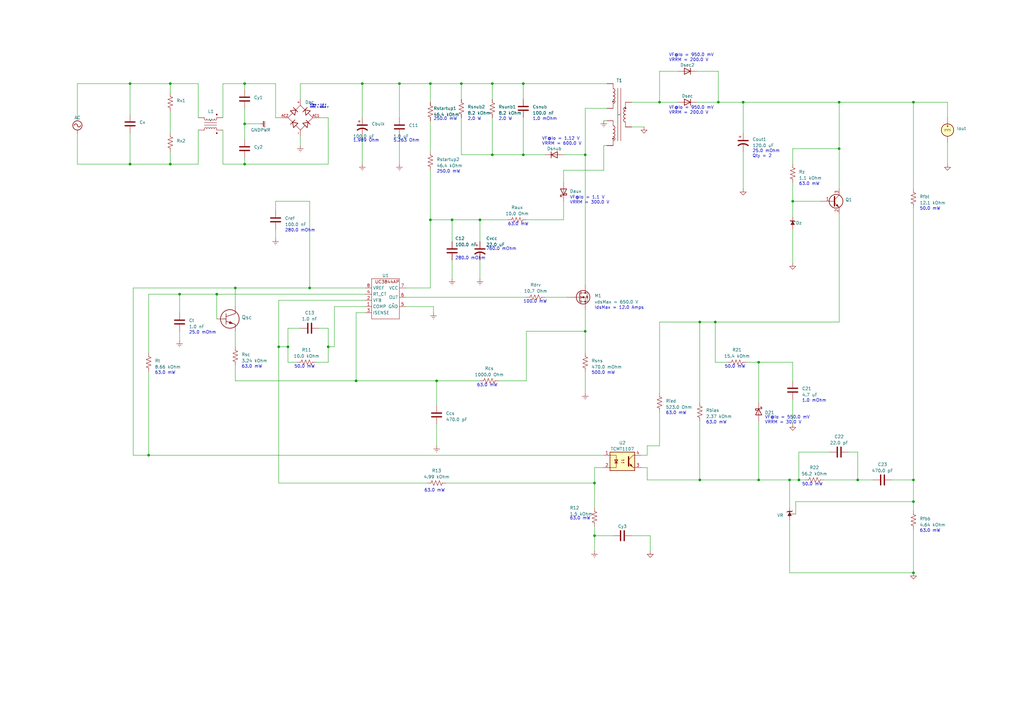
<source format=kicad_sch>
(kicad_sch (version 20230121) (generator eeschema)

  (uuid 077aa165-622f-4496-9f36-51ca5b7de997)

  (paper "A3")

  (title_block
    (title "Mobile-Charger-Circuit_Design04")
    (date "2023-02-19")
    (rev "v04")
    (company "Tribe BNavi")
    (comment 1 "Design-4")
  )

  (lib_symbols
    (symbol "2023-02-19_14-37-48:2N2222A" (pin_numbers hide) (pin_names (offset 0) hide) (in_bom yes) (on_board yes)
      (property "Reference" "CR" (at 10.16 2.54 0)
        (effects (font (size 1.524 1.524)))
      )
      (property "Value" "2N2222A" (at 10.16 -5.08 0)
        (effects (font (size 1.524 1.524)))
      )
      (property "Footprint" "TO-18_STM" (at 10.16 -6.604 0)
        (effects (font (size 1.524 1.524)) hide)
      )
      (property "Datasheet" "" (at 0 0 0)
        (effects (font (size 1.524 1.524)))
      )
      (property "ki_locked" "" (at 0 0 0)
        (effects (font (size 1.27 1.27)))
      )
      (property "ki_fp_filters" "TO-18_STM" (at 0 0 0)
        (effects (font (size 1.27 1.27)) hide)
      )
      (symbol "2N2222A_1_1"
        (polyline
          (pts
            (xy 2.54 0)
            (xy 3.81 0)
          )
          (stroke (width 0.2032) (type solid))
          (fill (type none))
        )
        (polyline
          (pts
            (xy 3.81 -2.2098)
            (xy 3.81 2.2098)
          )
          (stroke (width 0.2032) (type solid))
          (fill (type none))
        )
        (polyline
          (pts
            (xy 3.81 -0.9398)
            (xy 7.62 -2.2098)
          )
          (stroke (width 0.2032) (type solid))
          (fill (type none))
        )
        (polyline
          (pts
            (xy 3.81 0.9398)
            (xy 7.62 2.2098)
          )
          (stroke (width 0.2032) (type solid))
          (fill (type none))
        )
        (polyline
          (pts
            (xy 7.62 -2.54)
            (xy 7.62 -2.2098)
          )
          (stroke (width 0.2032) (type solid))
          (fill (type none))
        )
        (polyline
          (pts
            (xy 7.62 2.2098)
            (xy 7.62 2.54)
          )
          (stroke (width 0.2032) (type solid))
          (fill (type none))
        )
        (polyline
          (pts
            (xy 5.3848 -0.9398)
            (xy 5.08 -1.905)
            (xy 6.6548 -1.905)
            (xy 5.3848 -0.9398)
          )
          (stroke (width 0.0254) (type solid))
          (fill (type outline))
        )
        (circle (center 5.3848 0) (radius 3.81)
          (stroke (width 0.254) (type solid))
          (fill (type none))
        )
        (pin unspecified line (at 0 0 0) (length 2.54)
          (name "B" (effects (font (size 1.4986 1.4986))))
          (number "1" (effects (font (size 1.4986 1.4986))))
        )
        (pin unspecified line (at 7.62 5.08 270) (length 2.54)
          (name "C" (effects (font (size 1.4986 1.4986))))
          (number "2" (effects (font (size 1.4986 1.4986))))
        )
        (pin unspecified line (at 7.62 -5.08 90) (length 2.54)
          (name "E" (effects (font (size 1.4986 1.4986))))
          (number "3" (effects (font (size 1.4986 1.4986))))
        )
      )
    )
    (symbol "Device:C" (pin_numbers hide) (pin_names (offset 0.254)) (in_bom yes) (on_board yes)
      (property "Reference" "C" (at 0.635 2.54 0)
        (effects (font (size 1.27 1.27)) (justify left))
      )
      (property "Value" "C" (at 0.635 -2.54 0)
        (effects (font (size 1.27 1.27)) (justify left))
      )
      (property "Footprint" "" (at 0.9652 -3.81 0)
        (effects (font (size 1.27 1.27)) hide)
      )
      (property "Datasheet" "~" (at 0 0 0)
        (effects (font (size 1.27 1.27)) hide)
      )
      (property "ki_keywords" "cap capacitor" (at 0 0 0)
        (effects (font (size 1.27 1.27)) hide)
      )
      (property "ki_description" "Unpolarized capacitor" (at 0 0 0)
        (effects (font (size 1.27 1.27)) hide)
      )
      (property "ki_fp_filters" "C_*" (at 0 0 0)
        (effects (font (size 1.27 1.27)) hide)
      )
      (symbol "C_0_1"
        (polyline
          (pts
            (xy -2.032 -0.762)
            (xy 2.032 -0.762)
          )
          (stroke (width 0.508) (type default))
          (fill (type none))
        )
        (polyline
          (pts
            (xy -2.032 0.762)
            (xy 2.032 0.762)
          )
          (stroke (width 0.508) (type default))
          (fill (type none))
        )
      )
      (symbol "C_1_1"
        (pin passive line (at 0 3.81 270) (length 2.794)
          (name "~" (effects (font (size 1.27 1.27))))
          (number "1" (effects (font (size 1.27 1.27))))
        )
        (pin passive line (at 0 -3.81 90) (length 2.794)
          (name "~" (effects (font (size 1.27 1.27))))
          (number "2" (effects (font (size 1.27 1.27))))
        )
      )
    )
    (symbol "Device:C_Polarized_US" (pin_numbers hide) (pin_names (offset 0.254) hide) (in_bom yes) (on_board yes)
      (property "Reference" "C" (at 0.635 2.54 0)
        (effects (font (size 1.27 1.27)) (justify left))
      )
      (property "Value" "C_Polarized_US" (at 0.635 -2.54 0)
        (effects (font (size 1.27 1.27)) (justify left))
      )
      (property "Footprint" "" (at 0 0 0)
        (effects (font (size 1.27 1.27)) hide)
      )
      (property "Datasheet" "~" (at 0 0 0)
        (effects (font (size 1.27 1.27)) hide)
      )
      (property "ki_keywords" "cap capacitor" (at 0 0 0)
        (effects (font (size 1.27 1.27)) hide)
      )
      (property "ki_description" "Polarized capacitor, US symbol" (at 0 0 0)
        (effects (font (size 1.27 1.27)) hide)
      )
      (property "ki_fp_filters" "CP_*" (at 0 0 0)
        (effects (font (size 1.27 1.27)) hide)
      )
      (symbol "C_Polarized_US_0_1"
        (polyline
          (pts
            (xy -2.032 0.762)
            (xy 2.032 0.762)
          )
          (stroke (width 0.508) (type default))
          (fill (type none))
        )
        (polyline
          (pts
            (xy -1.778 2.286)
            (xy -0.762 2.286)
          )
          (stroke (width 0) (type default))
          (fill (type none))
        )
        (polyline
          (pts
            (xy -1.27 1.778)
            (xy -1.27 2.794)
          )
          (stroke (width 0) (type default))
          (fill (type none))
        )
        (arc (start 2.032 -1.27) (mid 0 -0.5572) (end -2.032 -1.27)
          (stroke (width 0.508) (type default))
          (fill (type none))
        )
      )
      (symbol "C_Polarized_US_1_1"
        (pin passive line (at 0 3.81 270) (length 2.794)
          (name "~" (effects (font (size 1.27 1.27))))
          (number "1" (effects (font (size 1.27 1.27))))
        )
        (pin passive line (at 0 -3.81 90) (length 3.302)
          (name "~" (effects (font (size 1.27 1.27))))
          (number "2" (effects (font (size 1.27 1.27))))
        )
      )
    )
    (symbol "Device:R_US" (pin_numbers hide) (pin_names (offset 0)) (in_bom yes) (on_board yes)
      (property "Reference" "R" (at 2.54 0 90)
        (effects (font (size 1.27 1.27)))
      )
      (property "Value" "R_US" (at -2.54 0 90)
        (effects (font (size 1.27 1.27)))
      )
      (property "Footprint" "" (at 1.016 -0.254 90)
        (effects (font (size 1.27 1.27)) hide)
      )
      (property "Datasheet" "~" (at 0 0 0)
        (effects (font (size 1.27 1.27)) hide)
      )
      (property "ki_keywords" "R res resistor" (at 0 0 0)
        (effects (font (size 1.27 1.27)) hide)
      )
      (property "ki_description" "Resistor, US symbol" (at 0 0 0)
        (effects (font (size 1.27 1.27)) hide)
      )
      (property "ki_fp_filters" "R_*" (at 0 0 0)
        (effects (font (size 1.27 1.27)) hide)
      )
      (symbol "R_US_0_1"
        (polyline
          (pts
            (xy 0 -2.286)
            (xy 0 -2.54)
          )
          (stroke (width 0) (type default))
          (fill (type none))
        )
        (polyline
          (pts
            (xy 0 2.286)
            (xy 0 2.54)
          )
          (stroke (width 0) (type default))
          (fill (type none))
        )
        (polyline
          (pts
            (xy 0 -0.762)
            (xy 1.016 -1.143)
            (xy 0 -1.524)
            (xy -1.016 -1.905)
            (xy 0 -2.286)
          )
          (stroke (width 0) (type default))
          (fill (type none))
        )
        (polyline
          (pts
            (xy 0 0.762)
            (xy 1.016 0.381)
            (xy 0 0)
            (xy -1.016 -0.381)
            (xy 0 -0.762)
          )
          (stroke (width 0) (type default))
          (fill (type none))
        )
        (polyline
          (pts
            (xy 0 2.286)
            (xy 1.016 1.905)
            (xy 0 1.524)
            (xy -1.016 1.143)
            (xy 0 0.762)
          )
          (stroke (width 0) (type default))
          (fill (type none))
        )
      )
      (symbol "R_US_1_1"
        (pin passive line (at 0 3.81 270) (length 1.27)
          (name "~" (effects (font (size 1.27 1.27))))
          (number "1" (effects (font (size 1.27 1.27))))
        )
        (pin passive line (at 0 -3.81 90) (length 1.27)
          (name "~" (effects (font (size 1.27 1.27))))
          (number "2" (effects (font (size 1.27 1.27))))
        )
      )
    )
    (symbol "Diode:1N4003" (pin_numbers hide) (pin_names hide) (in_bom yes) (on_board yes)
      (property "Reference" "D" (at 0 2.54 0)
        (effects (font (size 1.27 1.27)))
      )
      (property "Value" "1N4003" (at 0 -2.54 0)
        (effects (font (size 1.27 1.27)))
      )
      (property "Footprint" "Diode_THT:D_DO-41_SOD81_P10.16mm_Horizontal" (at 0 -4.445 0)
        (effects (font (size 1.27 1.27)) hide)
      )
      (property "Datasheet" "http://www.vishay.com/docs/88503/1n4001.pdf" (at 0 0 0)
        (effects (font (size 1.27 1.27)) hide)
      )
      (property "Sim.Device" "D" (at 0 0 0)
        (effects (font (size 1.27 1.27)) hide)
      )
      (property "Sim.Pins" "1=K 2=A" (at 0 0 0)
        (effects (font (size 1.27 1.27)) hide)
      )
      (property "ki_keywords" "diode" (at 0 0 0)
        (effects (font (size 1.27 1.27)) hide)
      )
      (property "ki_description" "200V 1A General Purpose Rectifier Diode, DO-41" (at 0 0 0)
        (effects (font (size 1.27 1.27)) hide)
      )
      (property "ki_fp_filters" "D*DO?41*" (at 0 0 0)
        (effects (font (size 1.27 1.27)) hide)
      )
      (symbol "1N4003_0_1"
        (polyline
          (pts
            (xy -1.27 1.27)
            (xy -1.27 -1.27)
          )
          (stroke (width 0.254) (type default))
          (fill (type none))
        )
        (polyline
          (pts
            (xy 1.27 0)
            (xy -1.27 0)
          )
          (stroke (width 0) (type default))
          (fill (type none))
        )
        (polyline
          (pts
            (xy 1.27 1.27)
            (xy 1.27 -1.27)
            (xy -1.27 0)
            (xy 1.27 1.27)
          )
          (stroke (width 0.254) (type default))
          (fill (type none))
        )
      )
      (symbol "1N4003_1_1"
        (pin passive line (at -3.81 0 0) (length 2.54)
          (name "K" (effects (font (size 1.27 1.27))))
          (number "1" (effects (font (size 1.27 1.27))))
        )
        (pin passive line (at 3.81 0 180) (length 2.54)
          (name "A" (effects (font (size 1.27 1.27))))
          (number "2" (effects (font (size 1.27 1.27))))
        )
      )
    )
    (symbol "Diode:CDBA3100-HF" (pin_numbers hide) (pin_names hide) (in_bom yes) (on_board yes)
      (property "Reference" "D" (at 0 2.54 0)
        (effects (font (size 1.27 1.27)))
      )
      (property "Value" "CDBA3100-HF" (at 0 -2.54 0)
        (effects (font (size 1.27 1.27)))
      )
      (property "Footprint" "Diode_SMD:D_SMA" (at 0 -4.445 0)
        (effects (font (size 1.27 1.27)) hide)
      )
      (property "Datasheet" "https://www.comchiptech.com/admin/files/product/CDBA340-HF%20Thru193640.%20CDBA3100-HF%20RevB.pdf" (at 0 0 0)
        (effects (font (size 1.27 1.27)) hide)
      )
      (property "ki_keywords" "diode Schottky" (at 0 0 0)
        (effects (font (size 1.27 1.27)) hide)
      )
      (property "ki_description" "100V 3A Schottky Barrier Rectifier Diode, SMA(DO-214AC)" (at 0 0 0)
        (effects (font (size 1.27 1.27)) hide)
      )
      (property "ki_fp_filters" "D*SMA*" (at 0 0 0)
        (effects (font (size 1.27 1.27)) hide)
      )
      (symbol "CDBA3100-HF_0_1"
        (polyline
          (pts
            (xy 1.27 0)
            (xy -1.27 0)
          )
          (stroke (width 0) (type default))
          (fill (type none))
        )
        (polyline
          (pts
            (xy 1.27 1.27)
            (xy 1.27 -1.27)
            (xy -1.27 0)
            (xy 1.27 1.27)
          )
          (stroke (width 0.254) (type default))
          (fill (type none))
        )
        (polyline
          (pts
            (xy -1.905 0.635)
            (xy -1.905 1.27)
            (xy -1.27 1.27)
            (xy -1.27 -1.27)
            (xy -0.635 -1.27)
            (xy -0.635 -0.635)
          )
          (stroke (width 0.254) (type default))
          (fill (type none))
        )
      )
      (symbol "CDBA3100-HF_1_1"
        (pin passive line (at -3.81 0 0) (length 2.54)
          (name "K" (effects (font (size 1.27 1.27))))
          (number "1" (effects (font (size 1.27 1.27))))
        )
        (pin passive line (at 3.81 0 180) (length 2.54)
          (name "A" (effects (font (size 1.27 1.27))))
          (number "2" (effects (font (size 1.27 1.27))))
        )
      )
    )
    (symbol "Diode:US2JA" (pin_numbers hide) (pin_names hide) (in_bom yes) (on_board yes)
      (property "Reference" "D" (at 0 2.54 0)
        (effects (font (size 1.27 1.27)))
      )
      (property "Value" "US2JA" (at 0 -2.54 0)
        (effects (font (size 1.27 1.27)))
      )
      (property "Footprint" "Diode_SMD:D_SMA" (at 0 -4.445 0)
        (effects (font (size 1.27 1.27)) hide)
      )
      (property "Datasheet" "https://www.onsemi.com/pub/Collateral/US2AA-D.PDF" (at 0 0 0)
        (effects (font (size 1.27 1.27)) hide)
      )
      (property "Sim.Device" "D" (at 0 0 0)
        (effects (font (size 1.27 1.27)) hide)
      )
      (property "Sim.Pins" "1=K 2=A" (at 0 0 0)
        (effects (font (size 1.27 1.27)) hide)
      )
      (property "ki_keywords" "Super Fast" (at 0 0 0)
        (effects (font (size 1.27 1.27)) hide)
      )
      (property "ki_description" "600V, 1.5A, General Purpose Rectifier Diode, SMA(DO-214AC)" (at 0 0 0)
        (effects (font (size 1.27 1.27)) hide)
      )
      (property "ki_fp_filters" "D*SMA*" (at 0 0 0)
        (effects (font (size 1.27 1.27)) hide)
      )
      (symbol "US2JA_0_1"
        (polyline
          (pts
            (xy -1.27 1.27)
            (xy -1.27 -1.27)
          )
          (stroke (width 0.254) (type default))
          (fill (type none))
        )
        (polyline
          (pts
            (xy 1.27 0)
            (xy -1.27 0)
          )
          (stroke (width 0) (type default))
          (fill (type none))
        )
        (polyline
          (pts
            (xy 1.27 1.27)
            (xy 1.27 -1.27)
            (xy -1.27 0)
            (xy 1.27 1.27)
          )
          (stroke (width 0.254) (type default))
          (fill (type none))
        )
      )
      (symbol "US2JA_1_1"
        (pin passive line (at -3.81 0 0) (length 2.54)
          (name "K" (effects (font (size 1.27 1.27))))
          (number "1" (effects (font (size 1.27 1.27))))
        )
        (pin passive line (at 3.81 0 180) (length 2.54)
          (name "A" (effects (font (size 1.27 1.27))))
          (number "2" (effects (font (size 1.27 1.27))))
        )
      )
    )
    (symbol "Isolator:TCMT1107" (pin_names (offset 1.016)) (in_bom yes) (on_board yes)
      (property "Reference" "U" (at 0 5.08 0)
        (effects (font (size 1.27 1.27)))
      )
      (property "Value" "TCMT1107" (at 0 -5.08 0)
        (effects (font (size 1.27 1.27)))
      )
      (property "Footprint" "Package_SO:SOP-4_4.4x2.6mm_P1.27mm" (at 0 -7.62 0)
        (effects (font (size 1.27 1.27)) hide)
      )
      (property "Datasheet" "http://www.vishay.com/docs/83510/tcmt1100.pdf" (at 0 -1.27 0)
        (effects (font (size 1.27 1.27)) (justify left) hide)
      )
      (property "ki_keywords" "NPN DC opto" (at 0 0 0)
        (effects (font (size 1.27 1.27)) hide)
      )
      (property "ki_description" "Optocoupler, Vce 70V, CTR 80-160%, Viso 3750V (RMS), SOP-4" (at 0 0 0)
        (effects (font (size 1.27 1.27)) hide)
      )
      (property "ki_fp_filters" "SOP*4.4x2.6mm*P1.27mm*" (at 0 0 0)
        (effects (font (size 1.27 1.27)) hide)
      )
      (symbol "TCMT1107_1_1"
        (rectangle (start -5.08 3.81) (end 5.08 -3.81)
          (stroke (width 0.254) (type default))
          (fill (type background))
        )
        (polyline
          (pts
            (xy -3.175 -0.635)
            (xy -1.905 -0.635)
          )
          (stroke (width 0.254) (type default))
          (fill (type none))
        )
        (polyline
          (pts
            (xy 2.54 0.635)
            (xy 4.445 2.54)
          )
          (stroke (width 0) (type default))
          (fill (type none))
        )
        (polyline
          (pts
            (xy 4.445 -2.54)
            (xy 2.54 -0.635)
          )
          (stroke (width 0) (type default))
          (fill (type outline))
        )
        (polyline
          (pts
            (xy 4.445 -2.54)
            (xy 5.08 -2.54)
          )
          (stroke (width 0) (type default))
          (fill (type none))
        )
        (polyline
          (pts
            (xy 4.445 2.54)
            (xy 5.08 2.54)
          )
          (stroke (width 0) (type default))
          (fill (type none))
        )
        (polyline
          (pts
            (xy -2.54 -0.635)
            (xy -2.54 -2.54)
            (xy -5.08 -2.54)
          )
          (stroke (width 0) (type default))
          (fill (type none))
        )
        (polyline
          (pts
            (xy 2.54 1.905)
            (xy 2.54 -1.905)
            (xy 2.54 -1.905)
          )
          (stroke (width 0.508) (type default))
          (fill (type none))
        )
        (polyline
          (pts
            (xy -5.08 2.54)
            (xy -2.54 2.54)
            (xy -2.54 -1.27)
            (xy -2.54 0.635)
          )
          (stroke (width 0) (type default))
          (fill (type none))
        )
        (polyline
          (pts
            (xy -2.54 -0.635)
            (xy -3.175 0.635)
            (xy -1.905 0.635)
            (xy -2.54 -0.635)
          )
          (stroke (width 0.254) (type default))
          (fill (type none))
        )
        (polyline
          (pts
            (xy -0.508 -0.508)
            (xy 0.762 -0.508)
            (xy 0.381 -0.635)
            (xy 0.381 -0.381)
            (xy 0.762 -0.508)
          )
          (stroke (width 0) (type default))
          (fill (type none))
        )
        (polyline
          (pts
            (xy -0.508 0.508)
            (xy 0.762 0.508)
            (xy 0.381 0.381)
            (xy 0.381 0.635)
            (xy 0.762 0.508)
          )
          (stroke (width 0) (type default))
          (fill (type none))
        )
        (polyline
          (pts
            (xy 3.048 -1.651)
            (xy 3.556 -1.143)
            (xy 4.064 -2.159)
            (xy 3.048 -1.651)
            (xy 3.048 -1.651)
          )
          (stroke (width 0) (type default))
          (fill (type outline))
        )
        (pin passive line (at -7.62 2.54 0) (length 2.54)
          (name "~" (effects (font (size 1.27 1.27))))
          (number "1" (effects (font (size 1.27 1.27))))
        )
        (pin passive line (at -7.62 -2.54 0) (length 2.54)
          (name "~" (effects (font (size 1.27 1.27))))
          (number "2" (effects (font (size 1.27 1.27))))
        )
        (pin passive line (at 7.62 -2.54 180) (length 2.54)
          (name "~" (effects (font (size 1.27 1.27))))
          (number "3" (effects (font (size 1.27 1.27))))
        )
        (pin passive line (at 7.62 2.54 180) (length 2.54)
          (name "~" (effects (font (size 1.27 1.27))))
          (number "4" (effects (font (size 1.27 1.27))))
        )
      )
    )
    (symbol "My-Library:u1" (in_bom yes) (on_board yes)
      (property "Reference" "U1" (at -2.54 -7.62 0)
        (effects (font (size 1.27 1.27)))
      )
      (property "Value" "" (at 0 0 0)
        (effects (font (size 1.27 1.27)))
      )
      (property "Footprint" "" (at 0 0 0)
        (effects (font (size 1.27 1.27)) hide)
      )
      (property "Datasheet" "" (at 0 0 0)
        (effects (font (size 1.27 1.27)) hide)
      )
      (symbol "u1_0_1"
        (rectangle (start -8.89 10.16) (end 2.54 -6.35)
          (stroke (width 0) (type default))
          (fill (type none))
        )
        (text "UC3844AP" (at -2.54 8.89 0)
          (effects (font (size 1.27 1.27)))
        )
      )
      (symbol "u1_1_1"
        (pin input line (at -11.43 -1.27 0) (length 2.54)
          (name "COMP" (effects (font (size 1.27 1.27))))
          (number "1" (effects (font (size 1.27 1.27))))
        )
        (pin input line (at -11.43 1.27 0) (length 2.54)
          (name "VFB" (effects (font (size 1.27 1.27))))
          (number "2" (effects (font (size 1.27 1.27))))
        )
        (pin input line (at -11.43 -3.81 0) (length 2.54)
          (name "ISENSE" (effects (font (size 1.27 1.27))))
          (number "3" (effects (font (size 1.27 1.27))))
        )
        (pin input line (at -11.43 3.81 0) (length 2.54)
          (name "RT_CT" (effects (font (size 1.27 1.27))))
          (number "4" (effects (font (size 1.27 1.27))))
        )
        (pin input line (at 5.08 -1.27 180) (length 2.54)
          (name "GND" (effects (font (size 1.27 1.27))))
          (number "5" (effects (font (size 1.27 1.27))))
        )
        (pin input line (at 5.08 2.54 180) (length 2.54)
          (name "OUT" (effects (font (size 1.27 1.27))))
          (number "6" (effects (font (size 1.27 1.27))))
        )
        (pin input line (at 5.08 6.35 180) (length 2.54)
          (name "VCC" (effects (font (size 1.27 1.27))))
          (number "7" (effects (font (size 1.27 1.27))))
        )
        (pin input line (at -11.43 6.35 0) (length 2.54)
          (name "VREF" (effects (font (size 1.27 1.27))))
          (number "8" (effects (font (size 1.27 1.27))))
        )
      )
    )
    (symbol "New_Library:Dz" (pin_numbers hide) (pin_names hide) (in_bom yes) (on_board yes)
      (property "Reference" "U" (at 0 -5.08 0)
        (effects (font (size 1.27 1.27)))
      )
      (property "Value" "" (at 0 0 0)
        (effects (font (size 1.27 1.27)))
      )
      (property "Footprint" "" (at 0 0 0)
        (effects (font (size 1.27 1.27)) hide)
      )
      (property "Datasheet" "" (at 0 0 0)
        (effects (font (size 1.27 1.27)) hide)
      )
      (symbol "Dz_0_1"
        (polyline
          (pts
            (xy -0.762 -0.762)
            (xy 0 0.762)
            (xy 0.762 -0.762)
          )
          (stroke (width 0) (type default))
          (fill (type outline))
        )
        (polyline
          (pts
            (xy 0 -1.27)
            (xy 0 0)
            (xy 0 1.27)
          )
          (stroke (width 0) (type default))
          (fill (type none))
        )
        (polyline
          (pts
            (xy -1.0822 1.0237)
            (xy -0.8282 0.7697)
            (xy 0.6958 0.7697)
            (xy 0.6958 0.7697)
          )
          (stroke (width 0.254) (type default))
          (fill (type none))
        )
        (polyline
          (pts
            (xy 1.016 0.508)
            (xy 0.762 0.762)
            (xy -0.762 0.762)
            (xy -0.762 0.762)
          )
          (stroke (width 0.254) (type default))
          (fill (type none))
        )
      )
      (symbol "Dz_1_1"
        (pin passive line (at 0 2.54 270) (length 1.27)
          (name "K" (effects (font (size 1.27 1.27))))
          (number "1" (effects (font (size 1.27 1.27))))
        )
        (pin passive line (at 0 -2.54 90) (length 1.27)
          (name "A" (effects (font (size 1.27 1.27))))
          (number "6" (effects (font (size 1.27 1.27))))
        )
      )
    )
    (symbol "New_Library:HD06-T" (pin_names (offset 1.016)) (in_bom yes) (on_board yes)
      (property "Reference" "D" (at 5.08 5.08 0)
        (effects (font (size 1.27 1.27)) (justify left bottom))
      )
      (property "Value" "HD06-T" (at 5.08 -7.62 0)
        (effects (font (size 1.27 1.27)) (justify left bottom))
      )
      (property "Footprint" "DIOB_HD06-T" (at 13.97 2.54 0)
        (effects (font (size 1.27 1.27)) (justify bottom) hide)
      )
      (property "Datasheet" "" (at 0 0 0)
        (effects (font (size 1.27 1.27)) hide)
      )
      (property "MAXIMUM_PACKAGE_HEIGHT" "3mm" (at 0 12.7 0)
        (effects (font (size 1.27 1.27)) (justify bottom) hide)
      )
      (property "MANUFACTURER" "Diodes" (at -8.89 7.62 0)
        (effects (font (size 1.27 1.27)) (justify bottom) hide)
      )
      (property "PARTREV" "16-3" (at 0 -1.27 0)
        (effects (font (size 1.27 1.27)) (justify bottom) hide)
      )
      (property "STANDARD" "Manufacturer Recommendations" (at 0 -15.24 0)
        (effects (font (size 1.27 1.27)) (justify bottom) hide)
      )
      (symbol "HD06-T_0_0"
        (polyline
          (pts
            (xy -5.08 0)
            (xy -3.175 -1.905)
          )
          (stroke (width 0.1524) (type default))
          (fill (type none))
        )
        (polyline
          (pts
            (xy -3.175 -1.905)
            (xy -2.794 -4.064)
          )
          (stroke (width 0.254) (type default))
          (fill (type none))
        )
        (polyline
          (pts
            (xy -3.175 -1.905)
            (xy -1.016 -2.286)
          )
          (stroke (width 0.254) (type default))
          (fill (type none))
        )
        (polyline
          (pts
            (xy -3.175 1.905)
            (xy -5.08 0)
          )
          (stroke (width 0.1524) (type default))
          (fill (type none))
        )
        (polyline
          (pts
            (xy -3.175 1.905)
            (xy -2.794 4.064)
          )
          (stroke (width 0.254) (type default))
          (fill (type none))
        )
        (polyline
          (pts
            (xy -3.175 1.905)
            (xy -1.016 2.286)
          )
          (stroke (width 0.254) (type default))
          (fill (type none))
        )
        (polyline
          (pts
            (xy -2.3622 -1.0668)
            (xy -4.1402 -2.8448)
          )
          (stroke (width 0.254) (type default))
          (fill (type none))
        )
        (polyline
          (pts
            (xy -2.3622 1.016)
            (xy -4.1402 2.794)
          )
          (stroke (width 0.254) (type default))
          (fill (type none))
        )
        (polyline
          (pts
            (xy -1.016 -2.286)
            (xy -2.794 -4.064)
          )
          (stroke (width 0.254) (type default))
          (fill (type none))
        )
        (polyline
          (pts
            (xy -1.016 2.286)
            (xy -2.794 4.064)
          )
          (stroke (width 0.254) (type default))
          (fill (type none))
        )
        (polyline
          (pts
            (xy 0 -5.08)
            (xy -1.8034 -3.2766)
          )
          (stroke (width 0.1524) (type default))
          (fill (type none))
        )
        (polyline
          (pts
            (xy 0 -5.08)
            (xy 1.905 -3.175)
          )
          (stroke (width 0.1524) (type default))
          (fill (type none))
        )
        (polyline
          (pts
            (xy 0 5.08)
            (xy -1.8034 3.2766)
          )
          (stroke (width 0.1524) (type default))
          (fill (type none))
        )
        (polyline
          (pts
            (xy 1.905 -3.175)
            (xy 2.286 -1.016)
          )
          (stroke (width 0.254) (type default))
          (fill (type none))
        )
        (polyline
          (pts
            (xy 1.905 -3.175)
            (xy 4.064 -2.794)
          )
          (stroke (width 0.254) (type default))
          (fill (type none))
        )
        (polyline
          (pts
            (xy 1.905 3.175)
            (xy 0 5.08)
          )
          (stroke (width 0.1524) (type default))
          (fill (type none))
        )
        (polyline
          (pts
            (xy 1.905 3.175)
            (xy 2.286 1.016)
          )
          (stroke (width 0.254) (type default))
          (fill (type none))
        )
        (polyline
          (pts
            (xy 1.905 3.175)
            (xy 4.064 2.794)
          )
          (stroke (width 0.254) (type default))
          (fill (type none))
        )
        (polyline
          (pts
            (xy 2.7178 -4.0386)
            (xy 0.9398 -2.2606)
          )
          (stroke (width 0.254) (type default))
          (fill (type none))
        )
        (polyline
          (pts
            (xy 2.7178 4.0386)
            (xy 1.0668 2.3876)
          )
          (stroke (width 0.254) (type default))
          (fill (type none))
        )
        (polyline
          (pts
            (xy 3.2766 -1.8034)
            (xy 5.08 0)
          )
          (stroke (width 0.1524) (type default))
          (fill (type none))
        )
        (polyline
          (pts
            (xy 4.064 -2.794)
            (xy 2.286 -1.016)
          )
          (stroke (width 0.254) (type default))
          (fill (type none))
        )
        (polyline
          (pts
            (xy 4.064 2.794)
            (xy 2.286 1.016)
          )
          (stroke (width 0.254) (type default))
          (fill (type none))
        )
        (polyline
          (pts
            (xy 5.08 0)
            (xy 3.2766 1.8034)
          )
          (stroke (width 0.1524) (type default))
          (fill (type none))
        )
        (pin passive line (at -7.62 0 0) (length 2.54)
          (name "~" (effects (font (size 1.016 1.016))))
          (number "+" (effects (font (size 1.016 1.016))))
        )
        (pin passive line (at 7.62 0 180) (length 2.54)
          (name "~" (effects (font (size 1.016 1.016))))
          (number "-" (effects (font (size 1.016 1.016))))
        )
        (pin passive line (at 0 7.62 270) (length 2.54)
          (name "~" (effects (font (size 1.016 1.016))))
          (number "AC1" (effects (font (size 1.016 1.016))))
        )
        (pin passive line (at 0 -7.62 90) (length 2.54)
          (name "~" (effects (font (size 1.016 1.016))))
          (number "AC2" (effects (font (size 1.016 1.016))))
        )
      )
    )
    (symbol "New_Library:L_filtered" (pin_numbers hide) (pin_names hide) (in_bom yes) (on_board yes)
      (property "Reference" "L" (at 0 -5.08 0)
        (effects (font (size 1.27 1.27)))
      )
      (property "Value" "" (at 0 0 0)
        (effects (font (size 1.27 1.27)))
      )
      (property "Footprint" "" (at 0 0 0)
        (effects (font (size 1.27 1.27)) hide)
      )
      (property "Datasheet" "" (at 0 0 0)
        (effects (font (size 1.27 1.27)) hide)
      )
      (symbol "L_filtered_0_1"
        (arc (start -2.54 0.762) (mid -2.032 0.2562) (end -1.524 0.762)
          (stroke (width 0) (type default))
          (fill (type none))
        )
        (arc (start -1.524 -3.302) (mid -2.032 -2.7962) (end -2.54 -3.302)
          (stroke (width 0) (type default))
          (fill (type none))
        )
        (arc (start -1.524 0.762) (mid -1.016 0.2562) (end -0.508 0.762)
          (stroke (width 0) (type default))
          (fill (type none))
        )
        (arc (start -0.508 -3.302) (mid -1.016 -2.7962) (end -1.524 -3.302)
          (stroke (width 0) (type default))
          (fill (type none))
        )
        (arc (start -0.508 0.762) (mid 0 0.2562) (end 0.508 0.762)
          (stroke (width 0) (type default))
          (fill (type none))
        )
        (polyline
          (pts
            (xy -2.54 -3.302)
            (xy -2.54 -3.81)
          )
          (stroke (width 0) (type default))
          (fill (type none))
        )
        (polyline
          (pts
            (xy -2.54 -0.762)
            (xy 2.54 -0.762)
          )
          (stroke (width 0) (type default))
          (fill (type none))
        )
        (polyline
          (pts
            (xy -2.54 0.762)
            (xy -2.54 1.27)
          )
          (stroke (width 0) (type default))
          (fill (type none))
        )
        (polyline
          (pts
            (xy 2.54 -3.302)
            (xy 2.54 -3.81)
          )
          (stroke (width 0) (type default))
          (fill (type none))
        )
        (polyline
          (pts
            (xy 2.54 -1.778)
            (xy -2.54 -1.778)
          )
          (stroke (width 0) (type default))
          (fill (type none))
        )
        (polyline
          (pts
            (xy 2.54 1.27)
            (xy 2.54 0.762)
          )
          (stroke (width 0) (type default))
          (fill (type none))
        )
        (arc (start 0.508 -3.302) (mid 0 -2.7962) (end -0.508 -3.302)
          (stroke (width 0) (type default))
          (fill (type none))
        )
        (arc (start 0.508 0.762) (mid 1.016 0.2562) (end 1.524 0.762)
          (stroke (width 0) (type default))
          (fill (type none))
        )
        (arc (start 1.524 -3.302) (mid 1.016 -2.7962) (end 0.508 -3.302)
          (stroke (width 0) (type default))
          (fill (type none))
        )
        (arc (start 1.524 0.762) (mid 2.032 0.2562) (end 2.54 0.762)
          (stroke (width 0) (type default))
          (fill (type none))
        )
        (circle (center 2.54 -5.08) (radius 0.254)
          (stroke (width 0) (type default))
          (fill (type outline))
        )
        (arc (start 2.54 -3.302) (mid 2.032 -2.7962) (end 1.524 -3.302)
          (stroke (width 0) (type default))
          (fill (type none))
        )
        (circle (center 2.54 2.54) (radius 0.254)
          (stroke (width 0) (type default))
          (fill (type outline))
        )
      )
      (symbol "L_filtered_1_1"
        (pin input line (at -5.08 1.27 0) (length 2.54)
          (name "" (effects (font (size 1.27 1.27))))
          (number "1" (effects (font (size 1.27 1.27))))
        )
        (pin input line (at -5.08 -3.81 0) (length 2.54)
          (name "" (effects (font (size 1.27 1.27))))
          (number "2" (effects (font (size 1.27 1.27))))
        )
        (pin input line (at 5.08 1.27 180) (length 2.54)
          (name "" (effects (font (size 1.27 1.27))))
          (number "3" (effects (font (size 1.27 1.27))))
        )
        (pin input line (at 5.08 -3.81 180) (length 2.54)
          (name "" (effects (font (size 1.27 1.27))))
          (number "4" (effects (font (size 1.27 1.27))))
        )
      )
    )
    (symbol "New_Library:Refernce_V" (pin_numbers hide) (pin_names hide) (in_bom yes) (on_board yes)
      (property "Reference" "U" (at 5.08 0 90)
        (effects (font (size 1.27 1.27)))
      )
      (property "Value" "" (at 0 0 0)
        (effects (font (size 1.27 1.27)))
      )
      (property "Footprint" "" (at 0 0 0)
        (effects (font (size 1.27 1.27)) hide)
      )
      (property "Datasheet" "" (at 0 0 0)
        (effects (font (size 1.27 1.27)) hide)
      )
      (symbol "Refernce_V_0_1"
        (polyline
          (pts
            (xy -0.762 -0.762)
            (xy 0 0.762)
            (xy 0.762 -0.762)
          )
          (stroke (width 0) (type default))
          (fill (type outline))
        )
        (polyline
          (pts
            (xy 0 -1.27)
            (xy 0 0)
            (xy 0 1.27)
          )
          (stroke (width 0) (type default))
          (fill (type none))
        )
        (polyline
          (pts
            (xy -1.1207 0.7691)
            (xy -0.8667 1.0231)
            (xy 0.6573 1.0231)
            (xy 0.6573 1.0231)
          )
          (stroke (width 0.254) (type default))
          (fill (type none))
        )
        (polyline
          (pts
            (xy 1.1427 1.2745)
            (xy 0.8887 1.0205)
            (xy -0.6353 1.0205)
            (xy -0.6353 1.0205)
          )
          (stroke (width 0.254) (type default))
          (fill (type none))
        )
      )
      (symbol "Refernce_V_1_1"
        (pin passive line (at 2.54 0 180) (length 2.54)
          (name "" (effects (font (size 1.27 1.27))))
          (number "" (effects (font (size 1.27 1.27))))
        )
        (pin passive line (at 0 2.54 270) (length 2.54)
          (name "K" (effects (font (size 1.27 1.27))))
          (number "1" (effects (font (size 1.27 1.27))))
        )
        (pin passive line (at 0 -2.54 90) (length 2.54)
          (name "A" (effects (font (size 1.27 1.27))))
          (number "3" (effects (font (size 1.27 1.27))))
        )
      )
    )
    (symbol "New_Library:Transformer" (in_bom yes) (on_board yes)
      (property "Reference" "U" (at 0 2.54 0)
        (effects (font (size 1.27 1.27)))
      )
      (property "Value" "" (at 0 0 0)
        (effects (font (size 1.27 1.27)))
      )
      (property "Footprint" "" (at 0 0 0)
        (effects (font (size 1.27 1.27)) hide)
      )
      (property "Datasheet" "" (at 0 0 0)
        (effects (font (size 1.27 1.27)) hide)
      )
      (symbol "Transformer_0_1"
        (arc (start -2.54 -10.668) (mid -1.7813 -9.906) (end -2.54 -9.144)
          (stroke (width 0.2032) (type default))
          (fill (type none))
        )
        (circle (center -2.54 -9.906) (radius 0.254)
          (stroke (width 0) (type default))
          (fill (type outline))
        )
        (arc (start -2.54 -9.144) (mid -1.7813 -8.382) (end -2.54 -7.62)
          (stroke (width 0.2032) (type default))
          (fill (type none))
        )
        (arc (start -2.54 -7.62) (mid -1.7813 -6.858) (end -2.54 -6.096)
          (stroke (width 0.2032) (type default))
          (fill (type none))
        )
        (arc (start -2.54 -6.096) (mid -1.7813 -5.334) (end -2.54 -4.572)
          (stroke (width 0.2032) (type default))
          (fill (type none))
        )
        (arc (start -2.54 4.572) (mid -1.7813 5.334) (end -2.54 6.096)
          (stroke (width 0.2032) (type default))
          (fill (type none))
        )
        (circle (center -2.54 5.334) (radius 0.254)
          (stroke (width 0) (type default))
          (fill (type outline))
        )
        (arc (start -2.54 6.096) (mid -1.7813 6.858) (end -2.54 7.62)
          (stroke (width 0.2032) (type default))
          (fill (type none))
        )
        (arc (start -2.54 7.62) (mid -1.7813 8.382) (end -2.54 9.144)
          (stroke (width 0.2032) (type default))
          (fill (type none))
        )
        (arc (start -2.54 9.144) (mid -1.7813 9.906) (end -2.54 10.668)
          (stroke (width 0.2032) (type default))
          (fill (type none))
        )
        (polyline
          (pts
            (xy -2.54 -12.7)
            (xy -2.54 -10.668)
          )
          (stroke (width 0) (type default))
          (fill (type none))
        )
        (polyline
          (pts
            (xy -2.54 -4.572)
            (xy -2.54 -2.54)
          )
          (stroke (width 0) (type default))
          (fill (type none))
        )
        (polyline
          (pts
            (xy -2.54 2.54)
            (xy -2.54 4.572)
          )
          (stroke (width 0) (type default))
          (fill (type none))
        )
        (polyline
          (pts
            (xy -2.54 10.668)
            (xy -2.54 12.7)
          )
          (stroke (width 0) (type default))
          (fill (type none))
        )
        (polyline
          (pts
            (xy -0.635 -10.795)
            (xy -0.635 10.795)
          )
          (stroke (width 0) (type default))
          (fill (type none))
        )
        (polyline
          (pts
            (xy 0.635 -10.795)
            (xy 0.635 10.795)
          )
          (stroke (width 0) (type default))
          (fill (type none))
        )
        (polyline
          (pts
            (xy 2.54 -5.08)
            (xy 2.54 -3.048)
          )
          (stroke (width 0) (type default))
          (fill (type none))
        )
        (polyline
          (pts
            (xy 2.54 3.048)
            (xy 2.54 5.08)
          )
          (stroke (width 0) (type default))
          (fill (type none))
        )
        (arc (start 2.54 0) (mid 1.7813 -0.762) (end 2.54 -1.524)
          (stroke (width 0.2032) (type default))
          (fill (type none))
        )
        (arc (start 2.54 1.524) (mid 1.7813 0.762) (end 2.54 0)
          (stroke (width 0.2032) (type default))
          (fill (type none))
        )
        (circle (center 2.54 2.54) (radius 0.254)
          (stroke (width 0) (type default))
          (fill (type outline))
        )
        (arc (start 2.54 3.048) (mid 1.7813 2.286) (end 2.54 1.524)
          (stroke (width 0.2032) (type default))
          (fill (type none))
        )
      )
      (symbol "Transformer_1_1"
        (arc (start 2.54 -1.524) (mid 1.7813 -2.286) (end 2.54 -3.048)
          (stroke (width 0.2032) (type default))
          (fill (type none))
        )
        (pin passive line (at -5.08 -12.7 0) (length 2.54)
          (name "~" (effects (font (size 1.27 1.27))))
          (number "" (effects (font (size 1.27 1.27))))
        )
        (pin passive line (at -5.08 -2.54 0) (length 2.54)
          (name "~" (effects (font (size 1.27 1.27))))
          (number "" (effects (font (size 1.27 1.27))))
        )
        (pin passive line (at -5.08 2.54 0) (length 2.54)
          (name "~" (effects (font (size 1.27 1.27))))
          (number "" (effects (font (size 1.27 1.27))))
        )
        (pin passive line (at -5.08 12.7 0) (length 2.54)
          (name "~" (effects (font (size 1.27 1.27))))
          (number "" (effects (font (size 1.27 1.27))))
        )
        (pin passive line (at 5.08 -5.08 180) (length 2.54)
          (name "~" (effects (font (size 1.27 1.27))))
          (number "" (effects (font (size 1.27 1.27))))
        )
        (pin passive line (at 5.08 5.08 180) (length 2.54)
          (name "~" (effects (font (size 1.27 1.27))))
          (number "" (effects (font (size 1.27 1.27))))
        )
      )
    )
    (symbol "Simulation_SPICE:IDC" (pin_numbers hide) (pin_names (offset 0.0254)) (in_bom yes) (on_board yes)
      (property "Reference" "I" (at 2.54 2.54 0)
        (effects (font (size 1.27 1.27)) (justify left))
      )
      (property "Value" "1" (at 2.54 0 0)
        (effects (font (size 1.27 1.27)) (justify left))
      )
      (property "Footprint" "" (at 0 0 0)
        (effects (font (size 1.27 1.27)) hide)
      )
      (property "Datasheet" "~" (at 0 0 0)
        (effects (font (size 1.27 1.27)) hide)
      )
      (property "Sim.Pins" "1=+ 2=-" (at 0 0 0)
        (effects (font (size 1.27 1.27)) hide)
      )
      (property "Sim.Type" "DC" (at 0 0 0)
        (effects (font (size 1.27 1.27)) hide)
      )
      (property "Sim.Device" "I" (at 0 0 0)
        (effects (font (size 1.27 1.27)) hide)
      )
      (property "ki_keywords" "simulation" (at 0 0 0)
        (effects (font (size 1.27 1.27)) hide)
      )
      (property "ki_description" "Current source, DC" (at 0 0 0)
        (effects (font (size 1.27 1.27)) hide)
      )
      (symbol "IDC_0_0"
        (polyline
          (pts
            (xy -1.27 0.254)
            (xy 1.27 0.254)
          )
          (stroke (width 0) (type default))
          (fill (type none))
        )
        (polyline
          (pts
            (xy -0.762 -0.254)
            (xy -1.27 -0.254)
          )
          (stroke (width 0) (type default))
          (fill (type none))
        )
        (polyline
          (pts
            (xy 0.254 -0.254)
            (xy -0.254 -0.254)
          )
          (stroke (width 0) (type default))
          (fill (type none))
        )
        (polyline
          (pts
            (xy 1.27 -0.254)
            (xy 0.762 -0.254)
          )
          (stroke (width 0) (type default))
          (fill (type none))
        )
      )
      (symbol "IDC_0_1"
        (polyline
          (pts
            (xy 0 1.27)
            (xy 0 2.286)
          )
          (stroke (width 0) (type default))
          (fill (type none))
        )
        (polyline
          (pts
            (xy -0.254 1.778)
            (xy 0 1.27)
            (xy 0.254 1.778)
          )
          (stroke (width 0) (type default))
          (fill (type none))
        )
        (circle (center 0 0) (radius 2.54)
          (stroke (width 0.254) (type default))
          (fill (type background))
        )
      )
      (symbol "IDC_1_1"
        (pin passive line (at 0 5.08 270) (length 2.54)
          (name "~" (effects (font (size 1.27 1.27))))
          (number "1" (effects (font (size 1.27 1.27))))
        )
        (pin passive line (at 0 -5.08 90) (length 2.54)
          (name "~" (effects (font (size 1.27 1.27))))
          (number "2" (effects (font (size 1.27 1.27))))
        )
      )
    )
    (symbol "Transistor_BJT:MMBT3904" (pin_names (offset 0) hide) (in_bom yes) (on_board yes)
      (property "Reference" "Q" (at 5.08 1.905 0)
        (effects (font (size 1.27 1.27)) (justify left))
      )
      (property "Value" "MMBT3904" (at 5.08 0 0)
        (effects (font (size 1.27 1.27)) (justify left))
      )
      (property "Footprint" "Package_TO_SOT_SMD:SOT-23" (at 5.08 -1.905 0)
        (effects (font (size 1.27 1.27) italic) (justify left) hide)
      )
      (property "Datasheet" "https://www.onsemi.com/pub/Collateral/2N3903-D.PDF" (at 0 0 0)
        (effects (font (size 1.27 1.27)) (justify left) hide)
      )
      (property "ki_keywords" "NPN Transistor" (at 0 0 0)
        (effects (font (size 1.27 1.27)) hide)
      )
      (property "ki_description" "0.2A Ic, 40V Vce, Small Signal NPN Transistor, SOT-23" (at 0 0 0)
        (effects (font (size 1.27 1.27)) hide)
      )
      (property "ki_fp_filters" "SOT?23*" (at 0 0 0)
        (effects (font (size 1.27 1.27)) hide)
      )
      (symbol "MMBT3904_0_1"
        (polyline
          (pts
            (xy 0.635 0.635)
            (xy 2.54 2.54)
          )
          (stroke (width 0) (type default))
          (fill (type none))
        )
        (polyline
          (pts
            (xy 0.635 -0.635)
            (xy 2.54 -2.54)
            (xy 2.54 -2.54)
          )
          (stroke (width 0) (type default))
          (fill (type none))
        )
        (polyline
          (pts
            (xy 0.635 1.905)
            (xy 0.635 -1.905)
            (xy 0.635 -1.905)
          )
          (stroke (width 0.508) (type default))
          (fill (type none))
        )
        (polyline
          (pts
            (xy 1.27 -1.778)
            (xy 1.778 -1.27)
            (xy 2.286 -2.286)
            (xy 1.27 -1.778)
            (xy 1.27 -1.778)
          )
          (stroke (width 0) (type default))
          (fill (type outline))
        )
        (circle (center 1.27 0) (radius 2.8194)
          (stroke (width 0.254) (type default))
          (fill (type none))
        )
      )
      (symbol "MMBT3904_1_1"
        (pin input line (at -5.08 0 0) (length 5.715)
          (name "B" (effects (font (size 1.27 1.27))))
          (number "1" (effects (font (size 1.27 1.27))))
        )
        (pin passive line (at 2.54 -5.08 90) (length 2.54)
          (name "E" (effects (font (size 1.27 1.27))))
          (number "2" (effects (font (size 1.27 1.27))))
        )
        (pin passive line (at 2.54 5.08 270) (length 2.54)
          (name "C" (effects (font (size 1.27 1.27))))
          (number "3" (effects (font (size 1.27 1.27))))
        )
      )
    )
    (symbol "Transistor_FET:STD7NK40Z" (pin_numbers hide) (pin_names hide) (in_bom yes) (on_board yes)
      (property "Reference" "Q" (at 5.08 1.905 0)
        (effects (font (size 1.27 1.27)) (justify left))
      )
      (property "Value" "STD7NK40Z" (at 5.08 0 0)
        (effects (font (size 1.27 1.27)) (justify left))
      )
      (property "Footprint" "Package_TO_SOT_SMD:TO-252-2" (at 5.08 -1.905 0)
        (effects (font (size 1.27 1.27) italic) (justify left) hide)
      )
      (property "Datasheet" "https://www.st.com/resource/en/datasheet/std7nk40zt4.pdf" (at 0 0 0)
        (effects (font (size 1.27 1.27)) (justify left) hide)
      )
      (property "ki_keywords" "N-Channel MOSFET" (at 0 0 0)
        (effects (font (size 1.27 1.27)) hide)
      )
      (property "ki_description" "5.4A Id, 400V Vds, N-Channel MOSFET, 1Ohm Ron, DPAK" (at 0 0 0)
        (effects (font (size 1.27 1.27)) hide)
      )
      (property "ki_fp_filters" "TO?252*" (at 0 0 0)
        (effects (font (size 1.27 1.27)) hide)
      )
      (symbol "STD7NK40Z_0_1"
        (polyline
          (pts
            (xy 0.254 0)
            (xy -2.54 0)
          )
          (stroke (width 0) (type default))
          (fill (type none))
        )
        (polyline
          (pts
            (xy 0.254 1.905)
            (xy 0.254 -1.905)
          )
          (stroke (width 0.254) (type default))
          (fill (type none))
        )
        (polyline
          (pts
            (xy 0.762 -1.27)
            (xy 0.762 -2.286)
          )
          (stroke (width 0.254) (type default))
          (fill (type none))
        )
        (polyline
          (pts
            (xy 0.762 0.508)
            (xy 0.762 -0.508)
          )
          (stroke (width 0.254) (type default))
          (fill (type none))
        )
        (polyline
          (pts
            (xy 0.762 2.286)
            (xy 0.762 1.27)
          )
          (stroke (width 0.254) (type default))
          (fill (type none))
        )
        (polyline
          (pts
            (xy 2.54 2.54)
            (xy 2.54 1.778)
          )
          (stroke (width 0) (type default))
          (fill (type none))
        )
        (polyline
          (pts
            (xy 2.54 -2.54)
            (xy 2.54 0)
            (xy 0.762 0)
          )
          (stroke (width 0) (type default))
          (fill (type none))
        )
        (polyline
          (pts
            (xy 0.762 -1.778)
            (xy 3.302 -1.778)
            (xy 3.302 1.778)
            (xy 0.762 1.778)
          )
          (stroke (width 0) (type default))
          (fill (type none))
        )
        (polyline
          (pts
            (xy 1.016 0)
            (xy 2.032 0.381)
            (xy 2.032 -0.381)
            (xy 1.016 0)
          )
          (stroke (width 0) (type default))
          (fill (type outline))
        )
        (polyline
          (pts
            (xy 2.794 0.508)
            (xy 2.921 0.381)
            (xy 3.683 0.381)
            (xy 3.81 0.254)
          )
          (stroke (width 0) (type default))
          (fill (type none))
        )
        (polyline
          (pts
            (xy 3.302 0.381)
            (xy 2.921 -0.254)
            (xy 3.683 -0.254)
            (xy 3.302 0.381)
          )
          (stroke (width 0) (type default))
          (fill (type none))
        )
        (circle (center 1.651 0) (radius 2.794)
          (stroke (width 0.254) (type default))
          (fill (type none))
        )
        (circle (center 2.54 -1.778) (radius 0.254)
          (stroke (width 0) (type default))
          (fill (type outline))
        )
        (circle (center 2.54 1.778) (radius 0.254)
          (stroke (width 0) (type default))
          (fill (type outline))
        )
      )
      (symbol "STD7NK40Z_1_1"
        (pin passive line (at -5.08 0 0) (length 2.54)
          (name "G" (effects (font (size 1.27 1.27))))
          (number "1" (effects (font (size 1.27 1.27))))
        )
        (pin passive line (at 2.54 5.08 270) (length 2.54)
          (name "D" (effects (font (size 1.27 1.27))))
          (number "2" (effects (font (size 1.27 1.27))))
        )
        (pin passive line (at 2.54 -5.08 90) (length 2.54)
          (name "S" (effects (font (size 1.27 1.27))))
          (number "3" (effects (font (size 1.27 1.27))))
        )
      )
    )
    (symbol "power:AC" (power) (pin_names (offset 0)) (in_bom yes) (on_board yes)
      (property "Reference" "#PWR" (at 0 -2.54 0)
        (effects (font (size 1.27 1.27)) hide)
      )
      (property "Value" "AC" (at 0 6.35 0)
        (effects (font (size 1.27 1.27)))
      )
      (property "Footprint" "" (at 0 0 0)
        (effects (font (size 1.27 1.27)) hide)
      )
      (property "Datasheet" "" (at 0 0 0)
        (effects (font (size 1.27 1.27)) hide)
      )
      (property "ki_keywords" "global power" (at 0 0 0)
        (effects (font (size 1.27 1.27)) hide)
      )
      (property "ki_description" "Power symbol creates a global label with name \"AC\"" (at 0 0 0)
        (effects (font (size 1.27 1.27)) hide)
      )
      (symbol "AC_0_1"
        (polyline
          (pts
            (xy 0 0)
            (xy 0 1.27)
          )
          (stroke (width 0) (type default))
          (fill (type none))
        )
        (arc (start 0 3.175) (mid -0.635 3.8073) (end -1.27 3.175)
          (stroke (width 0.254) (type default))
          (fill (type none))
        )
        (arc (start 0 3.175) (mid 0.635 2.5427) (end 1.27 3.175)
          (stroke (width 0.254) (type default))
          (fill (type none))
        )
        (circle (center 0 3.175) (radius 1.905)
          (stroke (width 0.254) (type default))
          (fill (type none))
        )
      )
      (symbol "AC_1_1"
        (pin power_in line (at 0 0 90) (length 0) hide
          (name "AC" (effects (font (size 1.27 1.27))))
          (number "1" (effects (font (size 1.27 1.27))))
        )
      )
    )
    (symbol "power:Earth" (power) (pin_names (offset 0)) (in_bom yes) (on_board yes)
      (property "Reference" "#PWR" (at 0 -6.35 0)
        (effects (font (size 1.27 1.27)) hide)
      )
      (property "Value" "Earth" (at 0 -3.81 0)
        (effects (font (size 1.27 1.27)) hide)
      )
      (property "Footprint" "" (at 0 0 0)
        (effects (font (size 1.27 1.27)) hide)
      )
      (property "Datasheet" "~" (at 0 0 0)
        (effects (font (size 1.27 1.27)) hide)
      )
      (property "ki_keywords" "global ground gnd" (at 0 0 0)
        (effects (font (size 1.27 1.27)) hide)
      )
      (property "ki_description" "Power symbol creates a global label with name \"Earth\"" (at 0 0 0)
        (effects (font (size 1.27 1.27)) hide)
      )
      (symbol "Earth_0_1"
        (polyline
          (pts
            (xy -0.635 -1.905)
            (xy 0.635 -1.905)
          )
          (stroke (width 0) (type default))
          (fill (type none))
        )
        (polyline
          (pts
            (xy -0.127 -2.54)
            (xy 0.127 -2.54)
          )
          (stroke (width 0) (type default))
          (fill (type none))
        )
        (polyline
          (pts
            (xy 0 -1.27)
            (xy 0 0)
          )
          (stroke (width 0) (type default))
          (fill (type none))
        )
        (polyline
          (pts
            (xy 1.27 -1.27)
            (xy -1.27 -1.27)
          )
          (stroke (width 0) (type default))
          (fill (type none))
        )
      )
      (symbol "Earth_1_1"
        (pin power_in line (at 0 0 270) (length 0) hide
          (name "Earth" (effects (font (size 1.27 1.27))))
          (number "1" (effects (font (size 1.27 1.27))))
        )
      )
    )
    (symbol "power:GND" (power) (pin_names (offset 0)) (in_bom yes) (on_board yes)
      (property "Reference" "#PWR" (at 0 -6.35 0)
        (effects (font (size 1.27 1.27)) hide)
      )
      (property "Value" "GND" (at 0 -3.81 0)
        (effects (font (size 1.27 1.27)))
      )
      (property "Footprint" "" (at 0 0 0)
        (effects (font (size 1.27 1.27)) hide)
      )
      (property "Datasheet" "" (at 0 0 0)
        (effects (font (size 1.27 1.27)) hide)
      )
      (property "ki_keywords" "global power" (at 0 0 0)
        (effects (font (size 1.27 1.27)) hide)
      )
      (property "ki_description" "Power symbol creates a global label with name \"GND\" , ground" (at 0 0 0)
        (effects (font (size 1.27 1.27)) hide)
      )
      (symbol "GND_0_1"
        (polyline
          (pts
            (xy 0 0)
            (xy 0 -1.27)
            (xy 1.27 -1.27)
            (xy 0 -2.54)
            (xy -1.27 -1.27)
            (xy 0 -1.27)
          )
          (stroke (width 0) (type default))
          (fill (type none))
        )
      )
      (symbol "GND_1_1"
        (pin power_in line (at 0 0 270) (length 0) hide
          (name "GND" (effects (font (size 1.27 1.27))))
          (number "1" (effects (font (size 1.27 1.27))))
        )
      )
    )
    (symbol "power:GNDPWR" (power) (pin_names (offset 0)) (in_bom yes) (on_board yes)
      (property "Reference" "#PWR" (at 0 -5.08 0)
        (effects (font (size 1.27 1.27)) hide)
      )
      (property "Value" "GNDPWR" (at 0 -3.302 0)
        (effects (font (size 1.27 1.27)))
      )
      (property "Footprint" "" (at 0 -1.27 0)
        (effects (font (size 1.27 1.27)) hide)
      )
      (property "Datasheet" "" (at 0 -1.27 0)
        (effects (font (size 1.27 1.27)) hide)
      )
      (property "ki_keywords" "global ground" (at 0 0 0)
        (effects (font (size 1.27 1.27)) hide)
      )
      (property "ki_description" "Power symbol creates a global label with name \"GNDPWR\" , global ground" (at 0 0 0)
        (effects (font (size 1.27 1.27)) hide)
      )
      (symbol "GNDPWR_0_1"
        (polyline
          (pts
            (xy 0 -1.27)
            (xy 0 0)
          )
          (stroke (width 0) (type default))
          (fill (type none))
        )
        (polyline
          (pts
            (xy -1.016 -1.27)
            (xy -1.27 -2.032)
            (xy -1.27 -2.032)
          )
          (stroke (width 0.2032) (type default))
          (fill (type none))
        )
        (polyline
          (pts
            (xy -0.508 -1.27)
            (xy -0.762 -2.032)
            (xy -0.762 -2.032)
          )
          (stroke (width 0.2032) (type default))
          (fill (type none))
        )
        (polyline
          (pts
            (xy 0 -1.27)
            (xy -0.254 -2.032)
            (xy -0.254 -2.032)
          )
          (stroke (width 0.2032) (type default))
          (fill (type none))
        )
        (polyline
          (pts
            (xy 0.508 -1.27)
            (xy 0.254 -2.032)
            (xy 0.254 -2.032)
          )
          (stroke (width 0.2032) (type default))
          (fill (type none))
        )
        (polyline
          (pts
            (xy 1.016 -1.27)
            (xy -1.016 -1.27)
            (xy -1.016 -1.27)
          )
          (stroke (width 0.2032) (type default))
          (fill (type none))
        )
        (polyline
          (pts
            (xy 1.016 -1.27)
            (xy 0.762 -2.032)
            (xy 0.762 -2.032)
            (xy 0.762 -2.032)
          )
          (stroke (width 0.2032) (type default))
          (fill (type none))
        )
      )
      (symbol "GNDPWR_1_1"
        (pin power_in line (at 0 0 270) (length 0) hide
          (name "GNDPWR" (effects (font (size 1.27 1.27))))
          (number "1" (effects (font (size 1.27 1.27))))
        )
      )
    )
  )

  (junction (at 293.37 132.08) (diameter 0) (color 0 0 0 0)
    (uuid 0949a9f7-3779-4cb6-bc22-d9ad4b186666)
  )
  (junction (at 270.51 41.91) (diameter 0) (color 0 0 0 0)
    (uuid 0bd3ddf2-f2e4-4154-824a-ea647e95e87a)
  )
  (junction (at 243.84 219.71) (diameter 0) (color 0 0 0 0)
    (uuid 1e66ae34-d008-42dc-9882-affc5e0852d5)
  )
  (junction (at 374.65 234.95) (diameter 0) (color 0 0 0 0)
    (uuid 20c2bc4b-f9e1-4c3d-9920-849267950251)
  )
  (junction (at 287.02 196.85) (diameter 0) (color 0 0 0 0)
    (uuid 21eda34f-22ef-4ef1-aa2e-bfec4644128b)
  )
  (junction (at 118.11 142.24) (diameter 0) (color 0 0 0 0)
    (uuid 24a326d3-6511-4f8c-9a9a-2c9cfcf79584)
  )
  (junction (at 304.8 41.91) (diameter 0) (color 0 0 0 0)
    (uuid 25c024bb-e464-42bb-9b02-c07b07cfbaa8)
  )
  (junction (at 88.9 120.65) (diameter 0) (color 0 0 0 0)
    (uuid 2a926bfd-cd7b-45e3-b434-63870848c243)
  )
  (junction (at 201.93 34.29) (diameter 0) (color 0 0 0 0)
    (uuid 2d076665-40a2-4ccd-9026-14622b4de88c)
  )
  (junction (at 69.85 67.31) (diameter 0) (color 0 0 0 0)
    (uuid 31796e0c-789d-4793-8b27-8455f69985a9)
  )
  (junction (at 100.33 50.8) (diameter 0) (color 0 0 0 0)
    (uuid 3b3666d5-89f1-401b-ac18-377940fb3e87)
  )
  (junction (at 327.66 196.85) (diameter 0) (color 0 0 0 0)
    (uuid 3b99bde4-101e-454e-92d2-f2886e5b6fd2)
  )
  (junction (at 243.84 198.12) (diameter 0) (color 0 0 0 0)
    (uuid 3c4d43af-f49d-4e62-a69f-cb474a83ca7e)
  )
  (junction (at 214.63 34.29) (diameter 0) (color 0 0 0 0)
    (uuid 45803176-7fd4-4b7d-99b9-44470d3f99fb)
  )
  (junction (at 163.83 34.29) (diameter 0) (color 0 0 0 0)
    (uuid 462f17c2-f656-442c-bab7-9b9a1b76eab0)
  )
  (junction (at 185.42 90.17) (diameter 0) (color 0 0 0 0)
    (uuid 5505730a-8fc7-4357-af34-1bf6d75a4f71)
  )
  (junction (at 100.33 67.31) (diameter 0) (color 0 0 0 0)
    (uuid 55b6bc1c-8dd1-4e52-b80b-87f6dbd64e79)
  )
  (junction (at 214.63 63.5) (diameter 0) (color 0 0 0 0)
    (uuid 561915e9-c040-4a28-b715-f783c3a33012)
  )
  (junction (at 148.59 34.29) (diameter 0) (color 0 0 0 0)
    (uuid 5e628f93-1afe-459f-bc6d-49fe990be006)
  )
  (junction (at 311.15 148.59) (diameter 0) (color 0 0 0 0)
    (uuid 6100d6d5-e0ea-4ce4-8dcf-005220e79701)
  )
  (junction (at 189.23 34.29) (diameter 0) (color 0 0 0 0)
    (uuid 643a8849-f38f-48a2-815b-2fbb3f151b29)
  )
  (junction (at 240.03 63.5) (diameter 0) (color 0 0 0 0)
    (uuid 68a1f921-cecd-41a3-b830-4562bfcf28f3)
  )
  (junction (at 73.66 120.65) (diameter 0) (color 0 0 0 0)
    (uuid 6c0e660e-4aa7-47bf-bf83-d4cdd81368b7)
  )
  (junction (at 311.15 196.85) (diameter 0) (color 0 0 0 0)
    (uuid 6c47e134-4676-40c8-aa1b-fc0ca4681767)
  )
  (junction (at 323.85 196.85) (diameter 0) (color 0 0 0 0)
    (uuid 72d92347-293d-454a-adf9-85146eec4e77)
  )
  (junction (at 176.53 34.29) (diameter 0) (color 0 0 0 0)
    (uuid 78439322-17f7-4c68-a078-37cfe77076f2)
  )
  (junction (at 325.12 82.55) (diameter 0) (color 0 0 0 0)
    (uuid 8037687b-860c-4615-9e56-de1872bf540b)
  )
  (junction (at 344.17 60.96) (diameter 0) (color 0 0 0 0)
    (uuid 836c7040-4475-4203-b28b-6e42c326850a)
  )
  (junction (at 287.02 132.08) (diameter 0) (color 0 0 0 0)
    (uuid 88913a3f-5f80-4a91-8074-17e4dffc1a89)
  )
  (junction (at 374.65 205.74) (diameter 0) (color 0 0 0 0)
    (uuid 8a98c21e-8db3-4585-b838-07dbdd66f487)
  )
  (junction (at 374.65 41.91) (diameter 0) (color 0 0 0 0)
    (uuid 900cd890-e2fe-45fd-b0c1-816028a0357c)
  )
  (junction (at 344.17 41.91) (diameter 0) (color 0 0 0 0)
    (uuid 978fd858-1312-4cfb-9a37-800761f24f46)
  )
  (junction (at 127 118.11) (diameter 0) (color 0 0 0 0)
    (uuid 9aea9e4b-3d7f-442b-857c-52e644ad082f)
  )
  (junction (at 146.05 156.21) (diameter 0) (color 0 0 0 0)
    (uuid 9f662122-64d4-4595-96d4-fb8d2e431f93)
  )
  (junction (at 69.85 34.29) (diameter 0) (color 0 0 0 0)
    (uuid a8135ad7-892f-4452-b6a4-2b9d30b343d1)
  )
  (junction (at 201.93 63.5) (diameter 0) (color 0 0 0 0)
    (uuid af08d247-1f34-426c-9ffa-07e906553948)
  )
  (junction (at 53.34 67.31) (diameter 0) (color 0 0 0 0)
    (uuid af6a9f28-cd62-43b2-af98-40b27c03a35b)
  )
  (junction (at 100.33 34.29) (diameter 0) (color 0 0 0 0)
    (uuid af94a69e-3b5c-4b0f-ad98-3eb550770157)
  )
  (junction (at 351.79 196.85) (diameter 0) (color 0 0 0 0)
    (uuid baaa8e81-7648-41b6-bbcd-d31c10cb255f)
  )
  (junction (at 96.52 118.11) (diameter 0) (color 0 0 0 0)
    (uuid c5cbf87f-a046-4951-8584-7015a804180e)
  )
  (junction (at 294.64 41.91) (diameter 0) (color 0 0 0 0)
    (uuid cc6b960e-22fa-463c-96e1-760d12911da8)
  )
  (junction (at 176.53 90.17) (diameter 0) (color 0 0 0 0)
    (uuid d48f4252-a15a-4f98-a0d7-c2c56da2db8a)
  )
  (junction (at 374.65 196.85) (diameter 0) (color 0 0 0 0)
    (uuid d52dd045-322c-4c0a-aaef-4cd04aea4dc4)
  )
  (junction (at 179.07 156.21) (diameter 0) (color 0 0 0 0)
    (uuid e08bdb04-ea1c-49ca-9be0-7b7ea54a496d)
  )
  (junction (at 196.85 90.17) (diameter 0) (color 0 0 0 0)
    (uuid e26d806e-6d5c-4d98-9619-572ed91399b6)
  )
  (junction (at 114.3 142.24) (diameter 0) (color 0 0 0 0)
    (uuid e2fa47d3-7fbd-49a5-ab4a-cb164bb426a1)
  )
  (junction (at 60.96 186.69) (diameter 0) (color 0 0 0 0)
    (uuid e510b132-9d71-4def-8231-13296e9d99d0)
  )
  (junction (at 53.34 34.29) (diameter 0) (color 0 0 0 0)
    (uuid f80940a2-6abc-4a08-b8d8-f2207365e1e5)
  )
  (junction (at 240.03 135.89) (diameter 0) (color 0 0 0 0)
    (uuid f8c83aa9-c3fa-4740-bdd9-6b68b5b79b3a)
  )
  (junction (at 134.62 142.24) (diameter 0) (color 0 0 0 0)
    (uuid fd1bdaae-75c5-4cb7-9b31-be6c74e5ae38)
  )

  (wire (pts (xy 344.17 41.91) (xy 344.17 60.96))
    (stroke (width 0) (type default))
    (uuid 00d8c41f-2c60-42bc-9a2c-6e4288c69484)
  )
  (wire (pts (xy 31.75 67.31) (xy 53.34 67.31))
    (stroke (width 0) (type default))
    (uuid 0117c57f-b9e7-4c28-9d94-7d0004eaf5cd)
  )
  (wire (pts (xy 91.44 48.26) (xy 91.44 34.29))
    (stroke (width 0) (type default))
    (uuid 01cf6a8e-bb76-42c0-8bb2-728f7ab63c3e)
  )
  (wire (pts (xy 259.08 52.07) (xy 264.16 52.07))
    (stroke (width 0) (type default))
    (uuid 033b5aae-55bb-4300-8345-212805f57d1f)
  )
  (wire (pts (xy 243.84 219.71) (xy 251.46 219.71))
    (stroke (width 0) (type default))
    (uuid 04c08d85-bb60-4050-bfa1-1fe8cb78d14a)
  )
  (wire (pts (xy 344.17 41.91) (xy 374.65 41.91))
    (stroke (width 0) (type default))
    (uuid 07036d00-d7ca-4274-8003-2b4480e6a5d9)
  )
  (wire (pts (xy 113.03 86.36) (xy 113.03 82.55))
    (stroke (width 0) (type default))
    (uuid 0882046a-2703-4d3f-ad57-4b363d87718a)
  )
  (wire (pts (xy 137.16 125.73) (xy 149.86 125.73))
    (stroke (width 0) (type default))
    (uuid 08c8a25c-5549-4768-8b4f-0e3bac0005b8)
  )
  (wire (pts (xy 60.96 186.69) (xy 247.65 186.69))
    (stroke (width 0) (type default))
    (uuid 08f9180a-f938-4330-bc24-12ae479b5cd2)
  )
  (wire (pts (xy 293.37 132.08) (xy 293.37 148.59))
    (stroke (width 0) (type default))
    (uuid 09646189-a842-4c24-8643-75edea3d871e)
  )
  (wire (pts (xy 123.19 34.29) (xy 148.59 34.29))
    (stroke (width 0) (type default))
    (uuid 0afe8e31-ecdb-4b52-a7cd-028d63312b62)
  )
  (wire (pts (xy 81.28 53.34) (xy 81.28 67.31))
    (stroke (width 0) (type default))
    (uuid 0b0161e2-dc4f-4852-92f8-9979359b2ae0)
  )
  (wire (pts (xy 304.8 41.91) (xy 304.8 54.61))
    (stroke (width 0) (type default))
    (uuid 0bd67cef-63f6-4e88-9423-11868adba3c5)
  )
  (wire (pts (xy 73.66 120.65) (xy 60.96 120.65))
    (stroke (width 0) (type default))
    (uuid 0eca6a54-510f-407e-a47f-3a1f5e8a554e)
  )
  (wire (pts (xy 243.84 198.12) (xy 243.84 208.28))
    (stroke (width 0) (type default))
    (uuid 0f00e8e5-dacf-461f-ba3b-0eefcb721b46)
  )
  (wire (pts (xy 327.66 185.42) (xy 340.36 185.42))
    (stroke (width 0) (type default))
    (uuid 16f8ca30-9bf8-4863-b1c7-42586e6aff65)
  )
  (wire (pts (xy 374.65 85.09) (xy 374.65 196.85))
    (stroke (width 0) (type default))
    (uuid 17a8da36-5afd-49fe-8994-fd8013065ffe)
  )
  (wire (pts (xy 201.93 34.29) (xy 214.63 34.29))
    (stroke (width 0) (type default))
    (uuid 17b5a141-c33e-407d-beb9-945dc9b5d267)
  )
  (wire (pts (xy 114.3 142.24) (xy 114.3 198.12))
    (stroke (width 0) (type default))
    (uuid 17e59e62-159a-4295-b21c-355a3e5300c6)
  )
  (wire (pts (xy 189.23 63.5) (xy 201.93 63.5))
    (stroke (width 0) (type default))
    (uuid 181e0f73-7d85-40ad-b9d2-cab1075aa11e)
  )
  (wire (pts (xy 270.51 182.88) (xy 265.43 182.88))
    (stroke (width 0) (type default))
    (uuid 199c3727-0c93-4316-a18d-70d2e7f4a182)
  )
  (wire (pts (xy 374.65 205.74) (xy 374.65 209.55))
    (stroke (width 0) (type default))
    (uuid 1a1369f0-3608-4d8f-afe2-9a2f3b12d7a4)
  )
  (wire (pts (xy 179.07 156.21) (xy 196.85 156.21))
    (stroke (width 0) (type default))
    (uuid 1b77f839-a08e-43ec-b9e6-42f3f3f1ef45)
  )
  (wire (pts (xy 365.76 196.85) (xy 374.65 196.85))
    (stroke (width 0) (type default))
    (uuid 1cf83e43-8b79-4e13-b49f-621f87faf991)
  )
  (wire (pts (xy 311.15 196.85) (xy 323.85 196.85))
    (stroke (width 0) (type default))
    (uuid 1d0367d4-e9f4-4f21-9c3f-18503ce05d8f)
  )
  (wire (pts (xy 134.62 142.24) (xy 137.16 142.24))
    (stroke (width 0) (type default))
    (uuid 1d68f488-bbe4-41ec-847a-44972895a963)
  )
  (wire (pts (xy 166.37 118.11) (xy 176.53 118.11))
    (stroke (width 0) (type default))
    (uuid 1f7ad0c4-4324-4d9c-94bb-801b0168ccf0)
  )
  (wire (pts (xy 185.42 106.68) (xy 185.42 114.3))
    (stroke (width 0) (type default))
    (uuid 1fdd0cac-9bcf-4d41-bb70-3e5842d5c83a)
  )
  (wire (pts (xy 337.82 196.85) (xy 351.79 196.85))
    (stroke (width 0) (type default))
    (uuid 205986b5-bbf0-4fd3-ae98-cb48bd7ee11a)
  )
  (wire (pts (xy 325.12 74.93) (xy 325.12 82.55))
    (stroke (width 0) (type default))
    (uuid 208ac290-f20f-410d-8111-2850d1550e91)
  )
  (wire (pts (xy 294.64 29.21) (xy 294.64 41.91))
    (stroke (width 0) (type default))
    (uuid 21e154e0-2d72-4a46-98cd-f510f723e076)
  )
  (wire (pts (xy 176.53 34.29) (xy 176.53 41.91))
    (stroke (width 0) (type default))
    (uuid 21f7aa93-66e4-4de7-8839-21954465b6fa)
  )
  (wire (pts (xy 285.75 29.21) (xy 294.64 29.21))
    (stroke (width 0) (type default))
    (uuid 22cb2809-9f9d-422b-aaad-9254801ca15c)
  )
  (wire (pts (xy 91.44 34.29) (xy 100.33 34.29))
    (stroke (width 0) (type default))
    (uuid 22d34dd3-363a-4b47-9248-bdfa71d6b165)
  )
  (wire (pts (xy 69.85 34.29) (xy 69.85 38.1))
    (stroke (width 0) (type default))
    (uuid 237b519a-51ab-4439-b053-1a35823ab438)
  )
  (wire (pts (xy 60.96 152.4) (xy 60.96 186.69))
    (stroke (width 0) (type default))
    (uuid 2472ad32-df6c-4d69-bc1a-04c001362d8a)
  )
  (wire (pts (xy 88.9 120.65) (xy 73.66 120.65))
    (stroke (width 0) (type default))
    (uuid 27536875-01ef-48d5-bb57-445db9b6dbd1)
  )
  (wire (pts (xy 54.61 186.69) (xy 60.96 186.69))
    (stroke (width 0) (type default))
    (uuid 2836eb2a-737c-4d54-b4aa-b1122d98c282)
  )
  (wire (pts (xy 53.34 67.31) (xy 53.34 54.61))
    (stroke (width 0) (type default))
    (uuid 29d81a3f-842c-4c5c-9d9f-e0de137a10f1)
  )
  (wire (pts (xy 214.63 34.29) (xy 248.92 34.29))
    (stroke (width 0) (type default))
    (uuid 2afcf960-5858-4fd4-a994-80e36952a084)
  )
  (wire (pts (xy 294.64 41.91) (xy 304.8 41.91))
    (stroke (width 0) (type default))
    (uuid 2b8377c0-f0da-48c4-b93c-f15fc6b40c78)
  )
  (wire (pts (xy 96.52 135.89) (xy 96.52 142.24))
    (stroke (width 0) (type default))
    (uuid 2b9b58b0-d5b7-4c65-9b70-826ca76c6286)
  )
  (wire (pts (xy 53.34 34.29) (xy 69.85 34.29))
    (stroke (width 0) (type default))
    (uuid 2bf56f9c-43c6-4724-90b8-dd3eb94420c7)
  )
  (wire (pts (xy 265.43 191.77) (xy 262.89 191.77))
    (stroke (width 0) (type default))
    (uuid 2cf91e99-9171-4cf5-ba48-a1973b564df7)
  )
  (wire (pts (xy 214.63 34.29) (xy 214.63 40.64))
    (stroke (width 0) (type default))
    (uuid 30ace635-0753-4706-96a6-96ff0a74dc6b)
  )
  (wire (pts (xy 351.79 196.85) (xy 358.14 196.85))
    (stroke (width 0) (type default))
    (uuid 32af5b6e-0e4e-47a7-8606-e0a81bdcdee2)
  )
  (wire (pts (xy 323.85 213.36) (xy 323.85 234.95))
    (stroke (width 0) (type default))
    (uuid 32f4f361-62d6-484e-9e44-3c0a170d1cc9)
  )
  (wire (pts (xy 287.02 196.85) (xy 311.15 196.85))
    (stroke (width 0) (type default))
    (uuid 33191aae-c2c2-4fc2-b542-1a66434efb2b)
  )
  (wire (pts (xy 127 82.55) (xy 127 118.11))
    (stroke (width 0) (type default))
    (uuid 331c3ebf-fd89-443e-a42f-000742a094c7)
  )
  (wire (pts (xy 323.85 234.95) (xy 374.65 234.95))
    (stroke (width 0) (type default))
    (uuid 340d365d-3bac-49cf-8464-9767bb69b0ec)
  )
  (wire (pts (xy 243.84 215.9) (xy 243.84 219.71))
    (stroke (width 0) (type default))
    (uuid 3489cfe6-0cb5-4d2f-bcbf-719ab4ef1deb)
  )
  (wire (pts (xy 306.07 148.59) (xy 311.15 148.59))
    (stroke (width 0) (type default))
    (uuid 3993dad7-b180-4108-809f-a153acceffab)
  )
  (wire (pts (xy 247.65 69.85) (xy 231.14 69.85))
    (stroke (width 0) (type default))
    (uuid 3a0f41fa-f28a-4a3d-a670-2b176aa696ea)
  )
  (wire (pts (xy 127 118.11) (xy 96.52 118.11))
    (stroke (width 0) (type default))
    (uuid 3bdd1ef4-ae76-4076-9e2f-095a389b2fce)
  )
  (wire (pts (xy 176.53 90.17) (xy 176.53 118.11))
    (stroke (width 0) (type default))
    (uuid 3c4e2e6c-6848-4f93-83e8-74790e9ecd9f)
  )
  (wire (pts (xy 96.52 156.21) (xy 146.05 156.21))
    (stroke (width 0) (type default))
    (uuid 3d0a2e88-fa67-40a2-8f57-99b407a56aa4)
  )
  (wire (pts (xy 311.15 148.59) (xy 325.12 148.59))
    (stroke (width 0) (type default))
    (uuid 3e03c62f-d115-49f6-be49-95aa18da3aab)
  )
  (wire (pts (xy 208.28 90.17) (xy 196.85 90.17))
    (stroke (width 0) (type default))
    (uuid 407efc77-d6b8-42aa-9e20-9bebf720f309)
  )
  (wire (pts (xy 130.81 134.62) (xy 134.62 134.62))
    (stroke (width 0) (type default))
    (uuid 40a1f15a-2fdd-41fd-b0fe-7263684987e8)
  )
  (wire (pts (xy 270.51 41.91) (xy 278.13 41.91))
    (stroke (width 0) (type default))
    (uuid 4145fc20-668f-40fb-a6ac-5b67e4be0110)
  )
  (wire (pts (xy 134.62 148.59) (xy 129.54 148.59))
    (stroke (width 0) (type default))
    (uuid 41ecc768-e6ce-4fb8-bf42-5727be7529e2)
  )
  (wire (pts (xy 265.43 196.85) (xy 287.02 196.85))
    (stroke (width 0) (type default))
    (uuid 42c9e21a-65ea-4f9d-84f2-2d1dce5ac5fa)
  )
  (wire (pts (xy 189.23 48.26) (xy 189.23 63.5))
    (stroke (width 0) (type default))
    (uuid 43cd36b2-5071-4ba4-aada-c99a9c0daf18)
  )
  (wire (pts (xy 100.33 50.8) (xy 106.68 50.8))
    (stroke (width 0) (type default))
    (uuid 441d0e65-9df3-49ec-b914-3881daf2ec47)
  )
  (wire (pts (xy 149.86 123.19) (xy 114.3 123.19))
    (stroke (width 0) (type default))
    (uuid 4500a8fc-dc5c-4008-b126-5bc3ee371dec)
  )
  (wire (pts (xy 149.86 128.27) (xy 146.05 128.27))
    (stroke (width 0) (type default))
    (uuid 48cb168a-f25f-4937-a21d-c313694d2c27)
  )
  (wire (pts (xy 113.03 93.98) (xy 113.03 97.79))
    (stroke (width 0) (type default))
    (uuid 4a79af02-dc92-40ac-a554-9e3d75c1dd66)
  )
  (wire (pts (xy 134.62 134.62) (xy 134.62 142.24))
    (stroke (width 0) (type default))
    (uuid 4b278ee3-d8bc-4ac5-b45c-a8ab76d8263a)
  )
  (wire (pts (xy 176.53 69.85) (xy 176.53 90.17))
    (stroke (width 0) (type default))
    (uuid 4cedaf3b-5bf9-4cbf-a0e8-211525e7f956)
  )
  (wire (pts (xy 231.14 90.17) (xy 215.9 90.17))
    (stroke (width 0) (type default))
    (uuid 4d4c326f-3fa4-4404-b39a-31d32e6073ed)
  )
  (wire (pts (xy 91.44 53.34) (xy 91.44 67.31))
    (stroke (width 0) (type default))
    (uuid 4e00de19-e650-4215-9248-b432662a866b)
  )
  (wire (pts (xy 137.16 142.24) (xy 137.16 125.73))
    (stroke (width 0) (type default))
    (uuid 4e554be4-dc67-433f-b7df-3496bd0c002c)
  )
  (wire (pts (xy 259.08 219.71) (xy 266.7 219.71))
    (stroke (width 0) (type default))
    (uuid 52209223-d58a-460d-ac8a-912ba681071c)
  )
  (wire (pts (xy 215.9 135.89) (xy 240.03 135.89))
    (stroke (width 0) (type default))
    (uuid 52a06c36-295c-4628-b13c-7b0e82010f9b)
  )
  (wire (pts (xy 148.59 34.29) (xy 163.83 34.29))
    (stroke (width 0) (type default))
    (uuid 567055c7-36af-4f69-b270-610afea71bbc)
  )
  (wire (pts (xy 327.66 196.85) (xy 327.66 185.42))
    (stroke (width 0) (type default))
    (uuid 57981e37-a5bc-41fc-ad22-d2d807fda4ae)
  )
  (wire (pts (xy 287.02 132.08) (xy 287.02 165.1))
    (stroke (width 0) (type default))
    (uuid 588a224a-53d4-4d63-935a-820c5ee5c111)
  )
  (wire (pts (xy 148.59 34.29) (xy 148.59 48.26))
    (stroke (width 0) (type default))
    (uuid 58b29b95-736a-4103-8fa2-df2535793838)
  )
  (wire (pts (xy 31.75 49.53) (xy 31.75 34.29))
    (stroke (width 0) (type default))
    (uuid 5eab36ef-e3a7-4e3e-97b1-43659e37085c)
  )
  (wire (pts (xy 325.12 82.55) (xy 325.12 88.9))
    (stroke (width 0) (type default))
    (uuid 62b663cb-b991-4eb2-aa69-ebeff57d2d71)
  )
  (wire (pts (xy 351.79 185.42) (xy 351.79 196.85))
    (stroke (width 0) (type default))
    (uuid 635fbfe7-b4cf-484d-b9b7-5eb65f63c129)
  )
  (wire (pts (xy 326.39 210.82) (xy 326.39 205.74))
    (stroke (width 0) (type default))
    (uuid 657c26d4-1c5b-41b1-8056-6d08c0fcab9d)
  )
  (wire (pts (xy 31.75 34.29) (xy 53.34 34.29))
    (stroke (width 0) (type default))
    (uuid 65f5e13f-6521-4488-bdf2-10b4b7a8bece)
  )
  (wire (pts (xy 123.19 55.88) (xy 123.19 59.69))
    (stroke (width 0) (type default))
    (uuid 67390225-78f0-418d-98a5-b845e63a1687)
  )
  (wire (pts (xy 189.23 34.29) (xy 201.93 34.29))
    (stroke (width 0) (type default))
    (uuid 6778bf36-e46f-43d2-90a6-2470a365d51b)
  )
  (wire (pts (xy 231.14 69.85) (xy 231.14 74.93))
    (stroke (width 0) (type default))
    (uuid 6ab1e99a-b61f-4cb9-9455-c9117387216c)
  )
  (wire (pts (xy 100.33 50.8) (xy 100.33 57.15))
    (stroke (width 0) (type default))
    (uuid 6badf071-cd5c-4e00-82dd-60ef83783cd8)
  )
  (wire (pts (xy 325.12 93.98) (xy 325.12 107.95))
    (stroke (width 0) (type default))
    (uuid 6bf14a57-0779-4d1b-802c-155e0a490387)
  )
  (wire (pts (xy 149.86 120.65) (xy 88.9 120.65))
    (stroke (width 0) (type default))
    (uuid 6eab564e-dc2a-4d93-a339-e28afccf6449)
  )
  (wire (pts (xy 259.08 41.91) (xy 270.51 41.91))
    (stroke (width 0) (type default))
    (uuid 6ead7c5d-b2b0-44ce-b9a0-6d9fe42c2a27)
  )
  (wire (pts (xy 201.93 48.26) (xy 201.93 63.5))
    (stroke (width 0) (type default))
    (uuid 6fa1eefb-8a8b-41ba-8fc2-f4117d8ce2cc)
  )
  (wire (pts (xy 185.42 90.17) (xy 176.53 90.17))
    (stroke (width 0) (type default))
    (uuid 6faa7cf4-8528-4fff-9063-ada7fe9b93c1)
  )
  (wire (pts (xy 323.85 196.85) (xy 323.85 208.28))
    (stroke (width 0) (type default))
    (uuid 7220e324-aeba-4538-993b-e7aee12a09a9)
  )
  (wire (pts (xy 163.83 34.29) (xy 163.83 48.26))
    (stroke (width 0) (type default))
    (uuid 729de2cc-d67c-4336-bbba-0573313cf3c8)
  )
  (wire (pts (xy 325.12 148.59) (xy 325.12 156.21))
    (stroke (width 0) (type default))
    (uuid 739deab1-fc90-432f-af6c-c8ebe5fbfb2b)
  )
  (wire (pts (xy 240.03 152.4) (xy 240.03 161.29))
    (stroke (width 0) (type default))
    (uuid 749d4752-3ac3-4a9c-ab52-a2f48f3f63b3)
  )
  (wire (pts (xy 148.59 55.88) (xy 148.59 67.31))
    (stroke (width 0) (type default))
    (uuid 76ff8781-4eaa-45a7-8de6-14aacd1b5548)
  )
  (wire (pts (xy 327.66 196.85) (xy 330.2 196.85))
    (stroke (width 0) (type default))
    (uuid 78ebd71c-26d2-45d0-9512-02c3a685b8d3)
  )
  (wire (pts (xy 123.19 134.62) (xy 118.11 134.62))
    (stroke (width 0) (type default))
    (uuid 7c8e573a-86ae-4465-b2ac-daad8f42bcda)
  )
  (wire (pts (xy 344.17 60.96) (xy 344.17 77.47))
    (stroke (width 0) (type default))
    (uuid 7cdf025c-b57e-40af-91ea-b48a1b054c3f)
  )
  (wire (pts (xy 201.93 34.29) (xy 201.93 40.64))
    (stroke (width 0) (type default))
    (uuid 7d9aac13-7a48-4c7b-9536-8ca358c52f56)
  )
  (wire (pts (xy 311.15 148.59) (xy 311.15 165.1))
    (stroke (width 0) (type default))
    (uuid 7e71db64-9d6f-484c-b551-981e291141aa)
  )
  (wire (pts (xy 91.44 67.31) (xy 100.33 67.31))
    (stroke (width 0) (type default))
    (uuid 7f359611-7126-4e11-8145-3d95bded7bab)
  )
  (wire (pts (xy 344.17 87.63) (xy 344.17 132.08))
    (stroke (width 0) (type default))
    (uuid 7f7f1a4f-f5cd-4fe9-a4d3-403013987a67)
  )
  (wire (pts (xy 293.37 132.08) (xy 344.17 132.08))
    (stroke (width 0) (type default))
    (uuid 8148d607-01d5-406e-8ecf-79b2e3be2d44)
  )
  (wire (pts (xy 73.66 135.89) (xy 73.66 139.7))
    (stroke (width 0) (type default))
    (uuid 8205479a-f742-4774-99a9-4333dd3db096)
  )
  (wire (pts (xy 60.96 120.65) (xy 60.96 144.78))
    (stroke (width 0) (type default))
    (uuid 856af39b-36db-4490-9add-6f9ce27e5baf)
  )
  (wire (pts (xy 374.65 196.85) (xy 374.65 205.74))
    (stroke (width 0) (type default))
    (uuid 85d538b7-03d3-462a-9d3b-b275803a8fd9)
  )
  (wire (pts (xy 113.03 82.55) (xy 127 82.55))
    (stroke (width 0) (type default))
    (uuid 860a46a0-ee0e-456f-a2c7-a27f4a7f8414)
  )
  (wire (pts (xy 240.03 135.89) (xy 240.03 144.78))
    (stroke (width 0) (type default))
    (uuid 896e52dc-9ebc-4fa0-9d5d-bb900a5839ca)
  )
  (wire (pts (xy 285.75 41.91) (xy 294.64 41.91))
    (stroke (width 0) (type default))
    (uuid 8dd2ab24-9817-40c0-91e6-7357be3c61aa)
  )
  (wire (pts (xy 201.93 63.5) (xy 214.63 63.5))
    (stroke (width 0) (type default))
    (uuid 8ea5c791-d1d5-4449-9b71-12ba84f98132)
  )
  (wire (pts (xy 185.42 99.06) (xy 185.42 90.17))
    (stroke (width 0) (type default))
    (uuid 902f3f04-2ae1-4dd4-91c5-4314c9f5ea1f)
  )
  (wire (pts (xy 215.9 156.21) (xy 215.9 135.89))
    (stroke (width 0) (type default))
    (uuid 91225701-b031-4b4f-8a7f-076bc9c56ef2)
  )
  (wire (pts (xy 166.37 125.73) (xy 177.8 125.73))
    (stroke (width 0) (type default))
    (uuid 9158b605-d50e-4289-a0aa-9cc9a1174a47)
  )
  (wire (pts (xy 54.61 118.11) (xy 54.61 186.69))
    (stroke (width 0) (type default))
    (uuid 91743bd1-ec1a-465c-aa90-9bd2255f16f8)
  )
  (wire (pts (xy 100.33 67.31) (xy 100.33 64.77))
    (stroke (width 0) (type default))
    (uuid 935ba896-b755-4cbe-9415-d1a8ab8bb99d)
  )
  (wire (pts (xy 31.75 54.61) (xy 31.75 67.31))
    (stroke (width 0) (type default))
    (uuid 943c9599-531a-4bb3-886b-2d6778ffe7c3)
  )
  (wire (pts (xy 240.03 44.45) (xy 248.92 44.45))
    (stroke (width 0) (type default))
    (uuid 94a79a46-1dd1-4016-a45a-c7883aaf1652)
  )
  (wire (pts (xy 243.84 219.71) (xy 243.84 226.06))
    (stroke (width 0) (type default))
    (uuid 954d1fe0-8d15-4187-b67d-258da92022e8)
  )
  (wire (pts (xy 53.34 34.29) (xy 53.34 46.99))
    (stroke (width 0) (type default))
    (uuid 95b0bfd2-07c0-455c-acea-96dddaa2d650)
  )
  (wire (pts (xy 100.33 34.29) (xy 113.03 34.29))
    (stroke (width 0) (type default))
    (uuid 981edcfc-b779-44ee-aa1c-33a6f779042c)
  )
  (wire (pts (xy 247.65 59.69) (xy 247.65 69.85))
    (stroke (width 0) (type default))
    (uuid 984f7387-9c7d-42c3-89de-50d531ac9401)
  )
  (wire (pts (xy 96.52 118.11) (xy 54.61 118.11))
    (stroke (width 0) (type default))
    (uuid 9963f2c3-358a-4b9e-a514-5a25c33cfeaf)
  )
  (wire (pts (xy 100.33 44.45) (xy 100.33 50.8))
    (stroke (width 0) (type default))
    (uuid 9ea27211-8abe-4b44-90a7-7795f684b8ab)
  )
  (wire (pts (xy 182.88 198.12) (xy 243.84 198.12))
    (stroke (width 0) (type default))
    (uuid 9ef6e0f5-a5ed-4580-b428-9b36fc7ca303)
  )
  (wire (pts (xy 270.51 132.08) (xy 287.02 132.08))
    (stroke (width 0) (type default))
    (uuid a4ccb926-f2ab-497f-9b3b-733f5b0f4055)
  )
  (wire (pts (xy 127 118.11) (xy 149.86 118.11))
    (stroke (width 0) (type default))
    (uuid a51d874b-0ba3-4fc1-864d-59b391ec4fd9)
  )
  (wire (pts (xy 196.85 106.68) (xy 196.85 114.3))
    (stroke (width 0) (type default))
    (uuid a7d7324f-c748-4520-a2f3-fd8ad9693737)
  )
  (wire (pts (xy 270.51 29.21) (xy 278.13 29.21))
    (stroke (width 0) (type default))
    (uuid a840a7f3-3870-4904-acb7-b1b80b8d61bc)
  )
  (wire (pts (xy 114.3 123.19) (xy 114.3 142.24))
    (stroke (width 0) (type default))
    (uuid a88fb800-f75d-4125-bcec-eec470dfeefa)
  )
  (wire (pts (xy 179.07 173.99) (xy 179.07 182.88))
    (stroke (width 0) (type default))
    (uuid a8be9a3f-858a-4012-84b7-3d6d139aac78)
  )
  (wire (pts (xy 231.14 82.55) (xy 231.14 90.17))
    (stroke (width 0) (type default))
    (uuid a8c6e5e0-20ea-422b-b350-bd04b5ac6010)
  )
  (wire (pts (xy 270.51 132.08) (xy 270.51 161.29))
    (stroke (width 0) (type default))
    (uuid acf33cbb-3613-4ac6-a547-6d94aaed384f)
  )
  (wire (pts (xy 163.83 34.29) (xy 176.53 34.29))
    (stroke (width 0) (type default))
    (uuid af2243b7-e71e-436a-b84b-851f41753035)
  )
  (wire (pts (xy 304.8 41.91) (xy 344.17 41.91))
    (stroke (width 0) (type default))
    (uuid b2e03e04-995b-49f1-b90e-91b771046808)
  )
  (wire (pts (xy 69.85 67.31) (xy 69.85 62.23))
    (stroke (width 0) (type default))
    (uuid b5c149f4-20e9-48b4-a1d3-2981da9c16db)
  )
  (wire (pts (xy 176.53 49.53) (xy 176.53 62.23))
    (stroke (width 0) (type default))
    (uuid b6683005-c655-461f-af03-e4d65cc5a2f2)
  )
  (wire (pts (xy 134.62 142.24) (xy 134.62 148.59))
    (stroke (width 0) (type default))
    (uuid b79135ea-a2c1-481f-80e7-390944083f80)
  )
  (wire (pts (xy 53.34 67.31) (xy 69.85 67.31))
    (stroke (width 0) (type default))
    (uuid b7f655eb-f503-4998-897e-327877ed0bae)
  )
  (wire (pts (xy 214.63 63.5) (xy 223.52 63.5))
    (stroke (width 0) (type default))
    (uuid b84b80eb-15da-46cc-8f91-c4139f981cef)
  )
  (wire (pts (xy 326.39 205.74) (xy 374.65 205.74))
    (stroke (width 0) (type default))
    (uuid b84bebcb-5854-4095-891c-b0735855a84f)
  )
  (wire (pts (xy 287.02 132.08) (xy 293.37 132.08))
    (stroke (width 0) (type default))
    (uuid b9a7390b-ffb5-4476-85a2-ede8d25b1b71)
  )
  (wire (pts (xy 265.43 182.88) (xy 265.43 186.69))
    (stroke (width 0) (type default))
    (uuid badaf00f-a6c8-4e0d-854c-05fc94ab5712)
  )
  (wire (pts (xy 118.11 134.62) (xy 118.11 142.24))
    (stroke (width 0) (type default))
    (uuid bcdcfdbf-6032-4956-8663-30cee40ac5d2)
  )
  (wire (pts (xy 134.62 48.26) (xy 130.81 48.26))
    (stroke (width 0) (type default))
    (uuid bdb597ef-20a1-49b5-9795-30d77adf80b2)
  )
  (wire (pts (xy 388.62 58.42) (xy 388.62 67.31))
    (stroke (width 0) (type default))
    (uuid be3201f5-7e55-44bb-8059-6b09ad0ad0cf)
  )
  (wire (pts (xy 81.28 67.31) (xy 69.85 67.31))
    (stroke (width 0) (type default))
    (uuid bf2e3f2c-2420-4a04-9f47-736a3486b24e)
  )
  (wire (pts (xy 231.14 63.5) (xy 240.03 63.5))
    (stroke (width 0) (type default))
    (uuid c0fce0fd-ba78-4d72-8fde-da055108345c)
  )
  (wire (pts (xy 196.85 90.17) (xy 196.85 99.06))
    (stroke (width 0) (type default))
    (uuid c142a85c-7e96-4133-9063-c8155a29b429)
  )
  (wire (pts (xy 166.37 121.92) (xy 215.9 121.92))
    (stroke (width 0) (type default))
    (uuid c3289ea5-0cb3-418f-aec4-0f5640c7da59)
  )
  (wire (pts (xy 265.43 196.85) (xy 265.43 191.77))
    (stroke (width 0) (type default))
    (uuid c39b6315-a594-4020-baf9-8db4e340a5cb)
  )
  (wire (pts (xy 73.66 120.65) (xy 73.66 128.27))
    (stroke (width 0) (type default))
    (uuid c7a13a62-7a70-4180-bce4-ffe44cd6dba0)
  )
  (wire (pts (xy 96.52 149.86) (xy 96.52 156.21))
    (stroke (width 0) (type default))
    (uuid c84d1b9e-60fe-4b25-96bc-0956e0ab54a9)
  )
  (wire (pts (xy 146.05 128.27) (xy 146.05 156.21))
    (stroke (width 0) (type default))
    (uuid ca0be934-fbdf-4407-9fbb-56af10d06a78)
  )
  (wire (pts (xy 176.53 34.29) (xy 189.23 34.29))
    (stroke (width 0) (type default))
    (uuid ca2b831c-d376-4a96-9964-a8592093acb4)
  )
  (wire (pts (xy 270.51 168.91) (xy 270.51 182.88))
    (stroke (width 0) (type default))
    (uuid cb5d17ad-b28e-4ae5-b79f-304886847616)
  )
  (wire (pts (xy 81.28 34.29) (xy 81.28 48.26))
    (stroke (width 0) (type default))
    (uuid cb856ec8-c483-4730-b8d3-8abc80fd514f)
  )
  (wire (pts (xy 374.65 41.91) (xy 388.62 41.91))
    (stroke (width 0) (type default))
    (uuid cd7331cc-b0a2-4828-bc45-f578ae15c134)
  )
  (wire (pts (xy 100.33 67.31) (xy 134.62 67.31))
    (stroke (width 0) (type default))
    (uuid cf911634-f6fa-41a6-9a03-4350e65ad3e7)
  )
  (wire (pts (xy 325.12 67.31) (xy 325.12 60.96))
    (stroke (width 0) (type default))
    (uuid cf9203d5-cdeb-415f-85de-95171a6c9d49)
  )
  (wire (pts (xy 189.23 34.29) (xy 189.23 40.64))
    (stroke (width 0) (type default))
    (uuid cfd61d57-d803-4209-a97d-529f2de6763d)
  )
  (wire (pts (xy 113.03 34.29) (xy 113.03 48.26))
    (stroke (width 0) (type default))
    (uuid d1b9190f-0620-4785-be85-ce41190ea7a0)
  )
  (wire (pts (xy 325.12 163.83) (xy 325.12 173.99))
    (stroke (width 0) (type default))
    (uuid d356aa1b-e95b-4c6f-baf1-50917d40130e)
  )
  (wire (pts (xy 325.12 60.96) (xy 344.17 60.96))
    (stroke (width 0) (type default))
    (uuid d4594c60-4b5f-4fce-aec8-e14b13f2ace7)
  )
  (wire (pts (xy 265.43 186.69) (xy 262.89 186.69))
    (stroke (width 0) (type default))
    (uuid d50ccc33-3f13-4cff-84fe-1287098d2a64)
  )
  (wire (pts (xy 388.62 41.91) (xy 388.62 48.26))
    (stroke (width 0) (type default))
    (uuid d5184c18-cc5c-47e8-b481-4f7d4e1bb13e)
  )
  (wire (pts (xy 247.65 49.53) (xy 248.92 49.53))
    (stroke (width 0) (type default))
    (uuid d539cf5b-bfa8-40f8-bfbf-fa3da5a97408)
  )
  (wire (pts (xy 177.8 125.73) (xy 177.8 128.27))
    (stroke (width 0) (type default))
    (uuid d63c42f4-19b5-4094-8761-5f3278846143)
  )
  (wire (pts (xy 96.52 118.11) (xy 96.52 125.73))
    (stroke (width 0) (type default))
    (uuid d696d8c5-13b3-4235-a08f-5d3ab4ee4121)
  )
  (wire (pts (xy 374.65 217.17) (xy 374.65 234.95))
    (stroke (width 0) (type default))
    (uuid d91c67d8-db84-4aad-9948-85f406808d84)
  )
  (wire (pts (xy 69.85 34.29) (xy 81.28 34.29))
    (stroke (width 0) (type default))
    (uuid dc258e80-e4a3-440f-a952-1dc1b1fe3ce2)
  )
  (wire (pts (xy 374.65 41.91) (xy 374.65 77.47))
    (stroke (width 0) (type default))
    (uuid dcaf3574-0305-4979-b1f0-4065424f7c69)
  )
  (wire (pts (xy 214.63 48.26) (xy 214.63 63.5))
    (stroke (width 0) (type default))
    (uuid de553569-1444-458c-9f96-8711e614adbc)
  )
  (wire (pts (xy 304.8 62.23) (xy 304.8 77.47))
    (stroke (width 0) (type default))
    (uuid df600f81-7580-4484-97c0-6d3e6cc6f49f)
  )
  (wire (pts (xy 240.03 63.5) (xy 240.03 44.45))
    (stroke (width 0) (type default))
    (uuid e205addd-7f4a-43a8-acf3-ae13251c0de7)
  )
  (wire (pts (xy 113.03 48.26) (xy 115.57 48.26))
    (stroke (width 0) (type default))
    (uuid e223d41a-bd17-4274-828c-3dcac78b8c06)
  )
  (wire (pts (xy 240.03 63.5) (xy 240.03 116.84))
    (stroke (width 0) (type default))
    (uuid e3972983-e9d1-490c-b01c-2fcc7210655c)
  )
  (wire (pts (xy 248.92 59.69) (xy 247.65 59.69))
    (stroke (width 0) (type default))
    (uuid e49955bf-7c46-4515-82d7-31a0ddf0a369)
  )
  (wire (pts (xy 118.11 142.24) (xy 118.11 148.59))
    (stroke (width 0) (type default))
    (uuid e6e4818b-33e7-41ad-9185-df67000da766)
  )
  (wire (pts (xy 311.15 196.85) (xy 311.15 172.72))
    (stroke (width 0) (type default))
    (uuid e75e4eb8-dd4e-4464-a7f2-e5395656830b)
  )
  (wire (pts (xy 114.3 198.12) (xy 175.26 198.12))
    (stroke (width 0) (type default))
    (uuid e7bcd006-4217-4b99-b5b4-58bdac0ed131)
  )
  (wire (pts (xy 88.9 120.65) (xy 88.9 130.81))
    (stroke (width 0) (type default))
    (uuid e83578c1-d195-46a4-9d17-b42a35999d02)
  )
  (wire (pts (xy 247.65 191.77) (xy 243.84 191.77))
    (stroke (width 0) (type default))
    (uuid ea717d49-0ad2-47fc-acee-dc911d26129c)
  )
  (wire (pts (xy 323.85 196.85) (xy 327.66 196.85))
    (stroke (width 0) (type default))
    (uuid ecd5e43d-55e7-4867-9d11-6bb2254af2e5)
  )
  (wire (pts (xy 179.07 156.21) (xy 179.07 166.37))
    (stroke (width 0) (type default))
    (uuid ecd701a4-c2b7-4dd3-be61-6082af0a82f3)
  )
  (wire (pts (xy 287.02 172.72) (xy 287.02 196.85))
    (stroke (width 0) (type default))
    (uuid edde083d-7637-4c35-a9dd-6ced5d81e83c)
  )
  (wire (pts (xy 336.55 82.55) (xy 325.12 82.55))
    (stroke (width 0) (type default))
    (uuid ee46364c-5d4c-457d-93a5-509ac8d723e3)
  )
  (wire (pts (xy 293.37 148.59) (xy 298.45 148.59))
    (stroke (width 0) (type default))
    (uuid ee96976e-aae8-4cde-94fa-65a619d34511)
  )
  (wire (pts (xy 185.42 90.17) (xy 196.85 90.17))
    (stroke (width 0) (type default))
    (uuid ef47554a-aaa9-4aa1-bd70-8cadd58985bb)
  )
  (wire (pts (xy 69.85 45.72) (xy 69.85 54.61))
    (stroke (width 0) (type default))
    (uuid efd6deeb-e134-4609-8f15-067703f68e93)
  )
  (wire (pts (xy 146.05 156.21) (xy 179.07 156.21))
    (stroke (width 0) (type default))
    (uuid f22cb269-2298-4bc6-a9cf-140161df075e)
  )
  (wire (pts (xy 163.83 55.88) (xy 163.83 67.31))
    (stroke (width 0) (type default))
    (uuid f2676732-f19e-4644-b563-6310d8369a49)
  )
  (wire (pts (xy 100.33 34.29) (xy 100.33 36.83))
    (stroke (width 0) (type default))
    (uuid f2e0e897-94a6-4ed0-96b3-2a4fe85f9905)
  )
  (wire (pts (xy 240.03 127) (xy 240.03 135.89))
    (stroke (width 0) (type default))
    (uuid f31db7d1-64a8-4adb-a090-f4539f629d5d)
  )
  (wire (pts (xy 223.52 121.92) (xy 232.41 121.92))
    (stroke (width 0) (type default))
    (uuid f49abf2f-d1aa-4526-9b12-f4a1ce4b185b)
  )
  (wire (pts (xy 118.11 148.59) (xy 121.92 148.59))
    (stroke (width 0) (type default))
    (uuid f5fb58dc-1d51-48c4-9f36-d67f3eac1a43)
  )
  (wire (pts (xy 114.3 142.24) (xy 118.11 142.24))
    (stroke (width 0) (type default))
    (uuid f66fb2ff-95b8-4821-b5d8-9a05d25000a6)
  )
  (wire (pts (xy 134.62 67.31) (xy 134.62 48.26))
    (stroke (width 0) (type default))
    (uuid f7c5181c-58ed-4df5-8d68-53e257d06e82)
  )
  (wire (pts (xy 347.98 185.42) (xy 351.79 185.42))
    (stroke (width 0) (type default))
    (uuid f82ffadd-5a65-4cea-83dc-53689c7b2ddb)
  )
  (wire (pts (xy 243.84 191.77) (xy 243.84 198.12))
    (stroke (width 0) (type default))
    (uuid f9ab35de-2234-4d0c-8d3f-7c9cd7124f83)
  )
  (wire (pts (xy 266.7 219.71) (xy 266.7 226.06))
    (stroke (width 0) (type default))
    (uuid fab27c20-69be-4969-b260-00ceddb8852a)
  )
  (wire (pts (xy 270.51 41.91) (xy 270.51 29.21))
    (stroke (width 0) (type default))
    (uuid fba17041-e6e8-4890-b62a-b65c66d34c71)
  )
  (wire (pts (xy 204.47 156.21) (xy 215.9 156.21))
    (stroke (width 0) (type default))
    (uuid fd951afb-ab60-44b9-9794-d1fa22cbe543)
  )
  (wire (pts (xy 123.19 40.64) (xy 123.19 34.29))
    (stroke (width 0) (type default))
    (uuid ff09777e-5fe6-444c-984f-99e309b833a4)
  )

  (text "1.989 Ohm" (at 144.78 58.42 0)
    (effects (font (size 1.27 1.27)) (justify left bottom))
    (uuid 045391f6-caa7-453f-afc3-f8f9abc72037)
  )
  (text "50.0 mW" (at 297.18 151.13 0)
    (effects (font (size 1.27 1.27)) (justify left bottom))
    (uuid 09880bb7-3fea-493c-8de6-53d58ca81a9d)
  )
  (text "63.0 mW" (at 63.5 153.67 0)
    (effects (font (size 1.27 1.27)) (justify left bottom))
    (uuid 123e9c3c-216b-4307-b972-ebf1959d7100)
  )
  (text "2.0 W" (at 204.47 49.53 0)
    (effects (font (size 1.27 1.27)) (justify left bottom))
    (uuid 1667ca4b-2335-4f8b-b758-116a8cb0f666)
  )
  (text "760.0 mOhm" (at 199.39 102.87 0)
    (effects (font (size 1.27 1.27)) (justify left bottom))
    (uuid 1bbe9f35-4237-4519-8cfb-41c2385aea4b)
  )
  (text "280.0 mOhm" (at 116.84 95.25 0)
    (effects (font (size 1.27 1.27)) (justify left bottom))
    (uuid 1c58d450-44ff-40b9-b577-7911257a273e)
  )
  (text "50.0 mW" (at 328.93 199.39 0)
    (effects (font (size 1.27 1.27)) (justify left bottom))
    (uuid 257b2a88-6a96-46c5-9b51-980d37089744)
  )
  (text "VF@Io = 550.0 mV\nVRRM = 30.0 V" (at 313.69 173.99 0)
    (effects (font (size 1.27 1.27)) (justify left bottom))
    (uuid 29ee0304-26bb-4067-aa4e-ca4eada5b704)
  )
  (text "280.0 mOhm" (at 186.69 106.68 0)
    (effects (font (size 1.27 1.27)) (justify left bottom))
    (uuid 32282f66-296d-4e8f-8240-b1c95b46fc3f)
  )
  (text "VF@Io = 950.0 mV\nVRRM = 200.0 V" (at 274.32 25.4 0)
    (effects (font (size 1.27 1.27)) (justify left bottom))
    (uuid 35047915-32b8-4d69-9730-f63379b09577)
  )
  (text "63.0 mW" (at 273.05 170.18 0)
    (effects (font (size 1.27 1.27)) (justify left bottom))
    (uuid 3bbfb2a8-cc1f-4f36-b932-0118ce8861c6)
  )
  (text "25.0 mOhm" (at 77.47 137.16 0)
    (effects (font (size 1.27 1.27)) (justify left bottom))
    (uuid 504d30c4-8c59-4495-bc7f-eaf4d4e7315d)
  )
  (text "250.0 mW" (at 179.07 71.12 0)
    (effects (font (size 1.27 1.27)) (justify left bottom))
    (uuid 591048f1-631a-4070-90b4-53b6e037ff28)
  )
  (text "63.0 mW" (at 233.68 213.36 0)
    (effects (font (size 1.27 1.27)) (justify left bottom))
    (uuid 5e394505-1a08-49e6-8bd6-c59888fc97c8)
  )
  (text "1.0 mOhm" (at 218.44 49.53 0)
    (effects (font (size 1.27 1.27)) (justify left bottom))
    (uuid 61579ed3-ae62-46c5-96ae-bec127e4afde)
  )
  (text "VF@Io = 950.0 mV\nVRRM = 200.0 V" (at 274.32 46.99 0)
    (effects (font (size 1.27 1.27)) (justify left bottom))
    (uuid 643a59ad-ff25-4032-b388-1f9a4ad5cf49)
  )
  (text "63.0 mW" (at 195.58 158.75 0)
    (effects (font (size 1.27 1.27)) (justify left bottom))
    (uuid 72811b7f-dfee-41bb-b5df-657b772af804)
  )
  (text "VF@Io = 1.12 V\nVRRM = 600.0 V" (at 222.25 59.69 0)
    (effects (font (size 1.27 1.27)) (justify left bottom))
    (uuid 77f59dd8-ef92-4903-8d85-d1d7e5832c02)
  )
  (text "63.0 mW" (at 99.06 151.13 0)
    (effects (font (size 1.27 1.27)) (justify left bottom))
    (uuid 7ba3a253-852a-44f1-87fb-17ec701c3d6a)
  )
  (text "50.0 mW" (at 377.19 86.36 0)
    (effects (font (size 1.27 1.27)) (justify left bottom))
    (uuid 8242a020-b3dc-4928-a927-b204d6d5aa27)
  )
  (text "500.0 mW" (at 242.57 153.67 0)
    (effects (font (size 1.27 1.27)) (justify left bottom))
    (uuid 8756a7a9-c82a-4d69-9dd5-ccb457366748)
  )
  (text "63.0 mW" (at 377.19 218.44 0)
    (effects (font (size 1.27 1.27)) (justify left bottom))
    (uuid 8fb339d5-feac-4914-ba24-ae45454e2edd)
  )
  (text "250.0 mW" (at 177.8 49.53 0)
    (effects (font (size 1.27 1.27)) (justify left bottom))
    (uuid 90c6a18f-95f9-448f-bbfb-b3a865413553)
  )
  (text "63.0 mW" (at 208.28 92.71 0)
    (effects (font (size 1.27 1.27)) (justify left bottom))
    (uuid 930017a5-b988-452c-9af6-dced404708d6)
  )
  (text "VF@Io = 1.0 V\nVRRM = 600.0 V" (at 127 44.45 0)
    (effects (font (size 0.6 0.6)) (justify left bottom))
    (uuid a3d7fb25-252a-429c-b945-d5f369353638)
  )
  (text "25.0 mOhm\nQty = 2" (at 308.61 64.77 0)
    (effects (font (size 1.27 1.27)) (justify left bottom))
    (uuid ae195521-0820-44f8-9817-82851af7605a)
  )
  (text "100.0 mW" (at 214.63 124.46 0)
    (effects (font (size 1.27 1.27)) (justify left bottom))
    (uuid c6ec75cc-c1b5-45c4-a6da-46fc378e8224)
  )
  (text "63.0 mW" (at 173.99 201.93 0)
    (effects (font (size 1.27 1.27)) (justify left bottom))
    (uuid c8cc7934-c1cf-4456-9619-5c8cd342c1d8)
  )
  (text "63.0 mW" (at 327.66 76.2 0)
    (effects (font (size 1.27 1.27)) (justify left bottom))
    (uuid d0e510c5-8673-49b5-84ad-2f8ddb9689ef)
  )
  (text "1.0 mOhm" (at 328.93 165.1 0)
    (effects (font (size 1.27 1.27)) (justify left bottom))
    (uuid d190d689-87f1-4d79-9f6a-5ce78c703130)
  )
  (text "63.0 mW" (at 289.56 173.99 0)
    (effects (font (size 1.27 1.27)) (justify left bottom))
    (uuid d38e7712-de46-42ea-89b1-bd29c497cf2f)
  )
  (text "5.263 Ohm" (at 161.29 58.42 0)
    (effects (font (size 1.27 1.27)) (justify left bottom))
    (uuid d411c4a7-13b5-4cef-8a64-c576d25190e6)
  )
  (text "2.0 W" (at 191.77 49.53 0)
    (effects (font (size 1.27 1.27)) (justify left bottom))
    (uuid d753b334-86fb-4c64-8896-446927af7f02)
  )
  (text "50.0 mW" (at 120.65 151.13 0)
    (effects (font (size 1.27 1.27)) (justify left bottom))
    (uuid d7e9e176-943c-4801-85db-ed393656e8db)
  )
  (text "IdsMax = 12.0 Amps" (at 243.84 127 0)
    (effects (font (size 1.27 1.27)) (justify left bottom))
    (uuid e880ddda-61e3-4ede-8d1d-385ea989a296)
  )
  (text "VF@Io = 1.1 V\nVRRM = 300.0 V" (at 233.68 83.82 0)
    (effects (font (size 1.27 1.27)) (justify left bottom))
    (uuid ed7967b2-bad2-460d-8f14-15d27789d0c9)
  )

  (symbol (lib_id "New_Library:Dz") (at 325.12 91.44 0) (unit 1)
    (in_bom yes) (on_board yes) (dnp no)
    (uuid 0199e357-9e7d-4e5e-83f1-2a6c10ac2eeb)
    (property "Reference" "Dz" (at 326.39 91.44 0)
      (effects (font (size 1.27 1.27)) (justify left))
    )
    (property "Value" "~" (at 325.12 91.44 0)
      (effects (font (size 1.27 1.27)))
    )
    (property "Footprint" "" (at 325.12 91.44 0)
      (effects (font (size 1.27 1.27)) hide)
    )
    (property "Datasheet" "" (at 325.12 91.44 0)
      (effects (font (size 1.27 1.27)) hide)
    )
    (pin "1" (uuid 4e06c3e1-6e96-4fe0-8f97-04edcfdd08da))
    (pin "6" (uuid bb6d40d0-bfe8-485e-9205-af6cfb03fd49))
    (instances
      (project "ELP305_15"
        (path "/077aa165-622f-4496-9f36-51ca5b7de997"
          (reference "Dz") (unit 1)
        )
      )
    )
  )

  (symbol (lib_id "Device:C") (at 73.66 132.08 0) (unit 1)
    (in_bom yes) (on_board yes) (dnp no) (fields_autoplaced)
    (uuid 08498515-c35e-496f-a25c-420fea83ba40)
    (property "Reference" "Ct" (at 77.47 131.445 0)
      (effects (font (size 1.27 1.27)) (justify left))
    )
    (property "Value" "1.0 nF" (at 77.47 133.985 0)
      (effects (font (size 1.27 1.27)) (justify left))
    )
    (property "Footprint" "" (at 74.6252 135.89 0)
      (effects (font (size 1.27 1.27)) hide)
    )
    (property "Datasheet" "~" (at 73.66 132.08 0)
      (effects (font (size 1.27 1.27)) hide)
    )
    (pin "1" (uuid 7a641fc0-d927-41ee-8fe6-a71d9fb1dd0f))
    (pin "2" (uuid 39cf3d55-f162-408b-906b-25dcb6e9fce0))
    (instances
      (project "ELP305_15"
        (path "/077aa165-622f-4496-9f36-51ca5b7de997"
          (reference "Ct") (unit 1)
        )
      )
    )
  )

  (symbol (lib_id "Device:R_US") (at 334.01 196.85 90) (unit 1)
    (in_bom yes) (on_board yes) (dnp no) (fields_autoplaced)
    (uuid 09ac5d23-b056-42a2-8091-222b7eb8b6ea)
    (property "Reference" "R22" (at 334.01 191.77 90)
      (effects (font (size 1.27 1.27)))
    )
    (property "Value" "56.2 kOhm" (at 334.01 194.31 90)
      (effects (font (size 1.27 1.27)))
    )
    (property "Footprint" "" (at 334.264 195.834 90)
      (effects (font (size 1.27 1.27)) hide)
    )
    (property "Datasheet" "~" (at 334.01 196.85 0)
      (effects (font (size 1.27 1.27)) hide)
    )
    (pin "1" (uuid cf551a34-14d8-40be-8fef-b1988fd1a30e))
    (pin "2" (uuid 280b939b-4620-4ff7-9212-4963c2e8d38a))
    (instances
      (project "ELP305_15"
        (path "/077aa165-622f-4496-9f36-51ca5b7de997"
          (reference "R22") (unit 1)
        )
      )
    )
  )

  (symbol (lib_id "Device:C") (at 179.07 170.18 0) (unit 1)
    (in_bom yes) (on_board yes) (dnp no) (fields_autoplaced)
    (uuid 0a805496-66ab-4abd-b9bd-9262fc58916c)
    (property "Reference" "Ccs" (at 182.88 169.545 0)
      (effects (font (size 1.27 1.27)) (justify left))
    )
    (property "Value" "470.0 pF" (at 182.88 172.085 0)
      (effects (font (size 1.27 1.27)) (justify left))
    )
    (property "Footprint" "" (at 180.0352 173.99 0)
      (effects (font (size 1.27 1.27)) hide)
    )
    (property "Datasheet" "~" (at 179.07 170.18 0)
      (effects (font (size 1.27 1.27)) hide)
    )
    (pin "1" (uuid d0103e77-830e-4960-b9cd-afcdcdb09148))
    (pin "2" (uuid 4e10cca2-adfb-48c4-ad96-0e20ad3dc58d))
    (instances
      (project "ELP305_15"
        (path "/077aa165-622f-4496-9f36-51ca5b7de997"
          (reference "Ccs") (unit 1)
        )
      )
    )
  )

  (symbol (lib_id "power:Earth") (at 196.85 114.3 0) (unit 1)
    (in_bom yes) (on_board yes) (dnp no) (fields_autoplaced)
    (uuid 0b34782c-c047-436c-9e0b-d6dbef474e3e)
    (property "Reference" "#PWR013" (at 196.85 120.65 0)
      (effects (font (size 1.27 1.27)) hide)
    )
    (property "Value" "Earth" (at 196.85 118.11 0)
      (effects (font (size 1.27 1.27)) hide)
    )
    (property "Footprint" "" (at 196.85 114.3 0)
      (effects (font (size 1.27 1.27)) hide)
    )
    (property "Datasheet" "~" (at 196.85 114.3 0)
      (effects (font (size 1.27 1.27)) hide)
    )
    (pin "1" (uuid e315b483-c3bf-460a-be44-8cf6b70093c5))
    (instances
      (project "ELP305_15"
        (path "/077aa165-622f-4496-9f36-51ca5b7de997"
          (reference "#PWR013") (unit 1)
        )
      )
    )
  )

  (symbol (lib_id "Device:R_US") (at 270.51 165.1 0) (unit 1)
    (in_bom yes) (on_board yes) (dnp no) (fields_autoplaced)
    (uuid 0e96bf85-8662-4cf7-abcb-0031b724952b)
    (property "Reference" "Ried" (at 273.05 164.465 0)
      (effects (font (size 1.27 1.27)) (justify left))
    )
    (property "Value" "523.0 Ohm" (at 273.05 167.005 0)
      (effects (font (size 1.27 1.27)) (justify left))
    )
    (property "Footprint" "" (at 271.526 165.354 90)
      (effects (font (size 1.27 1.27)) hide)
    )
    (property "Datasheet" "~" (at 270.51 165.1 0)
      (effects (font (size 1.27 1.27)) hide)
    )
    (pin "1" (uuid 1ad652e4-c02a-4897-acdc-f9b604f19ef9))
    (pin "2" (uuid 0da5294c-16ab-4cce-b9ee-822db5114f2d))
    (instances
      (project "ELP305_15"
        (path "/077aa165-622f-4496-9f36-51ca5b7de997"
          (reference "Ried") (unit 1)
        )
      )
    )
  )

  (symbol (lib_id "Device:C") (at 127 134.62 90) (unit 1)
    (in_bom yes) (on_board yes) (dnp no) (fields_autoplaced)
    (uuid 0ea0c8ed-9493-4e62-9c65-6f1708248529)
    (property "Reference" "C13" (at 127 128.27 90)
      (effects (font (size 1.27 1.27)))
    )
    (property "Value" "1.0 nF" (at 127 130.81 90)
      (effects (font (size 1.27 1.27)))
    )
    (property "Footprint" "" (at 130.81 133.6548 0)
      (effects (font (size 1.27 1.27)) hide)
    )
    (property "Datasheet" "~" (at 127 134.62 0)
      (effects (font (size 1.27 1.27)) hide)
    )
    (pin "1" (uuid 0f54799f-c7b0-4ba8-a3a4-2cd471d39b3b))
    (pin "2" (uuid 1fb6d88c-12cc-4606-883d-645274c6cec9))
    (instances
      (project "ELP305_15"
        (path "/077aa165-622f-4496-9f36-51ca5b7de997"
          (reference "C13") (unit 1)
        )
      )
    )
  )

  (symbol (lib_id "Device:C") (at 53.34 50.8 0) (unit 1)
    (in_bom yes) (on_board yes) (dnp no) (fields_autoplaced)
    (uuid 116e03fe-97f2-4efd-b9f6-a286b72418eb)
    (property "Reference" "Cx" (at 57.15 50.165 0)
      (effects (font (size 1.27 1.27)) (justify left))
    )
    (property "Value" "C" (at 57.15 52.705 0)
      (effects (font (size 1.27 1.27)) (justify left) hide)
    )
    (property "Footprint" "" (at 54.3052 54.61 0)
      (effects (font (size 1.27 1.27)) hide)
    )
    (property "Datasheet" "~" (at 53.34 50.8 0)
      (effects (font (size 1.27 1.27)) hide)
    )
    (pin "1" (uuid 55d8ec78-8b0f-4a3a-84c9-5023b98c31f5))
    (pin "2" (uuid 26f50c98-1573-4b3c-bfde-6724889d3a11))
    (instances
      (project "ELP305_15"
        (path "/077aa165-622f-4496-9f36-51ca5b7de997"
          (reference "Cx") (unit 1)
        )
      )
    )
  )

  (symbol (lib_id "Device:R_US") (at 243.84 212.09 0) (unit 1)
    (in_bom yes) (on_board yes) (dnp no)
    (uuid 1625c29e-c188-4d01-9f63-0c9de22a7757)
    (property "Reference" "R12" (at 233.68 208.28 0)
      (effects (font (size 1.27 1.27)) (justify left))
    )
    (property "Value" "1.5 kOhm" (at 233.68 210.82 0)
      (effects (font (size 1.27 1.27)) (justify left))
    )
    (property "Footprint" "" (at 244.856 212.344 90)
      (effects (font (size 1.27 1.27)) hide)
    )
    (property "Datasheet" "~" (at 243.84 212.09 0)
      (effects (font (size 1.27 1.27)) hide)
    )
    (pin "1" (uuid a50fda7d-c49e-4123-9a94-5244b340d732))
    (pin "2" (uuid 4b3a69af-aef5-45de-8a2d-a67e871212bf))
    (instances
      (project "ELP305_15"
        (path "/077aa165-622f-4496-9f36-51ca5b7de997"
          (reference "R12") (unit 1)
        )
      )
    )
  )

  (symbol (lib_id "power:GND") (at 266.7 226.06 0) (unit 1)
    (in_bom yes) (on_board yes) (dnp no) (fields_autoplaced)
    (uuid 2232ce51-7ece-4699-bfc4-81f77e7f0775)
    (property "Reference" "#PWR020" (at 266.7 232.41 0)
      (effects (font (size 1.27 1.27)) hide)
    )
    (property "Value" "GND" (at 266.7 231.14 0)
      (effects (font (size 1.27 1.27)) hide)
    )
    (property "Footprint" "" (at 266.7 226.06 0)
      (effects (font (size 1.27 1.27)) hide)
    )
    (property "Datasheet" "" (at 266.7 226.06 0)
      (effects (font (size 1.27 1.27)) hide)
    )
    (pin "1" (uuid 4585b060-b397-46d5-9f7f-ddef3abaeeda))
    (instances
      (project "ELP305_15"
        (path "/077aa165-622f-4496-9f36-51ca5b7de997"
          (reference "#PWR020") (unit 1)
        )
      )
    )
  )

  (symbol (lib_id "power:AC") (at 31.75 54.61 0) (unit 1)
    (in_bom yes) (on_board yes) (dnp no)
    (uuid 24b93e52-e587-4174-ba04-34a1d30f1c1c)
    (property "Reference" "#PWR01" (at 31.75 57.15 0)
      (effects (font (size 1.27 1.27)) hide)
    )
    (property "Value" "Vin" (at 31.75 48.26 0)
      (effects (font (size 1.27 1.27)))
    )
    (property "Footprint" "" (at 31.75 54.61 0)
      (effects (font (size 1.27 1.27)) hide)
    )
    (property "Datasheet" "" (at 31.75 54.61 0)
      (effects (font (size 1.27 1.27)) hide)
    )
    (pin "1" (uuid 23d02aad-3b29-4b1e-b55a-4042efa793fe))
    (instances
      (project "ELP305_15"
        (path "/077aa165-622f-4496-9f36-51ca5b7de997"
          (reference "#PWR01") (unit 1)
        )
      )
    )
  )

  (symbol (lib_id "Device:R_US") (at 60.96 148.59 0) (unit 1)
    (in_bom yes) (on_board yes) (dnp no) (fields_autoplaced)
    (uuid 268b79ac-92f1-4f28-8395-8984686e8eb2)
    (property "Reference" "Rt" (at 63.5 147.955 0)
      (effects (font (size 1.27 1.27)) (justify left))
    )
    (property "Value" "8.66 kOhm" (at 63.5 150.495 0)
      (effects (font (size 1.27 1.27)) (justify left))
    )
    (property "Footprint" "" (at 61.976 148.844 90)
      (effects (font (size 1.27 1.27)) hide)
    )
    (property "Datasheet" "~" (at 60.96 148.59 0)
      (effects (font (size 1.27 1.27)) hide)
    )
    (pin "1" (uuid c26432be-c464-4e52-97ae-6b3d17b593fc))
    (pin "2" (uuid 5311565b-9d0a-4618-abc8-49bb383b3eb8))
    (instances
      (project "ELP305_15"
        (path "/077aa165-622f-4496-9f36-51ca5b7de997"
          (reference "Rt") (unit 1)
        )
      )
    )
  )

  (symbol (lib_id "Simulation_SPICE:IDC") (at 388.62 53.34 0) (unit 1)
    (in_bom yes) (on_board yes) (dnp no) (fields_autoplaced)
    (uuid 2f99b96c-7f1c-448b-a5de-1cec7ea5acf6)
    (property "Reference" "Iout" (at 392.43 52.705 0)
      (effects (font (size 1.27 1.27)) (justify left))
    )
    (property "Value" "1" (at 392.43 55.245 0)
      (effects (font (size 1.27 1.27)) (justify left) hide)
    )
    (property "Footprint" "" (at 388.62 53.34 0)
      (effects (font (size 1.27 1.27)) hide)
    )
    (property "Datasheet" "~" (at 388.62 53.34 0)
      (effects (font (size 1.27 1.27)) hide)
    )
    (property "Sim.Pins" "1=+ 2=-" (at 388.62 53.34 0)
      (effects (font (size 1.27 1.27)) hide)
    )
    (property "Sim.Type" "DC" (at 388.62 53.34 0)
      (effects (font (size 1.27 1.27)) hide)
    )
    (property "Sim.Device" "I" (at 388.62 53.34 0)
      (effects (font (size 1.27 1.27)) hide)
    )
    (pin "1" (uuid bd3dcee9-d810-460f-a766-b559b182873c))
    (pin "2" (uuid 0e97a31b-c874-4cc6-9131-19c2b01a0333))
    (instances
      (project "ELP305_15"
        (path "/077aa165-622f-4496-9f36-51ca5b7de997"
          (reference "Iout") (unit 1)
        )
      )
    )
  )

  (symbol (lib_id "My-Library:u1") (at 161.29 124.46 0) (unit 1)
    (in_bom yes) (on_board yes) (dnp no) (fields_autoplaced)
    (uuid 32e55f71-e96a-4b7e-866c-39dbdb1f4b7c)
    (property "Reference" "U1" (at 158.115 113.03 0)
      (effects (font (size 1.27 1.27)))
    )
    (property "Value" "~" (at 161.29 124.46 0)
      (effects (font (size 1.27 1.27)))
    )
    (property "Footprint" "" (at 161.29 124.46 0)
      (effects (font (size 1.27 1.27)) hide)
    )
    (property "Datasheet" "" (at 161.29 124.46 0)
      (effects (font (size 1.27 1.27)) hide)
    )
    (pin "1" (uuid 4987dec4-d0dc-449c-8e97-10b29004da57))
    (pin "2" (uuid 87722659-559b-422b-afb2-7e4660dea4a0))
    (pin "3" (uuid 956a0be8-26d3-4350-9b9f-1b09b21e859a))
    (pin "4" (uuid 9e4a335b-d681-4975-8b2b-686fee1fdc78))
    (pin "5" (uuid 36ba27b0-7dde-439f-9946-2b5f5f7d98bd))
    (pin "6" (uuid c492dd95-9567-431c-8fc5-a96dce687f57))
    (pin "7" (uuid 7b0ad91e-846d-433b-9ff2-b36a0bffe029))
    (pin "8" (uuid cde1ec6c-65ca-43e9-9a0e-1ae1f178da42))
    (instances
      (project "ELP305_15"
        (path "/077aa165-622f-4496-9f36-51ca5b7de997"
          (reference "U1") (unit 1)
        )
      )
    )
  )

  (symbol (lib_id "Transistor_FET:STD7NK40Z") (at 237.49 121.92 0) (unit 1)
    (in_bom yes) (on_board yes) (dnp no) (fields_autoplaced)
    (uuid 338566a2-589a-42d5-b0d5-653afaa800f4)
    (property "Reference" "M1" (at 243.84 121.285 0)
      (effects (font (size 1.27 1.27)) (justify left))
    )
    (property "Value" "vdsMax = 650.0 V" (at 243.84 123.825 0)
      (effects (font (size 1.27 1.27)) (justify left))
    )
    (property "Footprint" "Package_TO_SOT_SMD:TO-252-2" (at 242.57 123.825 0)
      (effects (font (size 1.27 1.27) italic) (justify left) hide)
    )
    (property "Datasheet" "https://www.st.com/resource/en/datasheet/std7nk40zt4.pdf" (at 237.49 121.92 0)
      (effects (font (size 1.27 1.27)) (justify left) hide)
    )
    (pin "1" (uuid 971bbcae-35a3-48cf-987f-ee450f8a56c5))
    (pin "2" (uuid c5609906-7861-4b78-b571-99613a2cdc29))
    (pin "3" (uuid eeb722b6-f289-471e-bf33-a4d9f536de65))
    (instances
      (project "ELP305_15"
        (path "/077aa165-622f-4496-9f36-51ca5b7de997"
          (reference "M1") (unit 1)
        )
      )
    )
  )

  (symbol (lib_id "Device:C") (at 163.83 52.07 0) (unit 1)
    (in_bom yes) (on_board yes) (dnp no)
    (uuid 37077f8c-b4dc-4681-a880-868d29182506)
    (property "Reference" "C11" (at 167.64 51.435 0)
      (effects (font (size 1.27 1.27)) (justify left))
    )
    (property "Value" "1.0 uF" (at 161.29 55.88 0)
      (effects (font (size 1.27 1.27)) (justify left))
    )
    (property "Footprint" "" (at 164.7952 55.88 0)
      (effects (font (size 1.27 1.27)) hide)
    )
    (property "Datasheet" "~" (at 163.83 52.07 0)
      (effects (font (size 1.27 1.27)) hide)
    )
    (pin "1" (uuid 0979c412-ec8c-4683-a40f-8dffc35ef5c1))
    (pin "2" (uuid 43b68c6d-bc78-49d6-b10d-f9f6bcba3e80))
    (instances
      (project "ELP305_15"
        (path "/077aa165-622f-4496-9f36-51ca5b7de997"
          (reference "C11") (unit 1)
        )
      )
    )
  )

  (symbol (lib_id "Device:R_US") (at 125.73 148.59 90) (unit 1)
    (in_bom yes) (on_board yes) (dnp no) (fields_autoplaced)
    (uuid 3804c53b-7a6b-4c7c-a0c4-38385f9a0131)
    (property "Reference" "R11" (at 125.73 143.51 90)
      (effects (font (size 1.27 1.27)))
    )
    (property "Value" "10.0 kOhm" (at 125.73 146.05 90)
      (effects (font (size 1.27 1.27)))
    )
    (property "Footprint" "" (at 125.984 147.574 90)
      (effects (font (size 1.27 1.27)) hide)
    )
    (property "Datasheet" "~" (at 125.73 148.59 0)
      (effects (font (size 1.27 1.27)) hide)
    )
    (pin "1" (uuid 87a128f1-86bc-4162-9e0f-b6dd5d683eba))
    (pin "2" (uuid e060de48-c1de-4ea2-b0da-c2ff7e094253))
    (instances
      (project "ELP305_15"
        (path "/077aa165-622f-4496-9f36-51ca5b7de997"
          (reference "R11") (unit 1)
        )
      )
    )
  )

  (symbol (lib_id "Device:R_US") (at 287.02 168.91 0) (unit 1)
    (in_bom yes) (on_board yes) (dnp no) (fields_autoplaced)
    (uuid 3952abcb-eec6-4640-8281-f8270e0c56b0)
    (property "Reference" "Rbias" (at 289.56 168.275 0)
      (effects (font (size 1.27 1.27)) (justify left))
    )
    (property "Value" "2.37 kOhm" (at 289.56 170.815 0)
      (effects (font (size 1.27 1.27)) (justify left))
    )
    (property "Footprint" "" (at 288.036 169.164 90)
      (effects (font (size 1.27 1.27)) hide)
    )
    (property "Datasheet" "~" (at 287.02 168.91 0)
      (effects (font (size 1.27 1.27)) hide)
    )
    (pin "1" (uuid 8fa54a50-645a-40c0-965d-3074dc5b3aad))
    (pin "2" (uuid da2e1119-9a9e-49a3-b5b3-c9d570ca87cc))
    (instances
      (project "ELP305_15"
        (path "/077aa165-622f-4496-9f36-51ca5b7de997"
          (reference "Rbias") (unit 1)
        )
      )
    )
  )

  (symbol (lib_id "Device:C") (at 100.33 40.64 0) (unit 1)
    (in_bom yes) (on_board yes) (dnp no) (fields_autoplaced)
    (uuid 4095d358-de80-4bc2-b608-14947a1563eb)
    (property "Reference" "Cy1" (at 104.14 40.005 0)
      (effects (font (size 1.27 1.27)) (justify left))
    )
    (property "Value" "C" (at 104.14 42.545 0)
      (effects (font (size 1.27 1.27)) (justify left) hide)
    )
    (property "Footprint" "" (at 101.2952 44.45 0)
      (effects (font (size 1.27 1.27)) hide)
    )
    (property "Datasheet" "~" (at 100.33 40.64 0)
      (effects (font (size 1.27 1.27)) hide)
    )
    (pin "1" (uuid 258c5a50-95c2-4e70-9892-830caf07d9e7))
    (pin "2" (uuid 1443a8dd-a016-42c0-ba2b-612716851fda))
    (instances
      (project "ELP305_15"
        (path "/077aa165-622f-4496-9f36-51ca5b7de997"
          (reference "Cy1") (unit 1)
        )
      )
    )
  )

  (symbol (lib_id "Device:C") (at 344.17 185.42 90) (unit 1)
    (in_bom yes) (on_board yes) (dnp no) (fields_autoplaced)
    (uuid 4177f28b-6a0a-46c1-8f90-280328a51615)
    (property "Reference" "C22" (at 344.17 179.07 90)
      (effects (font (size 1.27 1.27)))
    )
    (property "Value" "22.0 pF" (at 344.17 181.61 90)
      (effects (font (size 1.27 1.27)))
    )
    (property "Footprint" "" (at 347.98 184.4548 0)
      (effects (font (size 1.27 1.27)) hide)
    )
    (property "Datasheet" "~" (at 344.17 185.42 0)
      (effects (font (size 1.27 1.27)) hide)
    )
    (pin "1" (uuid 8d0b65c6-e3c7-4f92-8be3-bc4ffca355e4))
    (pin "2" (uuid e6588d4e-53c6-400c-8a47-b907edfab7b5))
    (instances
      (project "ELP305_15"
        (path "/077aa165-622f-4496-9f36-51ca5b7de997"
          (reference "C22") (unit 1)
        )
      )
    )
  )

  (symbol (lib_id "Isolator:TCMT1107") (at 255.27 189.23 0) (unit 1)
    (in_bom yes) (on_board yes) (dnp no) (fields_autoplaced)
    (uuid 447eaa43-88bb-4173-b564-9504f429cdb6)
    (property "Reference" "U2" (at 255.27 181.61 0)
      (effects (font (size 1.27 1.27)))
    )
    (property "Value" "TCMT1107" (at 255.27 184.15 0)
      (effects (font (size 1.27 1.27)))
    )
    (property "Footprint" "Package_SO:SOP-4_4.4x2.6mm_P1.27mm" (at 255.27 196.85 0)
      (effects (font (size 1.27 1.27)) hide)
    )
    (property "Datasheet" "http://www.vishay.com/docs/83510/tcmt1100.pdf" (at 255.27 190.5 0)
      (effects (font (size 1.27 1.27)) (justify left) hide)
    )
    (pin "1" (uuid 3ac4e317-8d65-4507-b131-a8c83eddfb28))
    (pin "2" (uuid 805a63b8-7426-4ee0-a903-23694d5d3a1d))
    (pin "3" (uuid 2b8bcc06-684e-4fe2-b53c-d6daa4e8b9ef))
    (pin "4" (uuid 6beec91e-ba14-415b-b7f9-fafd04cd1b00))
    (instances
      (project "ELP305_15"
        (path "/077aa165-622f-4496-9f36-51ca5b7de997"
          (reference "U2") (unit 1)
        )
      )
    )
  )

  (symbol (lib_id "power:GND") (at 304.8 77.47 0) (unit 1)
    (in_bom yes) (on_board yes) (dnp no) (fields_autoplaced)
    (uuid 44bca1be-8a1d-4168-9d04-6f948fd82c73)
    (property "Reference" "#PWR04" (at 304.8 83.82 0)
      (effects (font (size 1.27 1.27)) hide)
    )
    (property "Value" "GND" (at 304.8 82.55 0)
      (effects (font (size 1.27 1.27)) hide)
    )
    (property "Footprint" "" (at 304.8 77.47 0)
      (effects (font (size 1.27 1.27)) hide)
    )
    (property "Datasheet" "" (at 304.8 77.47 0)
      (effects (font (size 1.27 1.27)) hide)
    )
    (pin "1" (uuid 0256c758-90ba-40bf-a3e1-4c08b64fa5bb))
    (instances
      (project "ELP305_15"
        (path "/077aa165-622f-4496-9f36-51ca5b7de997"
          (reference "#PWR04") (unit 1)
        )
      )
    )
  )

  (symbol (lib_id "Device:R_US") (at 200.66 156.21 90) (unit 1)
    (in_bom yes) (on_board yes) (dnp no) (fields_autoplaced)
    (uuid 48aa31f0-42d1-4ae1-8cbc-e724b01ae03d)
    (property "Reference" "Rcs" (at 200.66 151.13 90)
      (effects (font (size 1.27 1.27)))
    )
    (property "Value" "1000.0 Ohm" (at 200.66 153.67 90)
      (effects (font (size 1.27 1.27)))
    )
    (property "Footprint" "" (at 200.914 155.194 90)
      (effects (font (size 1.27 1.27)) hide)
    )
    (property "Datasheet" "~" (at 200.66 156.21 0)
      (effects (font (size 1.27 1.27)) hide)
    )
    (pin "1" (uuid 3f83e078-6c7f-42ab-b272-fbac8734d70b))
    (pin "2" (uuid 371744c3-0f7e-4d6a-a173-7e3aa4d78d44))
    (instances
      (project "ELP305_15"
        (path "/077aa165-622f-4496-9f36-51ca5b7de997"
          (reference "Rcs") (unit 1)
        )
      )
    )
  )

  (symbol (lib_id "power:Earth") (at 247.65 49.53 0) (unit 1)
    (in_bom yes) (on_board yes) (dnp no) (fields_autoplaced)
    (uuid 49910950-e7a7-4a45-b8df-a9fd6ae444c2)
    (property "Reference" "#PWR06" (at 247.65 55.88 0)
      (effects (font (size 1.27 1.27)) hide)
    )
    (property "Value" "Earth" (at 247.65 53.34 0)
      (effects (font (size 1.27 1.27)) hide)
    )
    (property "Footprint" "" (at 247.65 49.53 0)
      (effects (font (size 1.27 1.27)) hide)
    )
    (property "Datasheet" "~" (at 247.65 49.53 0)
      (effects (font (size 1.27 1.27)) hide)
    )
    (pin "1" (uuid bf1b22fc-e0fb-439e-983f-fd6f3a794965))
    (instances
      (project "ELP305_15"
        (path "/077aa165-622f-4496-9f36-51ca5b7de997"
          (reference "#PWR06") (unit 1)
        )
      )
    )
  )

  (symbol (lib_id "power:Earth") (at 73.66 139.7 0) (unit 1)
    (in_bom yes) (on_board yes) (dnp no) (fields_autoplaced)
    (uuid 5ad0e914-1cc8-4c05-a14e-fe1ec6cf88bb)
    (property "Reference" "#PWR015" (at 73.66 146.05 0)
      (effects (font (size 1.27 1.27)) hide)
    )
    (property "Value" "Earth" (at 73.66 143.51 0)
      (effects (font (size 1.27 1.27)) hide)
    )
    (property "Footprint" "" (at 73.66 139.7 0)
      (effects (font (size 1.27 1.27)) hide)
    )
    (property "Datasheet" "~" (at 73.66 139.7 0)
      (effects (font (size 1.27 1.27)) hide)
    )
    (pin "1" (uuid 91575795-e04e-4f17-a6a2-1438f7e2e41f))
    (instances
      (project "ELP305_15"
        (path "/077aa165-622f-4496-9f36-51ca5b7de997"
          (reference "#PWR015") (unit 1)
        )
      )
    )
  )

  (symbol (lib_id "Diode:CDBA3100-HF") (at 311.15 168.91 270) (unit 1)
    (in_bom yes) (on_board yes) (dnp no) (fields_autoplaced)
    (uuid 5b3dba25-9a6f-4e2d-b64d-96a71badfa56)
    (property "Reference" "D21" (at 313.69 169.2275 90)
      (effects (font (size 1.27 1.27)) (justify left))
    )
    (property "Value" "CDBA3100-HF" (at 308.61 166.6875 90)
      (effects (font (size 1.27 1.27)) (justify right) hide)
    )
    (property "Footprint" "Diode_SMD:D_SMA" (at 306.705 168.91 0)
      (effects (font (size 1.27 1.27)) hide)
    )
    (property "Datasheet" "https://www.comchiptech.com/admin/files/product/CDBA340-HF%20Thru193640.%20CDBA3100-HF%20RevB.pdf" (at 311.15 168.91 0)
      (effects (font (size 1.27 1.27)) hide)
    )
    (pin "1" (uuid c54540dc-c824-4747-a034-563fd96bdb59))
    (pin "2" (uuid 519bab01-8a28-4a75-aab7-c9d537d41604))
    (instances
      (project "ELP305_15"
        (path "/077aa165-622f-4496-9f36-51ca5b7de997"
          (reference "D21") (unit 1)
        )
      )
    )
  )

  (symbol (lib_id "Device:C") (at 255.27 219.71 90) (unit 1)
    (in_bom yes) (on_board yes) (dnp no)
    (uuid 5c047a4a-7872-4bf7-992e-e01404566762)
    (property "Reference" "Cy3" (at 255.27 215.9 90)
      (effects (font (size 1.27 1.27)))
    )
    (property "Value" "C" (at 255.27 215.9 90)
      (effects (font (size 1.27 1.27)) hide)
    )
    (property "Footprint" "" (at 259.08 218.7448 0)
      (effects (font (size 1.27 1.27)) hide)
    )
    (property "Datasheet" "~" (at 255.27 219.71 0)
      (effects (font (size 1.27 1.27)) hide)
    )
    (pin "1" (uuid efeb9911-4f93-462b-a497-967c233f5430))
    (pin "2" (uuid 5bd0c6ad-725f-4723-a99f-3ded26d813ae))
    (instances
      (project "ELP305_15"
        (path "/077aa165-622f-4496-9f36-51ca5b7de997"
          (reference "Cy3") (unit 1)
        )
      )
    )
  )

  (symbol (lib_id "power:Earth") (at 179.07 182.88 0) (unit 1)
    (in_bom yes) (on_board yes) (dnp no) (fields_autoplaced)
    (uuid 5d1acd0e-f81e-4e89-b8b4-5e51f49a574b)
    (property "Reference" "#PWR016" (at 179.07 189.23 0)
      (effects (font (size 1.27 1.27)) hide)
    )
    (property "Value" "Earth" (at 179.07 186.69 0)
      (effects (font (size 1.27 1.27)) hide)
    )
    (property "Footprint" "" (at 179.07 182.88 0)
      (effects (font (size 1.27 1.27)) hide)
    )
    (property "Datasheet" "~" (at 179.07 182.88 0)
      (effects (font (size 1.27 1.27)) hide)
    )
    (pin "1" (uuid 5fd261ef-3099-41ae-b1a9-02b01ea85749))
    (instances
      (project "ELP305_15"
        (path "/077aa165-622f-4496-9f36-51ca5b7de997"
          (reference "#PWR016") (unit 1)
        )
      )
    )
  )

  (symbol (lib_id "Transistor_BJT:MMBT3904") (at 341.63 82.55 0) (unit 1)
    (in_bom yes) (on_board yes) (dnp no) (fields_autoplaced)
    (uuid 5d1b5b36-45ba-45e6-91d9-5f16860aa9b5)
    (property "Reference" "Q1" (at 346.71 81.915 0)
      (effects (font (size 1.27 1.27)) (justify left))
    )
    (property "Value" "MMBT3904" (at 346.71 84.455 0)
      (effects (font (size 1.27 1.27)) (justify left) hide)
    )
    (property "Footprint" "Package_TO_SOT_SMD:SOT-23" (at 346.71 84.455 0)
      (effects (font (size 1.27 1.27) italic) (justify left) hide)
    )
    (property "Datasheet" "https://www.onsemi.com/pub/Collateral/2N3903-D.PDF" (at 341.63 82.55 0)
      (effects (font (size 1.27 1.27)) (justify left) hide)
    )
    (pin "1" (uuid 3743e099-8fa9-4daa-b4d4-379beb216b84))
    (pin "2" (uuid e0d2d297-1526-46a8-86ee-9259638ed147))
    (pin "3" (uuid b212101d-5260-41e7-85c1-723e8632cc13))
    (instances
      (project "ELP305_15"
        (path "/077aa165-622f-4496-9f36-51ca5b7de997"
          (reference "Q1") (unit 1)
        )
      )
    )
  )

  (symbol (lib_id "power:Earth") (at 177.8 128.27 0) (unit 1)
    (in_bom yes) (on_board yes) (dnp no) (fields_autoplaced)
    (uuid 6410493b-17f2-4018-811a-f50d3f7d6554)
    (property "Reference" "#PWR014" (at 177.8 134.62 0)
      (effects (font (size 1.27 1.27)) hide)
    )
    (property "Value" "Earth" (at 177.8 132.08 0)
      (effects (font (size 1.27 1.27)) hide)
    )
    (property "Footprint" "" (at 177.8 128.27 0)
      (effects (font (size 1.27 1.27)) hide)
    )
    (property "Datasheet" "~" (at 177.8 128.27 0)
      (effects (font (size 1.27 1.27)) hide)
    )
    (pin "1" (uuid 8bf7825b-6e8b-4f8f-bee7-92aadd456031))
    (instances
      (project "ELP305_15"
        (path "/077aa165-622f-4496-9f36-51ca5b7de997"
          (reference "#PWR014") (unit 1)
        )
      )
    )
  )

  (symbol (lib_id "power:Earth") (at 113.03 97.79 0) (unit 1)
    (in_bom yes) (on_board yes) (dnp no) (fields_autoplaced)
    (uuid 6a184df1-9184-4c2a-9ea5-5189f7d55b6e)
    (property "Reference" "#PWR011" (at 113.03 104.14 0)
      (effects (font (size 1.27 1.27)) hide)
    )
    (property "Value" "Earth" (at 113.03 101.6 0)
      (effects (font (size 1.27 1.27)) hide)
    )
    (property "Footprint" "" (at 113.03 97.79 0)
      (effects (font (size 1.27 1.27)) hide)
    )
    (property "Datasheet" "~" (at 113.03 97.79 0)
      (effects (font (size 1.27 1.27)) hide)
    )
    (pin "1" (uuid 7d1a9c96-23c9-4076-8987-3e9e54cc4913))
    (instances
      (project "ELP305_15"
        (path "/077aa165-622f-4496-9f36-51ca5b7de997"
          (reference "#PWR011") (unit 1)
        )
      )
    )
  )

  (symbol (lib_id "Device:R_US") (at 176.53 45.72 0) (unit 1)
    (in_bom yes) (on_board yes) (dnp no)
    (uuid 6cc833e9-109a-495c-854b-8589c4299ca6)
    (property "Reference" "Rstartup1" (at 177.8 44.45 0)
      (effects (font (size 1.27 1.27)) (justify left))
    )
    (property "Value" "46.4 kOhm" (at 177.8 46.99 0)
      (effects (font (size 1.27 1.27)) (justify left))
    )
    (property "Footprint" "" (at 177.546 45.974 90)
      (effects (font (size 1.27 1.27)) hide)
    )
    (property "Datasheet" "~" (at 176.53 45.72 0)
      (effects (font (size 1.27 1.27)) hide)
    )
    (pin "1" (uuid 2a845efe-4e17-40fb-9780-79e3f1a01944))
    (pin "2" (uuid 24720445-755b-422d-a523-fa79ca7ee76a))
    (instances
      (project "ELP305_15"
        (path "/077aa165-622f-4496-9f36-51ca5b7de997"
          (reference "Rstartup1") (unit 1)
        )
      )
    )
  )

  (symbol (lib_id "Device:R_US") (at 374.65 213.36 0) (unit 1)
    (in_bom yes) (on_board yes) (dnp no) (fields_autoplaced)
    (uuid 6d09e27b-431b-423b-a6da-73749afce241)
    (property "Reference" "Rfbb" (at 377.19 212.725 0)
      (effects (font (size 1.27 1.27)) (justify left))
    )
    (property "Value" "4.64 kOhm" (at 377.19 215.265 0)
      (effects (font (size 1.27 1.27)) (justify left))
    )
    (property "Footprint" "" (at 375.666 213.614 90)
      (effects (font (size 1.27 1.27)) hide)
    )
    (property "Datasheet" "~" (at 374.65 213.36 0)
      (effects (font (size 1.27 1.27)) hide)
    )
    (pin "1" (uuid 1a01cfef-185a-44b9-9414-0dbb2692135c))
    (pin "2" (uuid e9005b9a-94b2-420d-a781-4707a2d8cda4))
    (instances
      (project "ELP305_15"
        (path "/077aa165-622f-4496-9f36-51ca5b7de997"
          (reference "Rfbb") (unit 1)
        )
      )
    )
  )

  (symbol (lib_id "power:Earth") (at 148.59 67.31 0) (unit 1)
    (in_bom yes) (on_board yes) (dnp no) (fields_autoplaced)
    (uuid 739d4bdf-f56a-4a87-b18d-b948280fe258)
    (property "Reference" "#PWR07" (at 148.59 73.66 0)
      (effects (font (size 1.27 1.27)) hide)
    )
    (property "Value" "Earth" (at 148.59 71.12 0)
      (effects (font (size 1.27 1.27)) hide)
    )
    (property "Footprint" "" (at 148.59 67.31 0)
      (effects (font (size 1.27 1.27)) hide)
    )
    (property "Datasheet" "~" (at 148.59 67.31 0)
      (effects (font (size 1.27 1.27)) hide)
    )
    (pin "1" (uuid b94fc75f-8629-4bd3-8003-a035472e6681))
    (instances
      (project "ELP305_15"
        (path "/077aa165-622f-4496-9f36-51ca5b7de997"
          (reference "#PWR07") (unit 1)
        )
      )
    )
  )

  (symbol (lib_id "New_Library:HD06-T") (at 123.19 48.26 270) (unit 1)
    (in_bom yes) (on_board yes) (dnp no)
    (uuid 7b424af6-f52d-4c56-a0fb-510e009633b6)
    (property "Reference" "Dac" (at 127 41.91 90)
      (effects (font (size 1.27 1.27)))
    )
    (property "Value" "HD06-T" (at 133.35 45.8723 90)
      (effects (font (size 1.27 1.27)) hide)
    )
    (property "Footprint" "DIOB_HD06-T" (at 125.73 62.23 0)
      (effects (font (size 1.27 1.27)) (justify bottom) hide)
    )
    (property "Datasheet" "" (at 123.19 48.26 0)
      (effects (font (size 1.27 1.27)) hide)
    )
    (property "MAXIMUM_PACKAGE_HEIGHT" "3mm" (at 135.89 48.26 0)
      (effects (font (size 1.27 1.27)) (justify bottom) hide)
    )
    (property "MANUFACTURER" "Diodes" (at 130.81 39.37 0)
      (effects (font (size 1.27 1.27)) (justify bottom) hide)
    )
    (property "PARTREV" "16-3" (at 121.92 48.26 0)
      (effects (font (size 1.27 1.27)) (justify bottom) hide)
    )
    (property "STANDARD" "Manufacturer Recommendations" (at 107.95 48.26 0)
      (effects (font (size 1.27 1.27)) (justify bottom) hide)
    )
    (pin "+" (uuid 9a11f697-e023-4f6d-9c44-e9b1ce191948))
    (pin "-" (uuid 8e2c304b-2e19-40ff-9d3c-e1a1e5e2ced0))
    (pin "AC1" (uuid dd9d4759-7799-466f-81f6-1ff7101932c1))
    (pin "AC2" (uuid 4cf30232-0732-4dbb-905a-312118798e5f))
    (instances
      (project "ELP305_15"
        (path "/077aa165-622f-4496-9f36-51ca5b7de997"
          (reference "Dac") (unit 1)
        )
      )
    )
  )

  (symbol (lib_id "Device:R_US") (at 176.53 66.04 0) (unit 1)
    (in_bom yes) (on_board yes) (dnp no) (fields_autoplaced)
    (uuid 7f2c534e-cf24-4f65-9192-eb5f006acdf2)
    (property "Reference" "Rstartup2" (at 179.07 65.405 0)
      (effects (font (size 1.27 1.27)) (justify left))
    )
    (property "Value" "46.4 kOhm" (at 179.07 67.945 0)
      (effects (font (size 1.27 1.27)) (justify left))
    )
    (property "Footprint" "" (at 177.546 66.294 90)
      (effects (font (size 1.27 1.27)) hide)
    )
    (property "Datasheet" "~" (at 176.53 66.04 0)
      (effects (font (size 1.27 1.27)) hide)
    )
    (pin "1" (uuid f69a84bf-8d19-43e4-bcbc-5b20babba7e6))
    (pin "2" (uuid 5a69004d-b4f5-4e82-b13c-012d97b937f9))
    (instances
      (project "ELP305_15"
        (path "/077aa165-622f-4496-9f36-51ca5b7de997"
          (reference "Rstartup2") (unit 1)
        )
      )
    )
  )

  (symbol (lib_id "Device:C_Polarized_US") (at 196.85 102.87 0) (unit 1)
    (in_bom yes) (on_board yes) (dnp no)
    (uuid 840631f7-e4af-4435-bea5-3a32a41e613c)
    (property "Reference" "Cvcc" (at 199.39 97.79 0)
      (effects (font (size 1.27 1.27)) (justify left))
    )
    (property "Value" "22.0 uF" (at 199.39 100.33 0)
      (effects (font (size 1.27 1.27)) (justify left))
    )
    (property "Footprint" "" (at 196.85 102.87 0)
      (effects (font (size 1.27 1.27)) hide)
    )
    (property "Datasheet" "~" (at 196.85 102.87 0)
      (effects (font (size 1.27 1.27)) hide)
    )
    (pin "1" (uuid c2fd4cfc-a283-455e-a68d-89c99886b665))
    (pin "2" (uuid 7358820c-edf3-4953-9975-0f88eab22a83))
    (instances
      (project "ELP305_15"
        (path "/077aa165-622f-4496-9f36-51ca5b7de997"
          (reference "Cvcc") (unit 1)
        )
      )
    )
  )

  (symbol (lib_id "Device:C") (at 100.33 60.96 0) (unit 1)
    (in_bom yes) (on_board yes) (dnp no) (fields_autoplaced)
    (uuid 8ab43c0d-37d5-4384-8ebd-0116f15a48c3)
    (property "Reference" "Cy2" (at 104.14 60.325 0)
      (effects (font (size 1.27 1.27)) (justify left))
    )
    (property "Value" "C" (at 104.14 62.865 0)
      (effects (font (size 1.27 1.27)) (justify left) hide)
    )
    (property "Footprint" "" (at 101.2952 64.77 0)
      (effects (font (size 1.27 1.27)) hide)
    )
    (property "Datasheet" "~" (at 100.33 60.96 0)
      (effects (font (size 1.27 1.27)) hide)
    )
    (pin "1" (uuid 281f5030-7cda-42c0-b036-9cdee84ea5d7))
    (pin "2" (uuid d451635b-7a9f-4a7c-be99-11f50bcd020a))
    (instances
      (project "ELP305_15"
        (path "/077aa165-622f-4496-9f36-51ca5b7de997"
          (reference "Cy2") (unit 1)
        )
      )
    )
  )

  (symbol (lib_id "Device:R_US") (at 189.23 44.45 0) (unit 1)
    (in_bom yes) (on_board yes) (dnp no) (fields_autoplaced)
    (uuid 8f9c43eb-5186-4675-a678-ff38b7741269)
    (property "Reference" "Rsnub2" (at 191.77 43.815 0)
      (effects (font (size 1.27 1.27)) (justify left))
    )
    (property "Value" "8.2 kOhm" (at 191.77 46.355 0)
      (effects (font (size 1.27 1.27)) (justify left))
    )
    (property "Footprint" "" (at 190.246 44.704 90)
      (effects (font (size 1.27 1.27)) hide)
    )
    (property "Datasheet" "~" (at 189.23 44.45 0)
      (effects (font (size 1.27 1.27)) hide)
    )
    (pin "1" (uuid 849399d4-50bc-4d91-a504-afa93749cd56))
    (pin "2" (uuid 90004257-dc5e-4589-ab0d-3253e37736a9))
    (instances
      (project "ELP305_15"
        (path "/077aa165-622f-4496-9f36-51ca5b7de997"
          (reference "Rsnub2") (unit 1)
        )
      )
    )
  )

  (symbol (lib_id "power:GNDPWR") (at 106.68 50.8 90) (unit 1)
    (in_bom yes) (on_board yes) (dnp no)
    (uuid 93c1c87b-6fc7-40d2-bda4-c9b5d038f419)
    (property "Reference" "#PWR010" (at 111.76 50.8 0)
      (effects (font (size 1.27 1.27)) hide)
    )
    (property "Value" "Chassis GND" (at 102.87 53.34 90)
      (effects (font (size 1.27 1.27)) (justify right))
    )
    (property "Footprint" "" (at 107.95 50.8 0)
      (effects (font (size 1.27 1.27)) hide)
    )
    (property "Datasheet" "" (at 107.95 50.8 0)
      (effects (font (size 1.27 1.27)) hide)
    )
    (pin "1" (uuid 869ccae6-8d7c-4321-a7a3-9df3137666d9))
    (instances
      (project "ELP305_15"
        (path "/077aa165-622f-4496-9f36-51ca5b7de997"
          (reference "#PWR010") (unit 1)
        )
      )
    )
  )

  (symbol (lib_id "Device:C") (at 214.63 44.45 0) (unit 1)
    (in_bom yes) (on_board yes) (dnp no) (fields_autoplaced)
    (uuid 973d8d40-dce7-464f-ad98-0f11d2a92166)
    (property "Reference" "Csnub" (at 218.44 43.815 0)
      (effects (font (size 1.27 1.27)) (justify left))
    )
    (property "Value" "100.0 nF" (at 218.44 46.355 0)
      (effects (font (size 1.27 1.27)) (justify left))
    )
    (property "Footprint" "" (at 215.5952 48.26 0)
      (effects (font (size 1.27 1.27)) hide)
    )
    (property "Datasheet" "~" (at 214.63 44.45 0)
      (effects (font (size 1.27 1.27)) hide)
    )
    (pin "1" (uuid 7f88d3f2-e56d-4f06-bf0b-f18edeb7e4d3))
    (pin "2" (uuid fd2bbed9-83e4-464b-8723-9fb9d51a9954))
    (instances
      (project "ELP305_15"
        (path "/077aa165-622f-4496-9f36-51ca5b7de997"
          (reference "Csnub") (unit 1)
        )
      )
    )
  )

  (symbol (lib_id "Device:R_US") (at 69.85 58.42 0) (unit 1)
    (in_bom yes) (on_board yes) (dnp no) (fields_autoplaced)
    (uuid a17b5d32-f67f-4984-ba66-a669d4bd6a81)
    (property "Reference" "Rx2" (at 72.39 57.785 0)
      (effects (font (size 1.27 1.27)) (justify left))
    )
    (property "Value" "R_US" (at 72.39 60.325 0)
      (effects (font (size 1.27 1.27)) (justify left) hide)
    )
    (property "Footprint" "" (at 70.866 58.674 90)
      (effects (font (size 1.27 1.27)) hide)
    )
    (property "Datasheet" "~" (at 69.85 58.42 0)
      (effects (font (size 1.27 1.27)) hide)
    )
    (pin "1" (uuid 24fd6c55-0219-422e-8a61-ea424070bc4e))
    (pin "2" (uuid 079377e4-7af8-4f80-8e1f-b1bd3109032f))
    (instances
      (project "ELP305_15"
        (path "/077aa165-622f-4496-9f36-51ca5b7de997"
          (reference "Rx2") (unit 1)
        )
      )
    )
  )

  (symbol (lib_id "Device:R_US") (at 219.71 121.92 90) (unit 1)
    (in_bom yes) (on_board yes) (dnp no) (fields_autoplaced)
    (uuid a2706296-7389-4b8b-8cb9-0779044a1be1)
    (property "Reference" "Rdrv" (at 219.71 116.84 90)
      (effects (font (size 1.27 1.27)))
    )
    (property "Value" "10.7 Ohm" (at 219.71 119.38 90)
      (effects (font (size 1.27 1.27)))
    )
    (property "Footprint" "" (at 219.964 120.904 90)
      (effects (font (size 1.27 1.27)) hide)
    )
    (property "Datasheet" "~" (at 219.71 121.92 0)
      (effects (font (size 1.27 1.27)) hide)
    )
    (pin "1" (uuid dd379c50-ff1d-4821-8f9b-08889df5f5c7))
    (pin "2" (uuid 030b2b2f-5043-4bf6-a862-3e9cc72f6413))
    (instances
      (project "ELP305_15"
        (path "/077aa165-622f-4496-9f36-51ca5b7de997"
          (reference "Rdrv") (unit 1)
        )
      )
    )
  )

  (symbol (lib_id "Device:R_US") (at 374.65 81.28 0) (unit 1)
    (in_bom yes) (on_board yes) (dnp no) (fields_autoplaced)
    (uuid a82573c4-e3fa-49b6-b36a-5ac94ca6de58)
    (property "Reference" "Rfbt" (at 377.19 80.645 0)
      (effects (font (size 1.27 1.27)) (justify left))
    )
    (property "Value" "12.1 kOhm" (at 377.19 83.185 0)
      (effects (font (size 1.27 1.27)) (justify left))
    )
    (property "Footprint" "" (at 375.666 81.534 90)
      (effects (font (size 1.27 1.27)) hide)
    )
    (property "Datasheet" "~" (at 374.65 81.28 0)
      (effects (font (size 1.27 1.27)) hide)
    )
    (pin "1" (uuid 1e4a61d3-5482-43e8-9544-1d1836a8c76f))
    (pin "2" (uuid 8c815ebc-269c-42e0-a39e-42ce93cdf01e))
    (instances
      (project "ELP305_15"
        (path "/077aa165-622f-4496-9f36-51ca5b7de997"
          (reference "Rfbt") (unit 1)
        )
      )
    )
  )

  (symbol (lib_id "New_Library:Refernce_V") (at 323.85 210.82 0) (unit 1)
    (in_bom yes) (on_board yes) (dnp no) (fields_autoplaced)
    (uuid a853e3f6-a4da-498f-9b8f-464eef0b6b31)
    (property "Reference" "VR" (at 321.31 211.3892 0)
      (effects (font (size 1.27 1.27)) (justify right))
    )
    (property "Value" "~" (at 323.85 210.82 0)
      (effects (font (size 1.27 1.27)))
    )
    (property "Footprint" "" (at 323.85 210.82 0)
      (effects (font (size 1.27 1.27)) hide)
    )
    (property "Datasheet" "" (at 323.85 210.82 0)
      (effects (font (size 1.27 1.27)) hide)
    )
    (pin "" (uuid b660743e-d4b0-4794-a4d0-12fcb9244b97))
    (pin "1" (uuid 488b4a07-83eb-4bb9-bae4-0f7112eec387))
    (pin "3" (uuid 04dbe280-921f-4b13-b862-645c5332dc0c))
    (instances
      (project "ELP305_15"
        (path "/077aa165-622f-4496-9f36-51ca5b7de997"
          (reference "VR") (unit 1)
        )
      )
    )
  )

  (symbol (lib_id "Device:R_US") (at 179.07 198.12 90) (unit 1)
    (in_bom yes) (on_board yes) (dnp no) (fields_autoplaced)
    (uuid b06243f9-f065-45a0-8f26-44817913feda)
    (property "Reference" "R13" (at 179.07 193.04 90)
      (effects (font (size 1.27 1.27)))
    )
    (property "Value" "4.99 kOhm" (at 179.07 195.58 90)
      (effects (font (size 1.27 1.27)))
    )
    (property "Footprint" "" (at 179.324 197.104 90)
      (effects (font (size 1.27 1.27)) hide)
    )
    (property "Datasheet" "~" (at 179.07 198.12 0)
      (effects (font (size 1.27 1.27)) hide)
    )
    (pin "1" (uuid 6d81f328-b227-42c9-a1f1-3990cc492311))
    (pin "2" (uuid 8eb34b6f-0dfa-4d04-b463-296fec4b4348))
    (instances
      (project "ELP305_15"
        (path "/077aa165-622f-4496-9f36-51ca5b7de997"
          (reference "R13") (unit 1)
        )
      )
    )
  )

  (symbol (lib_id "Device:R_US") (at 201.93 44.45 0) (unit 1)
    (in_bom yes) (on_board yes) (dnp no) (fields_autoplaced)
    (uuid b56c8581-124e-4b4e-a416-64f6ebc1a85a)
    (property "Reference" "Rsunb1" (at 204.47 43.815 0)
      (effects (font (size 1.27 1.27)) (justify left))
    )
    (property "Value" "8.2 kOhm" (at 204.47 46.355 0)
      (effects (font (size 1.27 1.27)) (justify left))
    )
    (property "Footprint" "" (at 202.946 44.704 90)
      (effects (font (size 1.27 1.27)) hide)
    )
    (property "Datasheet" "~" (at 201.93 44.45 0)
      (effects (font (size 1.27 1.27)) hide)
    )
    (pin "1" (uuid 76d83fca-9843-468b-8ac7-d82d38047515))
    (pin "2" (uuid 427c29e6-b40f-4a97-9d93-d2f463171f23))
    (instances
      (project "ELP305_15"
        (path "/077aa165-622f-4496-9f36-51ca5b7de997"
          (reference "Rsunb1") (unit 1)
        )
      )
    )
  )

  (symbol (lib_id "power:GND") (at 325.12 173.99 0) (unit 1)
    (in_bom yes) (on_board yes) (dnp no) (fields_autoplaced)
    (uuid b7376d00-0360-4225-b8fe-ed3459863051)
    (property "Reference" "#PWR018" (at 325.12 180.34 0)
      (effects (font (size 1.27 1.27)) hide)
    )
    (property "Value" "GND" (at 325.12 179.07 0)
      (effects (font (size 1.27 1.27)) hide)
    )
    (property "Footprint" "" (at 325.12 173.99 0)
      (effects (font (size 1.27 1.27)) hide)
    )
    (property "Datasheet" "" (at 325.12 173.99 0)
      (effects (font (size 1.27 1.27)) hide)
    )
    (pin "1" (uuid 8331076a-54ab-423c-9f71-03e1417c92ca))
    (instances
      (project "ELP305_15"
        (path "/077aa165-622f-4496-9f36-51ca5b7de997"
          (reference "#PWR018") (unit 1)
        )
      )
    )
  )

  (symbol (lib_id "Device:C_Polarized_US") (at 304.8 58.42 0) (unit 1)
    (in_bom yes) (on_board yes) (dnp no) (fields_autoplaced)
    (uuid b73c256f-3805-4de7-ada7-1507b307e608)
    (property "Reference" "Cout1" (at 308.61 57.15 0)
      (effects (font (size 1.27 1.27)) (justify left))
    )
    (property "Value" "120.0 uF" (at 308.61 59.69 0)
      (effects (font (size 1.27 1.27)) (justify left))
    )
    (property "Footprint" "" (at 304.8 58.42 0)
      (effects (font (size 1.27 1.27)) hide)
    )
    (property "Datasheet" "~" (at 304.8 58.42 0)
      (effects (font (size 1.27 1.27)) hide)
    )
    (pin "1" (uuid 29ee6424-04f8-4ed0-85b1-85382cd104e4))
    (pin "2" (uuid 41b4f959-eeab-4765-b8a6-38fe8c0ef1af))
    (instances
      (project "ELP305_15"
        (path "/077aa165-622f-4496-9f36-51ca5b7de997"
          (reference "Cout1") (unit 1)
        )
      )
    )
  )

  (symbol (lib_id "Device:C") (at 185.42 102.87 0) (unit 1)
    (in_bom yes) (on_board yes) (dnp no)
    (uuid b8437b2c-b2f2-499c-88fa-427a31d35522)
    (property "Reference" "C12" (at 186.69 97.79 0)
      (effects (font (size 1.27 1.27)) (justify left))
    )
    (property "Value" "100.0 nF" (at 186.69 100.33 0)
      (effects (font (size 1.27 1.27)) (justify left))
    )
    (property "Footprint" "" (at 186.3852 106.68 0)
      (effects (font (size 1.27 1.27)) hide)
    )
    (property "Datasheet" "~" (at 185.42 102.87 0)
      (effects (font (size 1.27 1.27)) hide)
    )
    (pin "1" (uuid 5480756b-218e-4a1d-80d3-525dd1c69e0e))
    (pin "2" (uuid 7d58edcf-e088-4743-90d8-acf530f5700e))
    (instances
      (project "ELP305_15"
        (path "/077aa165-622f-4496-9f36-51ca5b7de997"
          (reference "C12") (unit 1)
        )
      )
    )
  )

  (symbol (lib_id "Diode:1N4003") (at 281.94 41.91 180) (unit 1)
    (in_bom yes) (on_board yes) (dnp no)
    (uuid baf05878-e615-4a15-bcd3-f569c5e9e38b)
    (property "Reference" "Dsec" (at 281.94 39.37 0)
      (effects (font (size 1.27 1.27)))
    )
    (property "Value" "1N4003" (at 281.94 39.37 0)
      (effects (font (size 1.27 1.27)) hide)
    )
    (property "Footprint" "Diode_THT:D_DO-41_SOD81_P10.16mm_Horizontal" (at 281.94 37.465 0)
      (effects (font (size 1.27 1.27)) hide)
    )
    (property "Datasheet" "http://www.vishay.com/docs/88503/1n4001.pdf" (at 281.94 41.91 0)
      (effects (font (size 1.27 1.27)) hide)
    )
    (property "Sim.Device" "D" (at 281.94 41.91 0)
      (effects (font (size 1.27 1.27)) hide)
    )
    (property "Sim.Pins" "1=K 2=A" (at 281.94 41.91 0)
      (effects (font (size 1.27 1.27)) hide)
    )
    (pin "1" (uuid 7135c73d-1121-446a-acb2-eb2cfef3f187))
    (pin "2" (uuid 4c795984-cf9b-4d93-9e88-6159736156ba))
    (instances
      (project "ELP305_15"
        (path "/077aa165-622f-4496-9f36-51ca5b7de997"
          (reference "Dsec") (unit 1)
        )
      )
    )
  )

  (symbol (lib_id "Diode:US2JA") (at 227.33 63.5 0) (unit 1)
    (in_bom yes) (on_board yes) (dnp no)
    (uuid be505bdf-1d08-4174-8859-087ed531d119)
    (property "Reference" "Dsnub" (at 227.33 60.96 0)
      (effects (font (size 1.27 1.27)))
    )
    (property "Value" "US2JA" (at 227.33 60.96 0)
      (effects (font (size 1.27 1.27)) hide)
    )
    (property "Footprint" "Diode_SMD:D_SMA" (at 227.33 67.945 0)
      (effects (font (size 1.27 1.27)) hide)
    )
    (property "Datasheet" "https://www.onsemi.com/pub/Collateral/US2AA-D.PDF" (at 227.33 63.5 0)
      (effects (font (size 1.27 1.27)) hide)
    )
    (property "Sim.Device" "D" (at 227.33 63.5 0)
      (effects (font (size 1.27 1.27)) hide)
    )
    (property "Sim.Pins" "1=K 2=A" (at 227.33 63.5 0)
      (effects (font (size 1.27 1.27)) hide)
    )
    (pin "1" (uuid f2fd5799-16db-48d4-b6b0-4c0cc2668444))
    (pin "2" (uuid a5b81581-da51-4107-9cb5-a8d799411256))
    (instances
      (project "ELP305_15"
        (path "/077aa165-622f-4496-9f36-51ca5b7de997"
          (reference "Dsnub") (unit 1)
        )
      )
    )
  )

  (symbol (lib_id "power:GND") (at 325.12 107.95 0) (unit 1)
    (in_bom yes) (on_board yes) (dnp no) (fields_autoplaced)
    (uuid be81a875-0c8b-4506-82ec-99fda3edda42)
    (property "Reference" "#PWR03" (at 325.12 114.3 0)
      (effects (font (size 1.27 1.27)) hide)
    )
    (property "Value" "GND" (at 325.12 113.03 0)
      (effects (font (size 1.27 1.27)) hide)
    )
    (property "Footprint" "" (at 325.12 107.95 0)
      (effects (font (size 1.27 1.27)) hide)
    )
    (property "Datasheet" "" (at 325.12 107.95 0)
      (effects (font (size 1.27 1.27)) hide)
    )
    (pin "1" (uuid 92f2d8d4-ca25-4319-a1d3-ff1acd4b966e))
    (instances
      (project "ELP305_15"
        (path "/077aa165-622f-4496-9f36-51ca5b7de997"
          (reference "#PWR03") (unit 1)
        )
      )
    )
  )

  (symbol (lib_id "Device:C") (at 113.03 90.17 0) (unit 1)
    (in_bom yes) (on_board yes) (dnp no) (fields_autoplaced)
    (uuid c180757b-d5c5-47da-a9bb-1f6eb87c6adb)
    (property "Reference" "Cref" (at 116.84 89.535 0)
      (effects (font (size 1.27 1.27)) (justify left))
    )
    (property "Value" "100.0 nF" (at 116.84 92.075 0)
      (effects (font (size 1.27 1.27)) (justify left))
    )
    (property "Footprint" "" (at 113.9952 93.98 0)
      (effects (font (size 1.27 1.27)) hide)
    )
    (property "Datasheet" "~" (at 113.03 90.17 0)
      (effects (font (size 1.27 1.27)) hide)
    )
    (pin "1" (uuid 68f2f9ff-440a-488c-b7c0-36ead10f34b3))
    (pin "2" (uuid 71a8ed8a-c5bd-4bd2-bbac-51ab4b2c3d03))
    (instances
      (project "ELP305_15"
        (path "/077aa165-622f-4496-9f36-51ca5b7de997"
          (reference "Cref") (unit 1)
        )
      )
    )
  )

  (symbol (lib_id "2023-02-19_14-37-48:2N2222A") (at 88.9 130.81 0) (unit 1)
    (in_bom yes) (on_board yes) (dnp no) (fields_autoplaced)
    (uuid c2101ce3-ed3d-4c9d-a979-0a2b0564732d)
    (property "Reference" "Qsc" (at 99.06 130.175 0)
      (effects (font (size 1.524 1.524)) (justify left))
    )
    (property "Value" "2N2222A" (at 99.06 132.715 0)
      (effects (font (size 1.524 1.524)) (justify left) hide)
    )
    (property "Footprint" "TO-18_STM" (at 99.06 137.414 0)
      (effects (font (size 1.524 1.524)) hide)
    )
    (property "Datasheet" "" (at 88.9 130.81 0)
      (effects (font (size 1.524 1.524)) hide)
    )
    (pin "1" (uuid d511e15a-0b56-48d2-9887-9d92ec2a83c4))
    (pin "2" (uuid d4bc3a0d-64b7-4bc7-b018-d1353259d870))
    (pin "3" (uuid 698a4397-3c3b-40e5-b124-aa25b18c2565))
    (instances
      (project "ELP305_15"
        (path "/077aa165-622f-4496-9f36-51ca5b7de997"
          (reference "Qsc") (unit 1)
        )
      )
    )
  )

  (symbol (lib_id "Device:R_US") (at 302.26 148.59 90) (unit 1)
    (in_bom yes) (on_board yes) (dnp no) (fields_autoplaced)
    (uuid c8ce9824-af1f-4b53-b4c2-6c9668fb1629)
    (property "Reference" "R21" (at 302.26 143.51 90)
      (effects (font (size 1.27 1.27)))
    )
    (property "Value" "15.4 kOhm" (at 302.26 146.05 90)
      (effects (font (size 1.27 1.27)))
    )
    (property "Footprint" "" (at 302.514 147.574 90)
      (effects (font (size 1.27 1.27)) hide)
    )
    (property "Datasheet" "~" (at 302.26 148.59 0)
      (effects (font (size 1.27 1.27)) hide)
    )
    (pin "1" (uuid b270fe7d-8a4a-46d8-8e30-b913b7c64391))
    (pin "2" (uuid 9e083f38-ec0e-47b7-b430-9e6c5414947f))
    (instances
      (project "ELP305_15"
        (path "/077aa165-622f-4496-9f36-51ca5b7de997"
          (reference "R21") (unit 1)
        )
      )
    )
  )

  (symbol (lib_id "Diode:1N4003") (at 281.94 29.21 180) (unit 1)
    (in_bom yes) (on_board yes) (dnp no)
    (uuid cd6d434d-7b85-4cfa-ae66-3caeb051bbec)
    (property "Reference" "Dsec2" (at 281.94 26.67 0)
      (effects (font (size 1.27 1.27)))
    )
    (property "Value" "1N4003" (at 281.94 26.67 0)
      (effects (font (size 1.27 1.27)) hide)
    )
    (property "Footprint" "Diode_THT:D_DO-41_SOD81_P10.16mm_Horizontal" (at 281.94 24.765 0)
      (effects (font (size 1.27 1.27)) hide)
    )
    (property "Datasheet" "http://www.vishay.com/docs/88503/1n4001.pdf" (at 281.94 29.21 0)
      (effects (font (size 1.27 1.27)) hide)
    )
    (property "Sim.Device" "D" (at 281.94 29.21 0)
      (effects (font (size 1.27 1.27)) hide)
    )
    (property "Sim.Pins" "1=K 2=A" (at 281.94 29.21 0)
      (effects (font (size 1.27 1.27)) hide)
    )
    (pin "1" (uuid 4005e391-8539-4309-8b98-54ddac6523e9))
    (pin "2" (uuid 6d9c6f56-c353-47de-bd96-edb73daeabd7))
    (instances
      (project "ELP305_15"
        (path "/077aa165-622f-4496-9f36-51ca5b7de997"
          (reference "Dsec2") (unit 1)
        )
      )
    )
  )

  (symbol (lib_id "Device:R_US") (at 325.12 71.12 0) (unit 1)
    (in_bom yes) (on_board yes) (dnp no) (fields_autoplaced)
    (uuid cdbe8005-0b05-4f88-aa5a-216bb8c77ed6)
    (property "Reference" "Rz" (at 327.66 70.485 0)
      (effects (font (size 1.27 1.27)) (justify left))
    )
    (property "Value" "1.1 kOhm" (at 327.66 73.025 0)
      (effects (font (size 1.27 1.27)) (justify left))
    )
    (property "Footprint" "" (at 326.136 71.374 90)
      (effects (font (size 1.27 1.27)) hide)
    )
    (property "Datasheet" "~" (at 325.12 71.12 0)
      (effects (font (size 1.27 1.27)) hide)
    )
    (pin "1" (uuid 00cda7de-d6f1-4afc-9821-6ade372b1b59))
    (pin "2" (uuid 4e45cc0f-e8fd-4c8c-afc5-1eb6b8704cb7))
    (instances
      (project "ELP305_15"
        (path "/077aa165-622f-4496-9f36-51ca5b7de997"
          (reference "Rz") (unit 1)
        )
      )
    )
  )

  (symbol (lib_id "power:Earth") (at 163.83 67.31 0) (unit 1)
    (in_bom yes) (on_board yes) (dnp no) (fields_autoplaced)
    (uuid ce6decb1-cb8b-43dc-98c5-b6069c370625)
    (property "Reference" "#PWR08" (at 163.83 73.66 0)
      (effects (font (size 1.27 1.27)) hide)
    )
    (property "Value" "Earth" (at 163.83 71.12 0)
      (effects (font (size 1.27 1.27)) hide)
    )
    (property "Footprint" "" (at 163.83 67.31 0)
      (effects (font (size 1.27 1.27)) hide)
    )
    (property "Datasheet" "~" (at 163.83 67.31 0)
      (effects (font (size 1.27 1.27)) hide)
    )
    (pin "1" (uuid de844e73-0d58-41cb-9b1a-fad9a6738393))
    (instances
      (project "ELP305_15"
        (path "/077aa165-622f-4496-9f36-51ca5b7de997"
          (reference "#PWR08") (unit 1)
        )
      )
    )
  )

  (symbol (lib_id "power:GND") (at 374.65 234.95 0) (unit 1)
    (in_bom yes) (on_board yes) (dnp no) (fields_autoplaced)
    (uuid d1499fde-fce3-4ecd-ad00-941a19f78364)
    (property "Reference" "#PWR021" (at 374.65 241.3 0)
      (effects (font (size 1.27 1.27)) hide)
    )
    (property "Value" "GND" (at 374.65 240.03 0)
      (effects (font (size 1.27 1.27)) hide)
    )
    (property "Footprint" "" (at 374.65 234.95 0)
      (effects (font (size 1.27 1.27)) hide)
    )
    (property "Datasheet" "" (at 374.65 234.95 0)
      (effects (font (size 1.27 1.27)) hide)
    )
    (pin "1" (uuid 1e7b3593-5b2a-46b5-933b-dfb26d2a2ed2))
    (instances
      (project "ELP305_15"
        (path "/077aa165-622f-4496-9f36-51ca5b7de997"
          (reference "#PWR021") (unit 1)
        )
      )
    )
  )

  (symbol (lib_id "Device:C_Polarized_US") (at 148.59 52.07 0) (unit 1)
    (in_bom yes) (on_board yes) (dnp no)
    (uuid d18ceba5-4f19-419d-86be-e53435d3665e)
    (property "Reference" "Cbulk" (at 152.4 50.8 0)
      (effects (font (size 1.27 1.27)) (justify left))
    )
    (property "Value" "100.0 uF" (at 144.78 55.88 0)
      (effects (font (size 1.27 1.27)) (justify left))
    )
    (property "Footprint" "" (at 148.59 52.07 0)
      (effects (font (size 1.27 1.27)) hide)
    )
    (property "Datasheet" "~" (at 148.59 52.07 0)
      (effects (font (size 1.27 1.27)) hide)
    )
    (pin "1" (uuid bffe11f3-cdca-4a68-b32b-202750ecac30))
    (pin "2" (uuid dfde6d1a-c960-4da1-9ea8-556543c69e2e))
    (instances
      (project "ELP305_15"
        (path "/077aa165-622f-4496-9f36-51ca5b7de997"
          (reference "Cbulk") (unit 1)
        )
      )
    )
  )

  (symbol (lib_id "Device:C") (at 361.95 196.85 90) (unit 1)
    (in_bom yes) (on_board yes) (dnp no) (fields_autoplaced)
    (uuid d5134b30-7c34-4fe7-84f0-626a9149dbe3)
    (property "Reference" "C23" (at 361.95 190.5 90)
      (effects (font (size 1.27 1.27)))
    )
    (property "Value" "470.0 pF" (at 361.95 193.04 90)
      (effects (font (size 1.27 1.27)))
    )
    (property "Footprint" "" (at 365.76 195.8848 0)
      (effects (font (size 1.27 1.27)) hide)
    )
    (property "Datasheet" "~" (at 361.95 196.85 0)
      (effects (font (size 1.27 1.27)) hide)
    )
    (pin "1" (uuid 661eaf4d-1971-4aad-ba51-af1b05729d7c))
    (pin "2" (uuid e92bbf73-16fc-4475-bec0-7290887d5d3d))
    (instances
      (project "ELP305_15"
        (path "/077aa165-622f-4496-9f36-51ca5b7de997"
          (reference "C23") (unit 1)
        )
      )
    )
  )

  (symbol (lib_id "Device:R_US") (at 212.09 90.17 90) (unit 1)
    (in_bom yes) (on_board yes) (dnp no) (fields_autoplaced)
    (uuid d8aca3b3-50f7-4b64-a1fc-0b05bb9a88fe)
    (property "Reference" "Raux" (at 212.09 85.09 90)
      (effects (font (size 1.27 1.27)))
    )
    (property "Value" "10.0 Ohm" (at 212.09 87.63 90)
      (effects (font (size 1.27 1.27)))
    )
    (property "Footprint" "" (at 212.344 89.154 90)
      (effects (font (size 1.27 1.27)) hide)
    )
    (property "Datasheet" "~" (at 212.09 90.17 0)
      (effects (font (size 1.27 1.27)) hide)
    )
    (pin "1" (uuid afa8b627-77df-42b1-9ec1-64a1fc157158))
    (pin "2" (uuid fff5ccae-6838-4f29-8ac2-ed8c4e3cec94))
    (instances
      (project "ELP305_15"
        (path "/077aa165-622f-4496-9f36-51ca5b7de997"
          (reference "Raux") (unit 1)
        )
      )
    )
  )

  (symbol (lib_id "Device:R_US") (at 96.52 146.05 0) (unit 1)
    (in_bom yes) (on_board yes) (dnp no) (fields_autoplaced)
    (uuid dee14e41-0770-48e9-bd21-e8066c4808c2)
    (property "Reference" "Rsc" (at 99.06 145.415 0)
      (effects (font (size 1.27 1.27)) (justify left))
    )
    (property "Value" "3.24 kOhm" (at 99.06 147.955 0)
      (effects (font (size 1.27 1.27)) (justify left))
    )
    (property "Footprint" "" (at 97.536 146.304 90)
      (effects (font (size 1.27 1.27)) hide)
    )
    (property "Datasheet" "~" (at 96.52 146.05 0)
      (effects (font (size 1.27 1.27)) hide)
    )
    (pin "1" (uuid af8df532-9800-4230-a421-3724637ca782))
    (pin "2" (uuid 8383a079-ab54-45c4-a601-936c3cf82975))
    (instances
      (project "ELP305_15"
        (path "/077aa165-622f-4496-9f36-51ca5b7de997"
          (reference "Rsc") (unit 1)
        )
      )
    )
  )

  (symbol (lib_id "power:GND") (at 264.16 52.07 0) (unit 1)
    (in_bom yes) (on_board yes) (dnp no) (fields_autoplaced)
    (uuid e1d5fbc9-2795-4952-8225-62ea6ed6778c)
    (property "Reference" "#PWR05" (at 264.16 58.42 0)
      (effects (font (size 1.27 1.27)) hide)
    )
    (property "Value" "GND" (at 264.16 57.15 0)
      (effects (font (size 1.27 1.27)) hide)
    )
    (property "Footprint" "" (at 264.16 52.07 0)
      (effects (font (size 1.27 1.27)) hide)
    )
    (property "Datasheet" "" (at 264.16 52.07 0)
      (effects (font (size 1.27 1.27)) hide)
    )
    (pin "1" (uuid b34f6cf3-6b3e-433e-9a0c-fde26da93039))
    (instances
      (project "ELP305_15"
        (path "/077aa165-622f-4496-9f36-51ca5b7de997"
          (reference "#PWR05") (unit 1)
        )
      )
    )
  )

  (symbol (lib_id "power:Earth") (at 123.19 59.69 0) (unit 1)
    (in_bom yes) (on_board yes) (dnp no) (fields_autoplaced)
    (uuid e3805619-370c-4085-98fc-3b72af712413)
    (property "Reference" "#PWR09" (at 123.19 66.04 0)
      (effects (font (size 1.27 1.27)) hide)
    )
    (property "Value" "Earth" (at 123.19 63.5 0)
      (effects (font (size 1.27 1.27)) hide)
    )
    (property "Footprint" "" (at 123.19 59.69 0)
      (effects (font (size 1.27 1.27)) hide)
    )
    (property "Datasheet" "~" (at 123.19 59.69 0)
      (effects (font (size 1.27 1.27)) hide)
    )
    (pin "1" (uuid 5299b1dc-5f55-496a-b7d5-894fc0230424))
    (instances
      (project "ELP305_15"
        (path "/077aa165-622f-4496-9f36-51ca5b7de997"
          (reference "#PWR09") (unit 1)
        )
      )
    )
  )

  (symbol (lib_id "power:Earth") (at 185.42 114.3 0) (unit 1)
    (in_bom yes) (on_board yes) (dnp no) (fields_autoplaced)
    (uuid e62c8002-f9f3-48ba-b8e6-0be216e8ab1d)
    (property "Reference" "#PWR012" (at 185.42 120.65 0)
      (effects (font (size 1.27 1.27)) hide)
    )
    (property "Value" "Earth" (at 185.42 118.11 0)
      (effects (font (size 1.27 1.27)) hide)
    )
    (property "Footprint" "" (at 185.42 114.3 0)
      (effects (font (size 1.27 1.27)) hide)
    )
    (property "Datasheet" "~" (at 185.42 114.3 0)
      (effects (font (size 1.27 1.27)) hide)
    )
    (pin "1" (uuid d7dbf3ee-4355-41a9-8776-36f0adf58f87))
    (instances
      (project "ELP305_15"
        (path "/077aa165-622f-4496-9f36-51ca5b7de997"
          (reference "#PWR012") (unit 1)
        )
      )
    )
  )

  (symbol (lib_id "power:Earth") (at 243.84 226.06 0) (unit 1)
    (in_bom yes) (on_board yes) (dnp no) (fields_autoplaced)
    (uuid e6922bc5-ab60-4f80-a825-5f8bbb9b635b)
    (property "Reference" "#PWR019" (at 243.84 232.41 0)
      (effects (font (size 1.27 1.27)) hide)
    )
    (property "Value" "Earth" (at 243.84 229.87 0)
      (effects (font (size 1.27 1.27)) hide)
    )
    (property "Footprint" "" (at 243.84 226.06 0)
      (effects (font (size 1.27 1.27)) hide)
    )
    (property "Datasheet" "~" (at 243.84 226.06 0)
      (effects (font (size 1.27 1.27)) hide)
    )
    (pin "1" (uuid 579b8b8d-ce6d-43a4-9187-92e2697aa86d))
    (instances
      (project "ELP305_15"
        (path "/077aa165-622f-4496-9f36-51ca5b7de997"
          (reference "#PWR019") (unit 1)
        )
      )
    )
  )

  (symbol (lib_id "Device:R_US") (at 69.85 41.91 0) (unit 1)
    (in_bom yes) (on_board yes) (dnp no) (fields_autoplaced)
    (uuid ea344662-f180-4f81-a040-daf1b1cc3aec)
    (property "Reference" "Rx1" (at 72.39 41.275 0)
      (effects (font (size 1.27 1.27)) (justify left))
    )
    (property "Value" "Rx1" (at 72.39 43.815 0)
      (effects (font (size 1.27 1.27)) (justify left) hide)
    )
    (property "Footprint" "" (at 70.866 42.164 90)
      (effects (font (size 1.27 1.27)) hide)
    )
    (property "Datasheet" "~" (at 69.85 41.91 0)
      (effects (font (size 1.27 1.27)) hide)
    )
    (pin "1" (uuid b73e76d4-9edc-49a8-8a0c-3a521ae81287))
    (pin "2" (uuid eecf2fd6-f47d-4d14-b69a-259e6071fdaa))
    (instances
      (project "ELP305_15"
        (path "/077aa165-622f-4496-9f36-51ca5b7de997"
          (reference "Rx1") (unit 1)
        )
      )
    )
  )

  (symbol (lib_id "power:Earth") (at 240.03 161.29 0) (unit 1)
    (in_bom yes) (on_board yes) (dnp no) (fields_autoplaced)
    (uuid eda9648d-7fe1-44ab-a141-0cf2e8f0c53e)
    (property "Reference" "#PWR017" (at 240.03 167.64 0)
      (effects (font (size 1.27 1.27)) hide)
    )
    (property "Value" "Earth" (at 240.03 165.1 0)
      (effects (font (size 1.27 1.27)) hide)
    )
    (property "Footprint" "" (at 240.03 161.29 0)
      (effects (font (size 1.27 1.27)) hide)
    )
    (property "Datasheet" "~" (at 240.03 161.29 0)
      (effects (font (size 1.27 1.27)) hide)
    )
    (pin "1" (uuid 4a8c8b34-43dc-4634-9a2a-f465cad6e25d))
    (instances
      (project "ELP305_15"
        (path "/077aa165-622f-4496-9f36-51ca5b7de997"
          (reference "#PWR017") (unit 1)
        )
      )
    )
  )

  (symbol (lib_id "New_Library:Transformer") (at 254 46.99 0) (unit 1)
    (in_bom yes) (on_board yes) (dnp no) (fields_autoplaced)
    (uuid eea51cd5-1a68-4bc6-8e4a-162d2961af45)
    (property "Reference" "T1" (at 254 33.02 0)
      (effects (font (size 1.27 1.27)))
    )
    (property "Value" "~" (at 254 46.99 0)
      (effects (font (size 1.27 1.27)))
    )
    (property "Footprint" "" (at 254 46.99 0)
      (effects (font (size 1.27 1.27)) hide)
    )
    (property "Datasheet" "" (at 254 46.99 0)
      (effects (font (size 1.27 1.27)) hide)
    )
    (pin "" (uuid 279368c8-e0c2-4cb7-97e3-d400dc2e02ef))
    (pin "" (uuid 941bc631-adb9-4bc0-bcbb-d2ee410ceb49))
    (pin "" (uuid fffdb56c-e225-4ce9-b157-40615ee81843))
    (pin "" (uuid 81399a1e-98ba-4688-8ec6-f46fae5d004b))
    (pin "" (uuid 5aa9b67d-bc42-403c-b4a2-6a89abff8803))
    (pin "" (uuid 14ba6097-51ee-45c7-b577-53e7292aa37d))
    (instances
      (project "ELP305_15"
        (path "/077aa165-622f-4496-9f36-51ca5b7de997"
          (reference "T1") (unit 1)
        )
      )
    )
  )

  (symbol (lib_id "Device:C") (at 325.12 160.02 0) (unit 1)
    (in_bom yes) (on_board yes) (dnp no) (fields_autoplaced)
    (uuid eed22744-fb59-42e6-af01-565d9bb1c831)
    (property "Reference" "C21" (at 328.93 159.385 0)
      (effects (font (size 1.27 1.27)) (justify left))
    )
    (property "Value" "4.7 uF" (at 328.93 161.925 0)
      (effects (font (size 1.27 1.27)) (justify left))
    )
    (property "Footprint" "" (at 326.0852 163.83 0)
      (effects (font (size 1.27 1.27)) hide)
    )
    (property "Datasheet" "~" (at 325.12 160.02 0)
      (effects (font (size 1.27 1.27)) hide)
    )
    (pin "1" (uuid 4de7c83c-cb04-42b5-a353-c3d054083961))
    (pin "2" (uuid ee14afef-8295-4459-b30e-93b3c69f43d4))
    (instances
      (project "ELP305_15"
        (path "/077aa165-622f-4496-9f36-51ca5b7de997"
          (reference "C21") (unit 1)
        )
      )
    )
  )

  (symbol (lib_id "Device:R_US") (at 240.03 148.59 0) (unit 1)
    (in_bom yes) (on_board yes) (dnp no) (fields_autoplaced)
    (uuid f2315d3b-fc05-44f9-b64d-1e24824c519e)
    (property "Reference" "Rsns" (at 242.57 147.955 0)
      (effects (font (size 1.27 1.27)) (justify left))
    )
    (property "Value" "470.0 mOhm" (at 242.57 150.495 0)
      (effects (font (size 1.27 1.27)) (justify left))
    )
    (property "Footprint" "" (at 241.046 148.844 90)
      (effects (font (size 1.27 1.27)) hide)
    )
    (property "Datasheet" "~" (at 240.03 148.59 0)
      (effects (font (size 1.27 1.27)) hide)
    )
    (pin "1" (uuid 7a2d40c9-3026-48b0-a3b4-6c363e29dc03))
    (pin "2" (uuid 8653448f-8231-456e-818e-37a06d66095e))
    (instances
      (project "ELP305_15"
        (path "/077aa165-622f-4496-9f36-51ca5b7de997"
          (reference "Rsns") (unit 1)
        )
      )
    )
  )

  (symbol (lib_id "New_Library:L_filtered") (at 86.36 49.53 0) (unit 1)
    (in_bom yes) (on_board yes) (dnp no) (fields_autoplaced)
    (uuid f65504e6-d822-4588-9353-d030ac7ded52)
    (property "Reference" "L1" (at 86.487 45.72 0)
      (effects (font (size 1.27 1.27)))
    )
    (property "Value" "~" (at 86.36 49.53 0)
      (effects (font (size 1.27 1.27)))
    )
    (property "Footprint" "" (at 86.36 49.53 0)
      (effects (font (size 1.27 1.27)) hide)
    )
    (property "Datasheet" "" (at 86.36 49.53 0)
      (effects (font (size 1.27 1.27)) hide)
    )
    (pin "1" (uuid 930824e0-8fc4-42ac-a897-8ceda781062a))
    (pin "2" (uuid 38a4bf19-3edf-4cdb-a1f9-452f183f2d48))
    (pin "3" (uuid 986b642c-8b10-4123-ae37-dc9ed63bd846))
    (pin "4" (uuid 85e109bf-2777-4e4f-b163-8de47729294b))
    (instances
      (project "ELP305_15"
        (path "/077aa165-622f-4496-9f36-51ca5b7de997"
          (reference "L1") (unit 1)
        )
      )
    )
  )

  (symbol (lib_id "power:GND") (at 388.62 67.31 0) (unit 1)
    (in_bom yes) (on_board yes) (dnp no) (fields_autoplaced)
    (uuid f99f21ca-ada8-4623-8400-0fe7dfe20072)
    (property "Reference" "#PWR02" (at 388.62 73.66 0)
      (effects (font (size 1.27 1.27)) hide)
    )
    (property "Value" "GND" (at 388.62 72.39 0)
      (effects (font (size 1.27 1.27)) hide)
    )
    (property "Footprint" "" (at 388.62 67.31 0)
      (effects (font (size 1.27 1.27)) hide)
    )
    (property "Datasheet" "" (at 388.62 67.31 0)
      (effects (font (size 1.27 1.27)) hide)
    )
    (pin "1" (uuid 52ea9d70-4b48-4b8c-acca-4d41995eacf7))
    (instances
      (project "ELP305_15"
        (path "/077aa165-622f-4496-9f36-51ca5b7de997"
          (reference "#PWR02") (unit 1)
        )
      )
    )
  )

  (symbol (lib_id "Diode:CDBA3100-HF") (at 231.14 78.74 90) (unit 1)
    (in_bom yes) (on_board yes) (dnp no) (fields_autoplaced)
    (uuid ff2d2070-3463-4134-a2c5-c3aa1087de38)
    (property "Reference" "Daux" (at 233.68 78.4225 90)
      (effects (font (size 1.27 1.27)) (justify right))
    )
    (property "Value" "CDBA3100-HF" (at 233.68 80.9625 90)
      (effects (font (size 1.27 1.27)) (justify right) hide)
    )
    (property "Footprint" "Diode_SMD:D_SMA" (at 235.585 78.74 0)
      (effects (font (size 1.27 1.27)) hide)
    )
    (property "Datasheet" "https://www.comchiptech.com/admin/files/product/CDBA340-HF%20Thru193640.%20CDBA3100-HF%20RevB.pdf" (at 231.14 78.74 0)
      (effects (font (size 1.27 1.27)) hide)
    )
    (pin "1" (uuid b433db7f-d614-4187-9a99-7623710a856c))
    (pin "2" (uuid c9fdd957-ab13-49ea-bb1c-04f36b12b0a0))
    (instances
      (project "ELP305_15"
        (path "/077aa165-622f-4496-9f36-51ca5b7de997"
          (reference "Daux") (unit 1)
        )
      )
    )
  )

  (sheet_instances
    (path "/" (page "1"))
  )
)

</source>
